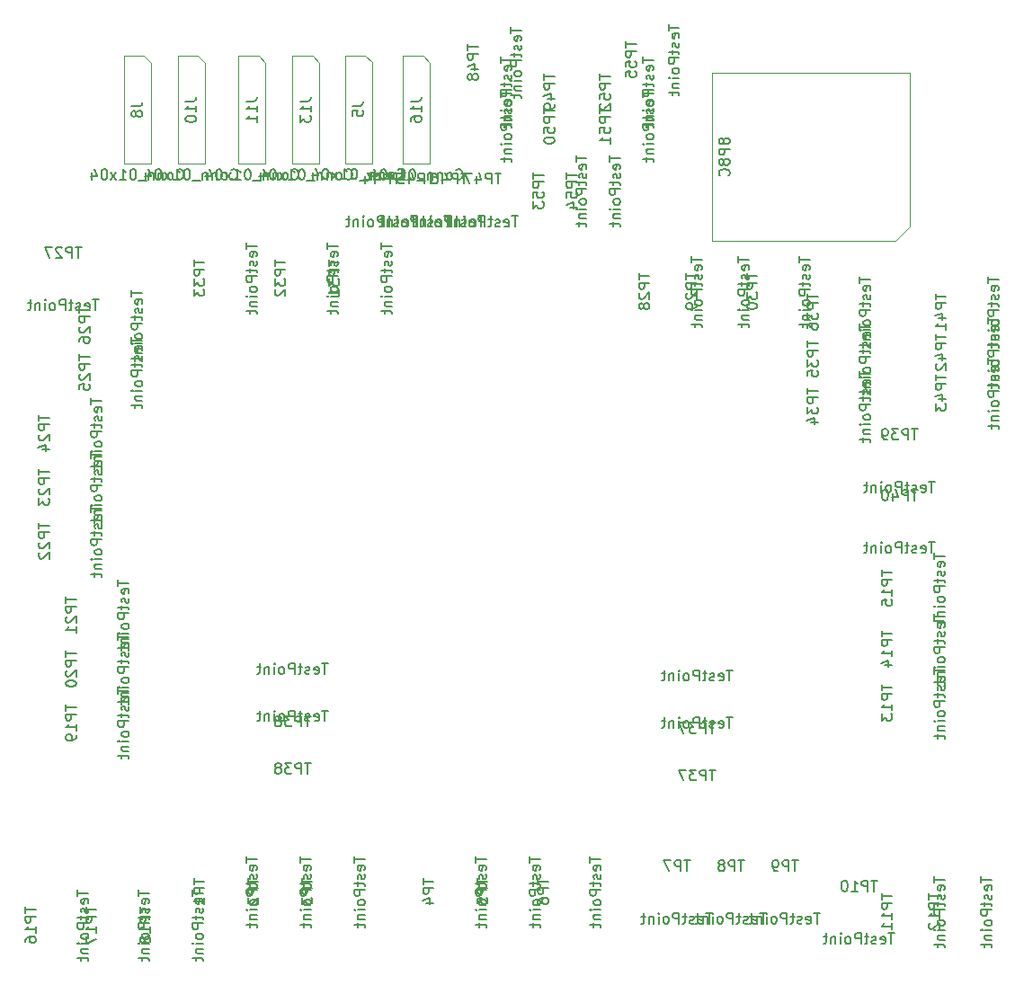
<source format=gbr>
%TF.GenerationSoftware,KiCad,Pcbnew,(5.1.9)-1*%
%TF.CreationDate,2021-04-12T23:14:19+02:00*%
%TF.ProjectId,Version1Male,56657273-696f-46e3-914d-616c652e6b69,rev?*%
%TF.SameCoordinates,Original*%
%TF.FileFunction,Other,Fab,Bot*%
%FSLAX46Y46*%
G04 Gerber Fmt 4.6, Leading zero omitted, Abs format (unit mm)*
G04 Created by KiCad (PCBNEW (5.1.9)-1) date 2021-04-12 23:14:19*
%MOMM*%
%LPD*%
G01*
G04 APERTURE LIST*
%ADD10C,0.100000*%
%ADD11C,0.150000*%
G04 APERTURE END LIST*
D10*
%TO.C,J8*%
X106680000Y-46990000D02*
X106045000Y-46355000D01*
X106680000Y-56515000D02*
X106680000Y-46990000D01*
X104140000Y-56515000D02*
X106680000Y-56515000D01*
X104140000Y-46355000D02*
X104140000Y-56515000D01*
X106045000Y-46355000D02*
X104140000Y-46355000D01*
%TO.C,J13*%
X122555000Y-46990000D02*
X121920000Y-46355000D01*
X122555000Y-56515000D02*
X122555000Y-46990000D01*
X120015000Y-56515000D02*
X122555000Y-56515000D01*
X120015000Y-46355000D02*
X120015000Y-56515000D01*
X121920000Y-46355000D02*
X120015000Y-46355000D01*
%TO.C,J11*%
X117475000Y-46990000D02*
X116840000Y-46355000D01*
X117475000Y-56515000D02*
X117475000Y-46990000D01*
X114935000Y-56515000D02*
X117475000Y-56515000D01*
X114935000Y-46355000D02*
X114935000Y-56515000D01*
X116840000Y-46355000D02*
X114935000Y-46355000D01*
%TO.C,J10*%
X111760000Y-46990000D02*
X111125000Y-46355000D01*
X111760000Y-56515000D02*
X111760000Y-46990000D01*
X109220000Y-56515000D02*
X111760000Y-56515000D01*
X109220000Y-46355000D02*
X109220000Y-56515000D01*
X111125000Y-46355000D02*
X109220000Y-46355000D01*
%TO.C,J49*%
X176830000Y-63780000D02*
X178160000Y-62450000D01*
X159510000Y-47980000D02*
X159510000Y-63780000D01*
X159510000Y-47980000D02*
X178160000Y-47980000D01*
X178160000Y-47980000D02*
X178160000Y-62450000D01*
X176830000Y-63780000D02*
X159510000Y-63780000D01*
%TO.C,J16*%
X132960000Y-46990000D02*
X132325000Y-46355000D01*
X132960000Y-56515000D02*
X132960000Y-46990000D01*
X130420000Y-56515000D02*
X132960000Y-56515000D01*
X130420000Y-46355000D02*
X130420000Y-56515000D01*
X132325000Y-46355000D02*
X130420000Y-46355000D01*
%TO.C,J5*%
X127495000Y-46940000D02*
X126860000Y-46305000D01*
X127495000Y-56465000D02*
X127495000Y-46940000D01*
X124955000Y-56465000D02*
X127495000Y-56465000D01*
X124955000Y-46305000D02*
X124955000Y-56465000D01*
X126860000Y-46305000D02*
X124955000Y-46305000D01*
%TD*%
%TO.C,TP43*%
D11*
X185517380Y-74771666D02*
X185517380Y-75343095D01*
X186517380Y-75057380D02*
X185517380Y-75057380D01*
X186469761Y-76057380D02*
X186517380Y-75962142D01*
X186517380Y-75771666D01*
X186469761Y-75676428D01*
X186374523Y-75628809D01*
X185993571Y-75628809D01*
X185898333Y-75676428D01*
X185850714Y-75771666D01*
X185850714Y-75962142D01*
X185898333Y-76057380D01*
X185993571Y-76105000D01*
X186088809Y-76105000D01*
X186184047Y-75628809D01*
X186469761Y-76485952D02*
X186517380Y-76581190D01*
X186517380Y-76771666D01*
X186469761Y-76866904D01*
X186374523Y-76914523D01*
X186326904Y-76914523D01*
X186231666Y-76866904D01*
X186184047Y-76771666D01*
X186184047Y-76628809D01*
X186136428Y-76533571D01*
X186041190Y-76485952D01*
X185993571Y-76485952D01*
X185898333Y-76533571D01*
X185850714Y-76628809D01*
X185850714Y-76771666D01*
X185898333Y-76866904D01*
X185850714Y-77200238D02*
X185850714Y-77581190D01*
X185517380Y-77343095D02*
X186374523Y-77343095D01*
X186469761Y-77390714D01*
X186517380Y-77485952D01*
X186517380Y-77581190D01*
X186517380Y-77914523D02*
X185517380Y-77914523D01*
X185517380Y-78295476D01*
X185565000Y-78390714D01*
X185612619Y-78438333D01*
X185707857Y-78485952D01*
X185850714Y-78485952D01*
X185945952Y-78438333D01*
X185993571Y-78390714D01*
X186041190Y-78295476D01*
X186041190Y-77914523D01*
X186517380Y-79057380D02*
X186469761Y-78962142D01*
X186422142Y-78914523D01*
X186326904Y-78866904D01*
X186041190Y-78866904D01*
X185945952Y-78914523D01*
X185898333Y-78962142D01*
X185850714Y-79057380D01*
X185850714Y-79200238D01*
X185898333Y-79295476D01*
X185945952Y-79343095D01*
X186041190Y-79390714D01*
X186326904Y-79390714D01*
X186422142Y-79343095D01*
X186469761Y-79295476D01*
X186517380Y-79200238D01*
X186517380Y-79057380D01*
X186517380Y-79819285D02*
X185850714Y-79819285D01*
X185517380Y-79819285D02*
X185565000Y-79771666D01*
X185612619Y-79819285D01*
X185565000Y-79866904D01*
X185517380Y-79819285D01*
X185612619Y-79819285D01*
X185850714Y-80295476D02*
X186517380Y-80295476D01*
X185945952Y-80295476D02*
X185898333Y-80343095D01*
X185850714Y-80438333D01*
X185850714Y-80581190D01*
X185898333Y-80676428D01*
X185993571Y-80724047D01*
X186517380Y-80724047D01*
X185850714Y-81057380D02*
X185850714Y-81438333D01*
X185517380Y-81200238D02*
X186374523Y-81200238D01*
X186469761Y-81247857D01*
X186517380Y-81343095D01*
X186517380Y-81438333D01*
X180567380Y-76366904D02*
X180567380Y-76938333D01*
X181567380Y-76652619D02*
X180567380Y-76652619D01*
X181567380Y-77271666D02*
X180567380Y-77271666D01*
X180567380Y-77652619D01*
X180615000Y-77747857D01*
X180662619Y-77795476D01*
X180757857Y-77843095D01*
X180900714Y-77843095D01*
X180995952Y-77795476D01*
X181043571Y-77747857D01*
X181091190Y-77652619D01*
X181091190Y-77271666D01*
X180900714Y-78700238D02*
X181567380Y-78700238D01*
X180519761Y-78462142D02*
X181234047Y-78224047D01*
X181234047Y-78843095D01*
X180567380Y-79128809D02*
X180567380Y-79747857D01*
X180948333Y-79414523D01*
X180948333Y-79557380D01*
X180995952Y-79652619D01*
X181043571Y-79700238D01*
X181138809Y-79747857D01*
X181376904Y-79747857D01*
X181472142Y-79700238D01*
X181519761Y-79652619D01*
X181567380Y-79557380D01*
X181567380Y-79271666D01*
X181519761Y-79176428D01*
X181472142Y-79128809D01*
%TO.C,TP42*%
X185517380Y-70961666D02*
X185517380Y-71533095D01*
X186517380Y-71247380D02*
X185517380Y-71247380D01*
X186469761Y-72247380D02*
X186517380Y-72152142D01*
X186517380Y-71961666D01*
X186469761Y-71866428D01*
X186374523Y-71818809D01*
X185993571Y-71818809D01*
X185898333Y-71866428D01*
X185850714Y-71961666D01*
X185850714Y-72152142D01*
X185898333Y-72247380D01*
X185993571Y-72295000D01*
X186088809Y-72295000D01*
X186184047Y-71818809D01*
X186469761Y-72675952D02*
X186517380Y-72771190D01*
X186517380Y-72961666D01*
X186469761Y-73056904D01*
X186374523Y-73104523D01*
X186326904Y-73104523D01*
X186231666Y-73056904D01*
X186184047Y-72961666D01*
X186184047Y-72818809D01*
X186136428Y-72723571D01*
X186041190Y-72675952D01*
X185993571Y-72675952D01*
X185898333Y-72723571D01*
X185850714Y-72818809D01*
X185850714Y-72961666D01*
X185898333Y-73056904D01*
X185850714Y-73390238D02*
X185850714Y-73771190D01*
X185517380Y-73533095D02*
X186374523Y-73533095D01*
X186469761Y-73580714D01*
X186517380Y-73675952D01*
X186517380Y-73771190D01*
X186517380Y-74104523D02*
X185517380Y-74104523D01*
X185517380Y-74485476D01*
X185565000Y-74580714D01*
X185612619Y-74628333D01*
X185707857Y-74675952D01*
X185850714Y-74675952D01*
X185945952Y-74628333D01*
X185993571Y-74580714D01*
X186041190Y-74485476D01*
X186041190Y-74104523D01*
X186517380Y-75247380D02*
X186469761Y-75152142D01*
X186422142Y-75104523D01*
X186326904Y-75056904D01*
X186041190Y-75056904D01*
X185945952Y-75104523D01*
X185898333Y-75152142D01*
X185850714Y-75247380D01*
X185850714Y-75390238D01*
X185898333Y-75485476D01*
X185945952Y-75533095D01*
X186041190Y-75580714D01*
X186326904Y-75580714D01*
X186422142Y-75533095D01*
X186469761Y-75485476D01*
X186517380Y-75390238D01*
X186517380Y-75247380D01*
X186517380Y-76009285D02*
X185850714Y-76009285D01*
X185517380Y-76009285D02*
X185565000Y-75961666D01*
X185612619Y-76009285D01*
X185565000Y-76056904D01*
X185517380Y-76009285D01*
X185612619Y-76009285D01*
X185850714Y-76485476D02*
X186517380Y-76485476D01*
X185945952Y-76485476D02*
X185898333Y-76533095D01*
X185850714Y-76628333D01*
X185850714Y-76771190D01*
X185898333Y-76866428D01*
X185993571Y-76914047D01*
X186517380Y-76914047D01*
X185850714Y-77247380D02*
X185850714Y-77628333D01*
X185517380Y-77390238D02*
X186374523Y-77390238D01*
X186469761Y-77437857D01*
X186517380Y-77533095D01*
X186517380Y-77628333D01*
X180567380Y-72556904D02*
X180567380Y-73128333D01*
X181567380Y-72842619D02*
X180567380Y-72842619D01*
X181567380Y-73461666D02*
X180567380Y-73461666D01*
X180567380Y-73842619D01*
X180615000Y-73937857D01*
X180662619Y-73985476D01*
X180757857Y-74033095D01*
X180900714Y-74033095D01*
X180995952Y-73985476D01*
X181043571Y-73937857D01*
X181091190Y-73842619D01*
X181091190Y-73461666D01*
X180900714Y-74890238D02*
X181567380Y-74890238D01*
X180519761Y-74652142D02*
X181234047Y-74414047D01*
X181234047Y-75033095D01*
X180662619Y-75366428D02*
X180615000Y-75414047D01*
X180567380Y-75509285D01*
X180567380Y-75747380D01*
X180615000Y-75842619D01*
X180662619Y-75890238D01*
X180757857Y-75937857D01*
X180853095Y-75937857D01*
X180995952Y-75890238D01*
X181567380Y-75318809D01*
X181567380Y-75937857D01*
%TO.C,TP41*%
X185517380Y-67151666D02*
X185517380Y-67723095D01*
X186517380Y-67437380D02*
X185517380Y-67437380D01*
X186469761Y-68437380D02*
X186517380Y-68342142D01*
X186517380Y-68151666D01*
X186469761Y-68056428D01*
X186374523Y-68008809D01*
X185993571Y-68008809D01*
X185898333Y-68056428D01*
X185850714Y-68151666D01*
X185850714Y-68342142D01*
X185898333Y-68437380D01*
X185993571Y-68485000D01*
X186088809Y-68485000D01*
X186184047Y-68008809D01*
X186469761Y-68865952D02*
X186517380Y-68961190D01*
X186517380Y-69151666D01*
X186469761Y-69246904D01*
X186374523Y-69294523D01*
X186326904Y-69294523D01*
X186231666Y-69246904D01*
X186184047Y-69151666D01*
X186184047Y-69008809D01*
X186136428Y-68913571D01*
X186041190Y-68865952D01*
X185993571Y-68865952D01*
X185898333Y-68913571D01*
X185850714Y-69008809D01*
X185850714Y-69151666D01*
X185898333Y-69246904D01*
X185850714Y-69580238D02*
X185850714Y-69961190D01*
X185517380Y-69723095D02*
X186374523Y-69723095D01*
X186469761Y-69770714D01*
X186517380Y-69865952D01*
X186517380Y-69961190D01*
X186517380Y-70294523D02*
X185517380Y-70294523D01*
X185517380Y-70675476D01*
X185565000Y-70770714D01*
X185612619Y-70818333D01*
X185707857Y-70865952D01*
X185850714Y-70865952D01*
X185945952Y-70818333D01*
X185993571Y-70770714D01*
X186041190Y-70675476D01*
X186041190Y-70294523D01*
X186517380Y-71437380D02*
X186469761Y-71342142D01*
X186422142Y-71294523D01*
X186326904Y-71246904D01*
X186041190Y-71246904D01*
X185945952Y-71294523D01*
X185898333Y-71342142D01*
X185850714Y-71437380D01*
X185850714Y-71580238D01*
X185898333Y-71675476D01*
X185945952Y-71723095D01*
X186041190Y-71770714D01*
X186326904Y-71770714D01*
X186422142Y-71723095D01*
X186469761Y-71675476D01*
X186517380Y-71580238D01*
X186517380Y-71437380D01*
X186517380Y-72199285D02*
X185850714Y-72199285D01*
X185517380Y-72199285D02*
X185565000Y-72151666D01*
X185612619Y-72199285D01*
X185565000Y-72246904D01*
X185517380Y-72199285D01*
X185612619Y-72199285D01*
X185850714Y-72675476D02*
X186517380Y-72675476D01*
X185945952Y-72675476D02*
X185898333Y-72723095D01*
X185850714Y-72818333D01*
X185850714Y-72961190D01*
X185898333Y-73056428D01*
X185993571Y-73104047D01*
X186517380Y-73104047D01*
X185850714Y-73437380D02*
X185850714Y-73818333D01*
X185517380Y-73580238D02*
X186374523Y-73580238D01*
X186469761Y-73627857D01*
X186517380Y-73723095D01*
X186517380Y-73818333D01*
X180567380Y-68746904D02*
X180567380Y-69318333D01*
X181567380Y-69032619D02*
X180567380Y-69032619D01*
X181567380Y-69651666D02*
X180567380Y-69651666D01*
X180567380Y-70032619D01*
X180615000Y-70127857D01*
X180662619Y-70175476D01*
X180757857Y-70223095D01*
X180900714Y-70223095D01*
X180995952Y-70175476D01*
X181043571Y-70127857D01*
X181091190Y-70032619D01*
X181091190Y-69651666D01*
X180900714Y-71080238D02*
X181567380Y-71080238D01*
X180519761Y-70842142D02*
X181234047Y-70604047D01*
X181234047Y-71223095D01*
X181567380Y-72127857D02*
X181567380Y-71556428D01*
X181567380Y-71842142D02*
X180567380Y-71842142D01*
X180710238Y-71746904D01*
X180805476Y-71651666D01*
X180853095Y-71556428D01*
%TO.C,TP40*%
X180498333Y-92172380D02*
X179926904Y-92172380D01*
X180212619Y-93172380D02*
X180212619Y-92172380D01*
X179212619Y-93124761D02*
X179307857Y-93172380D01*
X179498333Y-93172380D01*
X179593571Y-93124761D01*
X179641190Y-93029523D01*
X179641190Y-92648571D01*
X179593571Y-92553333D01*
X179498333Y-92505714D01*
X179307857Y-92505714D01*
X179212619Y-92553333D01*
X179165000Y-92648571D01*
X179165000Y-92743809D01*
X179641190Y-92839047D01*
X178784047Y-93124761D02*
X178688809Y-93172380D01*
X178498333Y-93172380D01*
X178403095Y-93124761D01*
X178355476Y-93029523D01*
X178355476Y-92981904D01*
X178403095Y-92886666D01*
X178498333Y-92839047D01*
X178641190Y-92839047D01*
X178736428Y-92791428D01*
X178784047Y-92696190D01*
X178784047Y-92648571D01*
X178736428Y-92553333D01*
X178641190Y-92505714D01*
X178498333Y-92505714D01*
X178403095Y-92553333D01*
X178069761Y-92505714D02*
X177688809Y-92505714D01*
X177926904Y-92172380D02*
X177926904Y-93029523D01*
X177879285Y-93124761D01*
X177784047Y-93172380D01*
X177688809Y-93172380D01*
X177355476Y-93172380D02*
X177355476Y-92172380D01*
X176974523Y-92172380D01*
X176879285Y-92220000D01*
X176831666Y-92267619D01*
X176784047Y-92362857D01*
X176784047Y-92505714D01*
X176831666Y-92600952D01*
X176879285Y-92648571D01*
X176974523Y-92696190D01*
X177355476Y-92696190D01*
X176212619Y-93172380D02*
X176307857Y-93124761D01*
X176355476Y-93077142D01*
X176403095Y-92981904D01*
X176403095Y-92696190D01*
X176355476Y-92600952D01*
X176307857Y-92553333D01*
X176212619Y-92505714D01*
X176069761Y-92505714D01*
X175974523Y-92553333D01*
X175926904Y-92600952D01*
X175879285Y-92696190D01*
X175879285Y-92981904D01*
X175926904Y-93077142D01*
X175974523Y-93124761D01*
X176069761Y-93172380D01*
X176212619Y-93172380D01*
X175450714Y-93172380D02*
X175450714Y-92505714D01*
X175450714Y-92172380D02*
X175498333Y-92220000D01*
X175450714Y-92267619D01*
X175403095Y-92220000D01*
X175450714Y-92172380D01*
X175450714Y-92267619D01*
X174974523Y-92505714D02*
X174974523Y-93172380D01*
X174974523Y-92600952D02*
X174926904Y-92553333D01*
X174831666Y-92505714D01*
X174688809Y-92505714D01*
X174593571Y-92553333D01*
X174545952Y-92648571D01*
X174545952Y-93172380D01*
X174212619Y-92505714D02*
X173831666Y-92505714D01*
X174069761Y-92172380D02*
X174069761Y-93029523D01*
X174022142Y-93124761D01*
X173926904Y-93172380D01*
X173831666Y-93172380D01*
X178903095Y-87222380D02*
X178331666Y-87222380D01*
X178617380Y-88222380D02*
X178617380Y-87222380D01*
X177998333Y-88222380D02*
X177998333Y-87222380D01*
X177617380Y-87222380D01*
X177522142Y-87270000D01*
X177474523Y-87317619D01*
X177426904Y-87412857D01*
X177426904Y-87555714D01*
X177474523Y-87650952D01*
X177522142Y-87698571D01*
X177617380Y-87746190D01*
X177998333Y-87746190D01*
X176569761Y-87555714D02*
X176569761Y-88222380D01*
X176807857Y-87174761D02*
X177045952Y-87889047D01*
X176426904Y-87889047D01*
X175855476Y-87222380D02*
X175760238Y-87222380D01*
X175665000Y-87270000D01*
X175617380Y-87317619D01*
X175569761Y-87412857D01*
X175522142Y-87603333D01*
X175522142Y-87841428D01*
X175569761Y-88031904D01*
X175617380Y-88127142D01*
X175665000Y-88174761D01*
X175760238Y-88222380D01*
X175855476Y-88222380D01*
X175950714Y-88174761D01*
X175998333Y-88127142D01*
X176045952Y-88031904D01*
X176093571Y-87841428D01*
X176093571Y-87603333D01*
X176045952Y-87412857D01*
X175998333Y-87317619D01*
X175950714Y-87270000D01*
X175855476Y-87222380D01*
%TO.C,TP39*%
X180498333Y-86457380D02*
X179926904Y-86457380D01*
X180212619Y-87457380D02*
X180212619Y-86457380D01*
X179212619Y-87409761D02*
X179307857Y-87457380D01*
X179498333Y-87457380D01*
X179593571Y-87409761D01*
X179641190Y-87314523D01*
X179641190Y-86933571D01*
X179593571Y-86838333D01*
X179498333Y-86790714D01*
X179307857Y-86790714D01*
X179212619Y-86838333D01*
X179165000Y-86933571D01*
X179165000Y-87028809D01*
X179641190Y-87124047D01*
X178784047Y-87409761D02*
X178688809Y-87457380D01*
X178498333Y-87457380D01*
X178403095Y-87409761D01*
X178355476Y-87314523D01*
X178355476Y-87266904D01*
X178403095Y-87171666D01*
X178498333Y-87124047D01*
X178641190Y-87124047D01*
X178736428Y-87076428D01*
X178784047Y-86981190D01*
X178784047Y-86933571D01*
X178736428Y-86838333D01*
X178641190Y-86790714D01*
X178498333Y-86790714D01*
X178403095Y-86838333D01*
X178069761Y-86790714D02*
X177688809Y-86790714D01*
X177926904Y-86457380D02*
X177926904Y-87314523D01*
X177879285Y-87409761D01*
X177784047Y-87457380D01*
X177688809Y-87457380D01*
X177355476Y-87457380D02*
X177355476Y-86457380D01*
X176974523Y-86457380D01*
X176879285Y-86505000D01*
X176831666Y-86552619D01*
X176784047Y-86647857D01*
X176784047Y-86790714D01*
X176831666Y-86885952D01*
X176879285Y-86933571D01*
X176974523Y-86981190D01*
X177355476Y-86981190D01*
X176212619Y-87457380D02*
X176307857Y-87409761D01*
X176355476Y-87362142D01*
X176403095Y-87266904D01*
X176403095Y-86981190D01*
X176355476Y-86885952D01*
X176307857Y-86838333D01*
X176212619Y-86790714D01*
X176069761Y-86790714D01*
X175974523Y-86838333D01*
X175926904Y-86885952D01*
X175879285Y-86981190D01*
X175879285Y-87266904D01*
X175926904Y-87362142D01*
X175974523Y-87409761D01*
X176069761Y-87457380D01*
X176212619Y-87457380D01*
X175450714Y-87457380D02*
X175450714Y-86790714D01*
X175450714Y-86457380D02*
X175498333Y-86505000D01*
X175450714Y-86552619D01*
X175403095Y-86505000D01*
X175450714Y-86457380D01*
X175450714Y-86552619D01*
X174974523Y-86790714D02*
X174974523Y-87457380D01*
X174974523Y-86885952D02*
X174926904Y-86838333D01*
X174831666Y-86790714D01*
X174688809Y-86790714D01*
X174593571Y-86838333D01*
X174545952Y-86933571D01*
X174545952Y-87457380D01*
X174212619Y-86790714D02*
X173831666Y-86790714D01*
X174069761Y-86457380D02*
X174069761Y-87314523D01*
X174022142Y-87409761D01*
X173926904Y-87457380D01*
X173831666Y-87457380D01*
X178903095Y-81507380D02*
X178331666Y-81507380D01*
X178617380Y-82507380D02*
X178617380Y-81507380D01*
X177998333Y-82507380D02*
X177998333Y-81507380D01*
X177617380Y-81507380D01*
X177522142Y-81555000D01*
X177474523Y-81602619D01*
X177426904Y-81697857D01*
X177426904Y-81840714D01*
X177474523Y-81935952D01*
X177522142Y-81983571D01*
X177617380Y-82031190D01*
X177998333Y-82031190D01*
X177093571Y-81507380D02*
X176474523Y-81507380D01*
X176807857Y-81888333D01*
X176665000Y-81888333D01*
X176569761Y-81935952D01*
X176522142Y-81983571D01*
X176474523Y-82078809D01*
X176474523Y-82316904D01*
X176522142Y-82412142D01*
X176569761Y-82459761D01*
X176665000Y-82507380D01*
X176950714Y-82507380D01*
X177045952Y-82459761D01*
X177093571Y-82412142D01*
X175998333Y-82507380D02*
X175807857Y-82507380D01*
X175712619Y-82459761D01*
X175665000Y-82412142D01*
X175569761Y-82269285D01*
X175522142Y-82078809D01*
X175522142Y-81697857D01*
X175569761Y-81602619D01*
X175617380Y-81555000D01*
X175712619Y-81507380D01*
X175903095Y-81507380D01*
X175998333Y-81555000D01*
X176045952Y-81602619D01*
X176093571Y-81697857D01*
X176093571Y-81935952D01*
X176045952Y-82031190D01*
X175998333Y-82078809D01*
X175903095Y-82126428D01*
X175712619Y-82126428D01*
X175617380Y-82078809D01*
X175569761Y-82031190D01*
X175522142Y-81935952D01*
%TO.C,TP38*%
X123348333Y-103582380D02*
X122776904Y-103582380D01*
X123062619Y-104582380D02*
X123062619Y-103582380D01*
X122062619Y-104534761D02*
X122157857Y-104582380D01*
X122348333Y-104582380D01*
X122443571Y-104534761D01*
X122491190Y-104439523D01*
X122491190Y-104058571D01*
X122443571Y-103963333D01*
X122348333Y-103915714D01*
X122157857Y-103915714D01*
X122062619Y-103963333D01*
X122015000Y-104058571D01*
X122015000Y-104153809D01*
X122491190Y-104249047D01*
X121634047Y-104534761D02*
X121538809Y-104582380D01*
X121348333Y-104582380D01*
X121253095Y-104534761D01*
X121205476Y-104439523D01*
X121205476Y-104391904D01*
X121253095Y-104296666D01*
X121348333Y-104249047D01*
X121491190Y-104249047D01*
X121586428Y-104201428D01*
X121634047Y-104106190D01*
X121634047Y-104058571D01*
X121586428Y-103963333D01*
X121491190Y-103915714D01*
X121348333Y-103915714D01*
X121253095Y-103963333D01*
X120919761Y-103915714D02*
X120538809Y-103915714D01*
X120776904Y-103582380D02*
X120776904Y-104439523D01*
X120729285Y-104534761D01*
X120634047Y-104582380D01*
X120538809Y-104582380D01*
X120205476Y-104582380D02*
X120205476Y-103582380D01*
X119824523Y-103582380D01*
X119729285Y-103630000D01*
X119681666Y-103677619D01*
X119634047Y-103772857D01*
X119634047Y-103915714D01*
X119681666Y-104010952D01*
X119729285Y-104058571D01*
X119824523Y-104106190D01*
X120205476Y-104106190D01*
X119062619Y-104582380D02*
X119157857Y-104534761D01*
X119205476Y-104487142D01*
X119253095Y-104391904D01*
X119253095Y-104106190D01*
X119205476Y-104010952D01*
X119157857Y-103963333D01*
X119062619Y-103915714D01*
X118919761Y-103915714D01*
X118824523Y-103963333D01*
X118776904Y-104010952D01*
X118729285Y-104106190D01*
X118729285Y-104391904D01*
X118776904Y-104487142D01*
X118824523Y-104534761D01*
X118919761Y-104582380D01*
X119062619Y-104582380D01*
X118300714Y-104582380D02*
X118300714Y-103915714D01*
X118300714Y-103582380D02*
X118348333Y-103630000D01*
X118300714Y-103677619D01*
X118253095Y-103630000D01*
X118300714Y-103582380D01*
X118300714Y-103677619D01*
X117824523Y-103915714D02*
X117824523Y-104582380D01*
X117824523Y-104010952D02*
X117776904Y-103963333D01*
X117681666Y-103915714D01*
X117538809Y-103915714D01*
X117443571Y-103963333D01*
X117395952Y-104058571D01*
X117395952Y-104582380D01*
X117062619Y-103915714D02*
X116681666Y-103915714D01*
X116919761Y-103582380D02*
X116919761Y-104439523D01*
X116872142Y-104534761D01*
X116776904Y-104582380D01*
X116681666Y-104582380D01*
X121753095Y-108532380D02*
X121181666Y-108532380D01*
X121467380Y-109532380D02*
X121467380Y-108532380D01*
X120848333Y-109532380D02*
X120848333Y-108532380D01*
X120467380Y-108532380D01*
X120372142Y-108580000D01*
X120324523Y-108627619D01*
X120276904Y-108722857D01*
X120276904Y-108865714D01*
X120324523Y-108960952D01*
X120372142Y-109008571D01*
X120467380Y-109056190D01*
X120848333Y-109056190D01*
X119943571Y-108532380D02*
X119324523Y-108532380D01*
X119657857Y-108913333D01*
X119515000Y-108913333D01*
X119419761Y-108960952D01*
X119372142Y-109008571D01*
X119324523Y-109103809D01*
X119324523Y-109341904D01*
X119372142Y-109437142D01*
X119419761Y-109484761D01*
X119515000Y-109532380D01*
X119800714Y-109532380D01*
X119895952Y-109484761D01*
X119943571Y-109437142D01*
X118753095Y-108960952D02*
X118848333Y-108913333D01*
X118895952Y-108865714D01*
X118943571Y-108770476D01*
X118943571Y-108722857D01*
X118895952Y-108627619D01*
X118848333Y-108580000D01*
X118753095Y-108532380D01*
X118562619Y-108532380D01*
X118467380Y-108580000D01*
X118419761Y-108627619D01*
X118372142Y-108722857D01*
X118372142Y-108770476D01*
X118419761Y-108865714D01*
X118467380Y-108913333D01*
X118562619Y-108960952D01*
X118753095Y-108960952D01*
X118848333Y-109008571D01*
X118895952Y-109056190D01*
X118943571Y-109151428D01*
X118943571Y-109341904D01*
X118895952Y-109437142D01*
X118848333Y-109484761D01*
X118753095Y-109532380D01*
X118562619Y-109532380D01*
X118467380Y-109484761D01*
X118419761Y-109437142D01*
X118372142Y-109341904D01*
X118372142Y-109151428D01*
X118419761Y-109056190D01*
X118467380Y-109008571D01*
X118562619Y-108960952D01*
X123348333Y-108027380D02*
X122776904Y-108027380D01*
X123062619Y-109027380D02*
X123062619Y-108027380D01*
X122062619Y-108979761D02*
X122157857Y-109027380D01*
X122348333Y-109027380D01*
X122443571Y-108979761D01*
X122491190Y-108884523D01*
X122491190Y-108503571D01*
X122443571Y-108408333D01*
X122348333Y-108360714D01*
X122157857Y-108360714D01*
X122062619Y-108408333D01*
X122015000Y-108503571D01*
X122015000Y-108598809D01*
X122491190Y-108694047D01*
X121634047Y-108979761D02*
X121538809Y-109027380D01*
X121348333Y-109027380D01*
X121253095Y-108979761D01*
X121205476Y-108884523D01*
X121205476Y-108836904D01*
X121253095Y-108741666D01*
X121348333Y-108694047D01*
X121491190Y-108694047D01*
X121586428Y-108646428D01*
X121634047Y-108551190D01*
X121634047Y-108503571D01*
X121586428Y-108408333D01*
X121491190Y-108360714D01*
X121348333Y-108360714D01*
X121253095Y-108408333D01*
X120919761Y-108360714D02*
X120538809Y-108360714D01*
X120776904Y-108027380D02*
X120776904Y-108884523D01*
X120729285Y-108979761D01*
X120634047Y-109027380D01*
X120538809Y-109027380D01*
X120205476Y-109027380D02*
X120205476Y-108027380D01*
X119824523Y-108027380D01*
X119729285Y-108075000D01*
X119681666Y-108122619D01*
X119634047Y-108217857D01*
X119634047Y-108360714D01*
X119681666Y-108455952D01*
X119729285Y-108503571D01*
X119824523Y-108551190D01*
X120205476Y-108551190D01*
X119062619Y-109027380D02*
X119157857Y-108979761D01*
X119205476Y-108932142D01*
X119253095Y-108836904D01*
X119253095Y-108551190D01*
X119205476Y-108455952D01*
X119157857Y-108408333D01*
X119062619Y-108360714D01*
X118919761Y-108360714D01*
X118824523Y-108408333D01*
X118776904Y-108455952D01*
X118729285Y-108551190D01*
X118729285Y-108836904D01*
X118776904Y-108932142D01*
X118824523Y-108979761D01*
X118919761Y-109027380D01*
X119062619Y-109027380D01*
X118300714Y-109027380D02*
X118300714Y-108360714D01*
X118300714Y-108027380D02*
X118348333Y-108075000D01*
X118300714Y-108122619D01*
X118253095Y-108075000D01*
X118300714Y-108027380D01*
X118300714Y-108122619D01*
X117824523Y-108360714D02*
X117824523Y-109027380D01*
X117824523Y-108455952D02*
X117776904Y-108408333D01*
X117681666Y-108360714D01*
X117538809Y-108360714D01*
X117443571Y-108408333D01*
X117395952Y-108503571D01*
X117395952Y-109027380D01*
X117062619Y-108360714D02*
X116681666Y-108360714D01*
X116919761Y-108027380D02*
X116919761Y-108884523D01*
X116872142Y-108979761D01*
X116776904Y-109027380D01*
X116681666Y-109027380D01*
X121753095Y-112977380D02*
X121181666Y-112977380D01*
X121467380Y-113977380D02*
X121467380Y-112977380D01*
X120848333Y-113977380D02*
X120848333Y-112977380D01*
X120467380Y-112977380D01*
X120372142Y-113025000D01*
X120324523Y-113072619D01*
X120276904Y-113167857D01*
X120276904Y-113310714D01*
X120324523Y-113405952D01*
X120372142Y-113453571D01*
X120467380Y-113501190D01*
X120848333Y-113501190D01*
X119943571Y-112977380D02*
X119324523Y-112977380D01*
X119657857Y-113358333D01*
X119515000Y-113358333D01*
X119419761Y-113405952D01*
X119372142Y-113453571D01*
X119324523Y-113548809D01*
X119324523Y-113786904D01*
X119372142Y-113882142D01*
X119419761Y-113929761D01*
X119515000Y-113977380D01*
X119800714Y-113977380D01*
X119895952Y-113929761D01*
X119943571Y-113882142D01*
X118753095Y-113405952D02*
X118848333Y-113358333D01*
X118895952Y-113310714D01*
X118943571Y-113215476D01*
X118943571Y-113167857D01*
X118895952Y-113072619D01*
X118848333Y-113025000D01*
X118753095Y-112977380D01*
X118562619Y-112977380D01*
X118467380Y-113025000D01*
X118419761Y-113072619D01*
X118372142Y-113167857D01*
X118372142Y-113215476D01*
X118419761Y-113310714D01*
X118467380Y-113358333D01*
X118562619Y-113405952D01*
X118753095Y-113405952D01*
X118848333Y-113453571D01*
X118895952Y-113501190D01*
X118943571Y-113596428D01*
X118943571Y-113786904D01*
X118895952Y-113882142D01*
X118848333Y-113929761D01*
X118753095Y-113977380D01*
X118562619Y-113977380D01*
X118467380Y-113929761D01*
X118419761Y-113882142D01*
X118372142Y-113786904D01*
X118372142Y-113596428D01*
X118419761Y-113501190D01*
X118467380Y-113453571D01*
X118562619Y-113405952D01*
%TO.C,TP37*%
X161448333Y-104217380D02*
X160876904Y-104217380D01*
X161162619Y-105217380D02*
X161162619Y-104217380D01*
X160162619Y-105169761D02*
X160257857Y-105217380D01*
X160448333Y-105217380D01*
X160543571Y-105169761D01*
X160591190Y-105074523D01*
X160591190Y-104693571D01*
X160543571Y-104598333D01*
X160448333Y-104550714D01*
X160257857Y-104550714D01*
X160162619Y-104598333D01*
X160115000Y-104693571D01*
X160115000Y-104788809D01*
X160591190Y-104884047D01*
X159734047Y-105169761D02*
X159638809Y-105217380D01*
X159448333Y-105217380D01*
X159353095Y-105169761D01*
X159305476Y-105074523D01*
X159305476Y-105026904D01*
X159353095Y-104931666D01*
X159448333Y-104884047D01*
X159591190Y-104884047D01*
X159686428Y-104836428D01*
X159734047Y-104741190D01*
X159734047Y-104693571D01*
X159686428Y-104598333D01*
X159591190Y-104550714D01*
X159448333Y-104550714D01*
X159353095Y-104598333D01*
X159019761Y-104550714D02*
X158638809Y-104550714D01*
X158876904Y-104217380D02*
X158876904Y-105074523D01*
X158829285Y-105169761D01*
X158734047Y-105217380D01*
X158638809Y-105217380D01*
X158305476Y-105217380D02*
X158305476Y-104217380D01*
X157924523Y-104217380D01*
X157829285Y-104265000D01*
X157781666Y-104312619D01*
X157734047Y-104407857D01*
X157734047Y-104550714D01*
X157781666Y-104645952D01*
X157829285Y-104693571D01*
X157924523Y-104741190D01*
X158305476Y-104741190D01*
X157162619Y-105217380D02*
X157257857Y-105169761D01*
X157305476Y-105122142D01*
X157353095Y-105026904D01*
X157353095Y-104741190D01*
X157305476Y-104645952D01*
X157257857Y-104598333D01*
X157162619Y-104550714D01*
X157019761Y-104550714D01*
X156924523Y-104598333D01*
X156876904Y-104645952D01*
X156829285Y-104741190D01*
X156829285Y-105026904D01*
X156876904Y-105122142D01*
X156924523Y-105169761D01*
X157019761Y-105217380D01*
X157162619Y-105217380D01*
X156400714Y-105217380D02*
X156400714Y-104550714D01*
X156400714Y-104217380D02*
X156448333Y-104265000D01*
X156400714Y-104312619D01*
X156353095Y-104265000D01*
X156400714Y-104217380D01*
X156400714Y-104312619D01*
X155924523Y-104550714D02*
X155924523Y-105217380D01*
X155924523Y-104645952D02*
X155876904Y-104598333D01*
X155781666Y-104550714D01*
X155638809Y-104550714D01*
X155543571Y-104598333D01*
X155495952Y-104693571D01*
X155495952Y-105217380D01*
X155162619Y-104550714D02*
X154781666Y-104550714D01*
X155019761Y-104217380D02*
X155019761Y-105074523D01*
X154972142Y-105169761D01*
X154876904Y-105217380D01*
X154781666Y-105217380D01*
X159853095Y-109167380D02*
X159281666Y-109167380D01*
X159567380Y-110167380D02*
X159567380Y-109167380D01*
X158948333Y-110167380D02*
X158948333Y-109167380D01*
X158567380Y-109167380D01*
X158472142Y-109215000D01*
X158424523Y-109262619D01*
X158376904Y-109357857D01*
X158376904Y-109500714D01*
X158424523Y-109595952D01*
X158472142Y-109643571D01*
X158567380Y-109691190D01*
X158948333Y-109691190D01*
X158043571Y-109167380D02*
X157424523Y-109167380D01*
X157757857Y-109548333D01*
X157615000Y-109548333D01*
X157519761Y-109595952D01*
X157472142Y-109643571D01*
X157424523Y-109738809D01*
X157424523Y-109976904D01*
X157472142Y-110072142D01*
X157519761Y-110119761D01*
X157615000Y-110167380D01*
X157900714Y-110167380D01*
X157995952Y-110119761D01*
X158043571Y-110072142D01*
X157091190Y-109167380D02*
X156424523Y-109167380D01*
X156853095Y-110167380D01*
X161448333Y-108662380D02*
X160876904Y-108662380D01*
X161162619Y-109662380D02*
X161162619Y-108662380D01*
X160162619Y-109614761D02*
X160257857Y-109662380D01*
X160448333Y-109662380D01*
X160543571Y-109614761D01*
X160591190Y-109519523D01*
X160591190Y-109138571D01*
X160543571Y-109043333D01*
X160448333Y-108995714D01*
X160257857Y-108995714D01*
X160162619Y-109043333D01*
X160115000Y-109138571D01*
X160115000Y-109233809D01*
X160591190Y-109329047D01*
X159734047Y-109614761D02*
X159638809Y-109662380D01*
X159448333Y-109662380D01*
X159353095Y-109614761D01*
X159305476Y-109519523D01*
X159305476Y-109471904D01*
X159353095Y-109376666D01*
X159448333Y-109329047D01*
X159591190Y-109329047D01*
X159686428Y-109281428D01*
X159734047Y-109186190D01*
X159734047Y-109138571D01*
X159686428Y-109043333D01*
X159591190Y-108995714D01*
X159448333Y-108995714D01*
X159353095Y-109043333D01*
X159019761Y-108995714D02*
X158638809Y-108995714D01*
X158876904Y-108662380D02*
X158876904Y-109519523D01*
X158829285Y-109614761D01*
X158734047Y-109662380D01*
X158638809Y-109662380D01*
X158305476Y-109662380D02*
X158305476Y-108662380D01*
X157924523Y-108662380D01*
X157829285Y-108710000D01*
X157781666Y-108757619D01*
X157734047Y-108852857D01*
X157734047Y-108995714D01*
X157781666Y-109090952D01*
X157829285Y-109138571D01*
X157924523Y-109186190D01*
X158305476Y-109186190D01*
X157162619Y-109662380D02*
X157257857Y-109614761D01*
X157305476Y-109567142D01*
X157353095Y-109471904D01*
X157353095Y-109186190D01*
X157305476Y-109090952D01*
X157257857Y-109043333D01*
X157162619Y-108995714D01*
X157019761Y-108995714D01*
X156924523Y-109043333D01*
X156876904Y-109090952D01*
X156829285Y-109186190D01*
X156829285Y-109471904D01*
X156876904Y-109567142D01*
X156924523Y-109614761D01*
X157019761Y-109662380D01*
X157162619Y-109662380D01*
X156400714Y-109662380D02*
X156400714Y-108995714D01*
X156400714Y-108662380D02*
X156448333Y-108710000D01*
X156400714Y-108757619D01*
X156353095Y-108710000D01*
X156400714Y-108662380D01*
X156400714Y-108757619D01*
X155924523Y-108995714D02*
X155924523Y-109662380D01*
X155924523Y-109090952D02*
X155876904Y-109043333D01*
X155781666Y-108995714D01*
X155638809Y-108995714D01*
X155543571Y-109043333D01*
X155495952Y-109138571D01*
X155495952Y-109662380D01*
X155162619Y-108995714D02*
X154781666Y-108995714D01*
X155019761Y-108662380D02*
X155019761Y-109519523D01*
X154972142Y-109614761D01*
X154876904Y-109662380D01*
X154781666Y-109662380D01*
X159853095Y-113612380D02*
X159281666Y-113612380D01*
X159567380Y-114612380D02*
X159567380Y-113612380D01*
X158948333Y-114612380D02*
X158948333Y-113612380D01*
X158567380Y-113612380D01*
X158472142Y-113660000D01*
X158424523Y-113707619D01*
X158376904Y-113802857D01*
X158376904Y-113945714D01*
X158424523Y-114040952D01*
X158472142Y-114088571D01*
X158567380Y-114136190D01*
X158948333Y-114136190D01*
X158043571Y-113612380D02*
X157424523Y-113612380D01*
X157757857Y-113993333D01*
X157615000Y-113993333D01*
X157519761Y-114040952D01*
X157472142Y-114088571D01*
X157424523Y-114183809D01*
X157424523Y-114421904D01*
X157472142Y-114517142D01*
X157519761Y-114564761D01*
X157615000Y-114612380D01*
X157900714Y-114612380D01*
X157995952Y-114564761D01*
X158043571Y-114517142D01*
X157091190Y-113612380D02*
X156424523Y-113612380D01*
X156853095Y-114612380D01*
%TO.C,TP36*%
X173452380Y-67151666D02*
X173452380Y-67723095D01*
X174452380Y-67437380D02*
X173452380Y-67437380D01*
X174404761Y-68437380D02*
X174452380Y-68342142D01*
X174452380Y-68151666D01*
X174404761Y-68056428D01*
X174309523Y-68008809D01*
X173928571Y-68008809D01*
X173833333Y-68056428D01*
X173785714Y-68151666D01*
X173785714Y-68342142D01*
X173833333Y-68437380D01*
X173928571Y-68485000D01*
X174023809Y-68485000D01*
X174119047Y-68008809D01*
X174404761Y-68865952D02*
X174452380Y-68961190D01*
X174452380Y-69151666D01*
X174404761Y-69246904D01*
X174309523Y-69294523D01*
X174261904Y-69294523D01*
X174166666Y-69246904D01*
X174119047Y-69151666D01*
X174119047Y-69008809D01*
X174071428Y-68913571D01*
X173976190Y-68865952D01*
X173928571Y-68865952D01*
X173833333Y-68913571D01*
X173785714Y-69008809D01*
X173785714Y-69151666D01*
X173833333Y-69246904D01*
X173785714Y-69580238D02*
X173785714Y-69961190D01*
X173452380Y-69723095D02*
X174309523Y-69723095D01*
X174404761Y-69770714D01*
X174452380Y-69865952D01*
X174452380Y-69961190D01*
X174452380Y-70294523D02*
X173452380Y-70294523D01*
X173452380Y-70675476D01*
X173500000Y-70770714D01*
X173547619Y-70818333D01*
X173642857Y-70865952D01*
X173785714Y-70865952D01*
X173880952Y-70818333D01*
X173928571Y-70770714D01*
X173976190Y-70675476D01*
X173976190Y-70294523D01*
X174452380Y-71437380D02*
X174404761Y-71342142D01*
X174357142Y-71294523D01*
X174261904Y-71246904D01*
X173976190Y-71246904D01*
X173880952Y-71294523D01*
X173833333Y-71342142D01*
X173785714Y-71437380D01*
X173785714Y-71580238D01*
X173833333Y-71675476D01*
X173880952Y-71723095D01*
X173976190Y-71770714D01*
X174261904Y-71770714D01*
X174357142Y-71723095D01*
X174404761Y-71675476D01*
X174452380Y-71580238D01*
X174452380Y-71437380D01*
X174452380Y-72199285D02*
X173785714Y-72199285D01*
X173452380Y-72199285D02*
X173500000Y-72151666D01*
X173547619Y-72199285D01*
X173500000Y-72246904D01*
X173452380Y-72199285D01*
X173547619Y-72199285D01*
X173785714Y-72675476D02*
X174452380Y-72675476D01*
X173880952Y-72675476D02*
X173833333Y-72723095D01*
X173785714Y-72818333D01*
X173785714Y-72961190D01*
X173833333Y-73056428D01*
X173928571Y-73104047D01*
X174452380Y-73104047D01*
X173785714Y-73437380D02*
X173785714Y-73818333D01*
X173452380Y-73580238D02*
X174309523Y-73580238D01*
X174404761Y-73627857D01*
X174452380Y-73723095D01*
X174452380Y-73818333D01*
X168502380Y-68746904D02*
X168502380Y-69318333D01*
X169502380Y-69032619D02*
X168502380Y-69032619D01*
X169502380Y-69651666D02*
X168502380Y-69651666D01*
X168502380Y-70032619D01*
X168550000Y-70127857D01*
X168597619Y-70175476D01*
X168692857Y-70223095D01*
X168835714Y-70223095D01*
X168930952Y-70175476D01*
X168978571Y-70127857D01*
X169026190Y-70032619D01*
X169026190Y-69651666D01*
X168502380Y-70556428D02*
X168502380Y-71175476D01*
X168883333Y-70842142D01*
X168883333Y-70985000D01*
X168930952Y-71080238D01*
X168978571Y-71127857D01*
X169073809Y-71175476D01*
X169311904Y-71175476D01*
X169407142Y-71127857D01*
X169454761Y-71080238D01*
X169502380Y-70985000D01*
X169502380Y-70699285D01*
X169454761Y-70604047D01*
X169407142Y-70556428D01*
X168502380Y-72032619D02*
X168502380Y-71842142D01*
X168550000Y-71746904D01*
X168597619Y-71699285D01*
X168740476Y-71604047D01*
X168930952Y-71556428D01*
X169311904Y-71556428D01*
X169407142Y-71604047D01*
X169454761Y-71651666D01*
X169502380Y-71746904D01*
X169502380Y-71937380D01*
X169454761Y-72032619D01*
X169407142Y-72080238D01*
X169311904Y-72127857D01*
X169073809Y-72127857D01*
X168978571Y-72080238D01*
X168930952Y-72032619D01*
X168883333Y-71937380D01*
X168883333Y-71746904D01*
X168930952Y-71651666D01*
X168978571Y-71604047D01*
X169073809Y-71556428D01*
%TO.C,TP35*%
X173452380Y-71596666D02*
X173452380Y-72168095D01*
X174452380Y-71882380D02*
X173452380Y-71882380D01*
X174404761Y-72882380D02*
X174452380Y-72787142D01*
X174452380Y-72596666D01*
X174404761Y-72501428D01*
X174309523Y-72453809D01*
X173928571Y-72453809D01*
X173833333Y-72501428D01*
X173785714Y-72596666D01*
X173785714Y-72787142D01*
X173833333Y-72882380D01*
X173928571Y-72930000D01*
X174023809Y-72930000D01*
X174119047Y-72453809D01*
X174404761Y-73310952D02*
X174452380Y-73406190D01*
X174452380Y-73596666D01*
X174404761Y-73691904D01*
X174309523Y-73739523D01*
X174261904Y-73739523D01*
X174166666Y-73691904D01*
X174119047Y-73596666D01*
X174119047Y-73453809D01*
X174071428Y-73358571D01*
X173976190Y-73310952D01*
X173928571Y-73310952D01*
X173833333Y-73358571D01*
X173785714Y-73453809D01*
X173785714Y-73596666D01*
X173833333Y-73691904D01*
X173785714Y-74025238D02*
X173785714Y-74406190D01*
X173452380Y-74168095D02*
X174309523Y-74168095D01*
X174404761Y-74215714D01*
X174452380Y-74310952D01*
X174452380Y-74406190D01*
X174452380Y-74739523D02*
X173452380Y-74739523D01*
X173452380Y-75120476D01*
X173500000Y-75215714D01*
X173547619Y-75263333D01*
X173642857Y-75310952D01*
X173785714Y-75310952D01*
X173880952Y-75263333D01*
X173928571Y-75215714D01*
X173976190Y-75120476D01*
X173976190Y-74739523D01*
X174452380Y-75882380D02*
X174404761Y-75787142D01*
X174357142Y-75739523D01*
X174261904Y-75691904D01*
X173976190Y-75691904D01*
X173880952Y-75739523D01*
X173833333Y-75787142D01*
X173785714Y-75882380D01*
X173785714Y-76025238D01*
X173833333Y-76120476D01*
X173880952Y-76168095D01*
X173976190Y-76215714D01*
X174261904Y-76215714D01*
X174357142Y-76168095D01*
X174404761Y-76120476D01*
X174452380Y-76025238D01*
X174452380Y-75882380D01*
X174452380Y-76644285D02*
X173785714Y-76644285D01*
X173452380Y-76644285D02*
X173500000Y-76596666D01*
X173547619Y-76644285D01*
X173500000Y-76691904D01*
X173452380Y-76644285D01*
X173547619Y-76644285D01*
X173785714Y-77120476D02*
X174452380Y-77120476D01*
X173880952Y-77120476D02*
X173833333Y-77168095D01*
X173785714Y-77263333D01*
X173785714Y-77406190D01*
X173833333Y-77501428D01*
X173928571Y-77549047D01*
X174452380Y-77549047D01*
X173785714Y-77882380D02*
X173785714Y-78263333D01*
X173452380Y-78025238D02*
X174309523Y-78025238D01*
X174404761Y-78072857D01*
X174452380Y-78168095D01*
X174452380Y-78263333D01*
X168502380Y-73191904D02*
X168502380Y-73763333D01*
X169502380Y-73477619D02*
X168502380Y-73477619D01*
X169502380Y-74096666D02*
X168502380Y-74096666D01*
X168502380Y-74477619D01*
X168550000Y-74572857D01*
X168597619Y-74620476D01*
X168692857Y-74668095D01*
X168835714Y-74668095D01*
X168930952Y-74620476D01*
X168978571Y-74572857D01*
X169026190Y-74477619D01*
X169026190Y-74096666D01*
X168502380Y-75001428D02*
X168502380Y-75620476D01*
X168883333Y-75287142D01*
X168883333Y-75430000D01*
X168930952Y-75525238D01*
X168978571Y-75572857D01*
X169073809Y-75620476D01*
X169311904Y-75620476D01*
X169407142Y-75572857D01*
X169454761Y-75525238D01*
X169502380Y-75430000D01*
X169502380Y-75144285D01*
X169454761Y-75049047D01*
X169407142Y-75001428D01*
X168502380Y-76525238D02*
X168502380Y-76049047D01*
X168978571Y-76001428D01*
X168930952Y-76049047D01*
X168883333Y-76144285D01*
X168883333Y-76382380D01*
X168930952Y-76477619D01*
X168978571Y-76525238D01*
X169073809Y-76572857D01*
X169311904Y-76572857D01*
X169407142Y-76525238D01*
X169454761Y-76477619D01*
X169502380Y-76382380D01*
X169502380Y-76144285D01*
X169454761Y-76049047D01*
X169407142Y-76001428D01*
%TO.C,TP34*%
X173452380Y-76041666D02*
X173452380Y-76613095D01*
X174452380Y-76327380D02*
X173452380Y-76327380D01*
X174404761Y-77327380D02*
X174452380Y-77232142D01*
X174452380Y-77041666D01*
X174404761Y-76946428D01*
X174309523Y-76898809D01*
X173928571Y-76898809D01*
X173833333Y-76946428D01*
X173785714Y-77041666D01*
X173785714Y-77232142D01*
X173833333Y-77327380D01*
X173928571Y-77375000D01*
X174023809Y-77375000D01*
X174119047Y-76898809D01*
X174404761Y-77755952D02*
X174452380Y-77851190D01*
X174452380Y-78041666D01*
X174404761Y-78136904D01*
X174309523Y-78184523D01*
X174261904Y-78184523D01*
X174166666Y-78136904D01*
X174119047Y-78041666D01*
X174119047Y-77898809D01*
X174071428Y-77803571D01*
X173976190Y-77755952D01*
X173928571Y-77755952D01*
X173833333Y-77803571D01*
X173785714Y-77898809D01*
X173785714Y-78041666D01*
X173833333Y-78136904D01*
X173785714Y-78470238D02*
X173785714Y-78851190D01*
X173452380Y-78613095D02*
X174309523Y-78613095D01*
X174404761Y-78660714D01*
X174452380Y-78755952D01*
X174452380Y-78851190D01*
X174452380Y-79184523D02*
X173452380Y-79184523D01*
X173452380Y-79565476D01*
X173500000Y-79660714D01*
X173547619Y-79708333D01*
X173642857Y-79755952D01*
X173785714Y-79755952D01*
X173880952Y-79708333D01*
X173928571Y-79660714D01*
X173976190Y-79565476D01*
X173976190Y-79184523D01*
X174452380Y-80327380D02*
X174404761Y-80232142D01*
X174357142Y-80184523D01*
X174261904Y-80136904D01*
X173976190Y-80136904D01*
X173880952Y-80184523D01*
X173833333Y-80232142D01*
X173785714Y-80327380D01*
X173785714Y-80470238D01*
X173833333Y-80565476D01*
X173880952Y-80613095D01*
X173976190Y-80660714D01*
X174261904Y-80660714D01*
X174357142Y-80613095D01*
X174404761Y-80565476D01*
X174452380Y-80470238D01*
X174452380Y-80327380D01*
X174452380Y-81089285D02*
X173785714Y-81089285D01*
X173452380Y-81089285D02*
X173500000Y-81041666D01*
X173547619Y-81089285D01*
X173500000Y-81136904D01*
X173452380Y-81089285D01*
X173547619Y-81089285D01*
X173785714Y-81565476D02*
X174452380Y-81565476D01*
X173880952Y-81565476D02*
X173833333Y-81613095D01*
X173785714Y-81708333D01*
X173785714Y-81851190D01*
X173833333Y-81946428D01*
X173928571Y-81994047D01*
X174452380Y-81994047D01*
X173785714Y-82327380D02*
X173785714Y-82708333D01*
X173452380Y-82470238D02*
X174309523Y-82470238D01*
X174404761Y-82517857D01*
X174452380Y-82613095D01*
X174452380Y-82708333D01*
X168502380Y-77636904D02*
X168502380Y-78208333D01*
X169502380Y-77922619D02*
X168502380Y-77922619D01*
X169502380Y-78541666D02*
X168502380Y-78541666D01*
X168502380Y-78922619D01*
X168550000Y-79017857D01*
X168597619Y-79065476D01*
X168692857Y-79113095D01*
X168835714Y-79113095D01*
X168930952Y-79065476D01*
X168978571Y-79017857D01*
X169026190Y-78922619D01*
X169026190Y-78541666D01*
X168502380Y-79446428D02*
X168502380Y-80065476D01*
X168883333Y-79732142D01*
X168883333Y-79875000D01*
X168930952Y-79970238D01*
X168978571Y-80017857D01*
X169073809Y-80065476D01*
X169311904Y-80065476D01*
X169407142Y-80017857D01*
X169454761Y-79970238D01*
X169502380Y-79875000D01*
X169502380Y-79589285D01*
X169454761Y-79494047D01*
X169407142Y-79446428D01*
X168835714Y-80922619D02*
X169502380Y-80922619D01*
X168454761Y-80684523D02*
X169169047Y-80446428D01*
X169169047Y-81065476D01*
%TO.C,TP33*%
X115667380Y-63976666D02*
X115667380Y-64548095D01*
X116667380Y-64262380D02*
X115667380Y-64262380D01*
X116619761Y-65262380D02*
X116667380Y-65167142D01*
X116667380Y-64976666D01*
X116619761Y-64881428D01*
X116524523Y-64833809D01*
X116143571Y-64833809D01*
X116048333Y-64881428D01*
X116000714Y-64976666D01*
X116000714Y-65167142D01*
X116048333Y-65262380D01*
X116143571Y-65310000D01*
X116238809Y-65310000D01*
X116334047Y-64833809D01*
X116619761Y-65690952D02*
X116667380Y-65786190D01*
X116667380Y-65976666D01*
X116619761Y-66071904D01*
X116524523Y-66119523D01*
X116476904Y-66119523D01*
X116381666Y-66071904D01*
X116334047Y-65976666D01*
X116334047Y-65833809D01*
X116286428Y-65738571D01*
X116191190Y-65690952D01*
X116143571Y-65690952D01*
X116048333Y-65738571D01*
X116000714Y-65833809D01*
X116000714Y-65976666D01*
X116048333Y-66071904D01*
X116000714Y-66405238D02*
X116000714Y-66786190D01*
X115667380Y-66548095D02*
X116524523Y-66548095D01*
X116619761Y-66595714D01*
X116667380Y-66690952D01*
X116667380Y-66786190D01*
X116667380Y-67119523D02*
X115667380Y-67119523D01*
X115667380Y-67500476D01*
X115715000Y-67595714D01*
X115762619Y-67643333D01*
X115857857Y-67690952D01*
X116000714Y-67690952D01*
X116095952Y-67643333D01*
X116143571Y-67595714D01*
X116191190Y-67500476D01*
X116191190Y-67119523D01*
X116667380Y-68262380D02*
X116619761Y-68167142D01*
X116572142Y-68119523D01*
X116476904Y-68071904D01*
X116191190Y-68071904D01*
X116095952Y-68119523D01*
X116048333Y-68167142D01*
X116000714Y-68262380D01*
X116000714Y-68405238D01*
X116048333Y-68500476D01*
X116095952Y-68548095D01*
X116191190Y-68595714D01*
X116476904Y-68595714D01*
X116572142Y-68548095D01*
X116619761Y-68500476D01*
X116667380Y-68405238D01*
X116667380Y-68262380D01*
X116667380Y-69024285D02*
X116000714Y-69024285D01*
X115667380Y-69024285D02*
X115715000Y-68976666D01*
X115762619Y-69024285D01*
X115715000Y-69071904D01*
X115667380Y-69024285D01*
X115762619Y-69024285D01*
X116000714Y-69500476D02*
X116667380Y-69500476D01*
X116095952Y-69500476D02*
X116048333Y-69548095D01*
X116000714Y-69643333D01*
X116000714Y-69786190D01*
X116048333Y-69881428D01*
X116143571Y-69929047D01*
X116667380Y-69929047D01*
X116000714Y-70262380D02*
X116000714Y-70643333D01*
X115667380Y-70405238D02*
X116524523Y-70405238D01*
X116619761Y-70452857D01*
X116667380Y-70548095D01*
X116667380Y-70643333D01*
X110717380Y-65571904D02*
X110717380Y-66143333D01*
X111717380Y-65857619D02*
X110717380Y-65857619D01*
X111717380Y-66476666D02*
X110717380Y-66476666D01*
X110717380Y-66857619D01*
X110765000Y-66952857D01*
X110812619Y-67000476D01*
X110907857Y-67048095D01*
X111050714Y-67048095D01*
X111145952Y-67000476D01*
X111193571Y-66952857D01*
X111241190Y-66857619D01*
X111241190Y-66476666D01*
X110717380Y-67381428D02*
X110717380Y-68000476D01*
X111098333Y-67667142D01*
X111098333Y-67810000D01*
X111145952Y-67905238D01*
X111193571Y-67952857D01*
X111288809Y-68000476D01*
X111526904Y-68000476D01*
X111622142Y-67952857D01*
X111669761Y-67905238D01*
X111717380Y-67810000D01*
X111717380Y-67524285D01*
X111669761Y-67429047D01*
X111622142Y-67381428D01*
X110717380Y-68333809D02*
X110717380Y-68952857D01*
X111098333Y-68619523D01*
X111098333Y-68762380D01*
X111145952Y-68857619D01*
X111193571Y-68905238D01*
X111288809Y-68952857D01*
X111526904Y-68952857D01*
X111622142Y-68905238D01*
X111669761Y-68857619D01*
X111717380Y-68762380D01*
X111717380Y-68476666D01*
X111669761Y-68381428D01*
X111622142Y-68333809D01*
%TO.C,TP32*%
X123287380Y-63976666D02*
X123287380Y-64548095D01*
X124287380Y-64262380D02*
X123287380Y-64262380D01*
X124239761Y-65262380D02*
X124287380Y-65167142D01*
X124287380Y-64976666D01*
X124239761Y-64881428D01*
X124144523Y-64833809D01*
X123763571Y-64833809D01*
X123668333Y-64881428D01*
X123620714Y-64976666D01*
X123620714Y-65167142D01*
X123668333Y-65262380D01*
X123763571Y-65310000D01*
X123858809Y-65310000D01*
X123954047Y-64833809D01*
X124239761Y-65690952D02*
X124287380Y-65786190D01*
X124287380Y-65976666D01*
X124239761Y-66071904D01*
X124144523Y-66119523D01*
X124096904Y-66119523D01*
X124001666Y-66071904D01*
X123954047Y-65976666D01*
X123954047Y-65833809D01*
X123906428Y-65738571D01*
X123811190Y-65690952D01*
X123763571Y-65690952D01*
X123668333Y-65738571D01*
X123620714Y-65833809D01*
X123620714Y-65976666D01*
X123668333Y-66071904D01*
X123620714Y-66405238D02*
X123620714Y-66786190D01*
X123287380Y-66548095D02*
X124144523Y-66548095D01*
X124239761Y-66595714D01*
X124287380Y-66690952D01*
X124287380Y-66786190D01*
X124287380Y-67119523D02*
X123287380Y-67119523D01*
X123287380Y-67500476D01*
X123335000Y-67595714D01*
X123382619Y-67643333D01*
X123477857Y-67690952D01*
X123620714Y-67690952D01*
X123715952Y-67643333D01*
X123763571Y-67595714D01*
X123811190Y-67500476D01*
X123811190Y-67119523D01*
X124287380Y-68262380D02*
X124239761Y-68167142D01*
X124192142Y-68119523D01*
X124096904Y-68071904D01*
X123811190Y-68071904D01*
X123715952Y-68119523D01*
X123668333Y-68167142D01*
X123620714Y-68262380D01*
X123620714Y-68405238D01*
X123668333Y-68500476D01*
X123715952Y-68548095D01*
X123811190Y-68595714D01*
X124096904Y-68595714D01*
X124192142Y-68548095D01*
X124239761Y-68500476D01*
X124287380Y-68405238D01*
X124287380Y-68262380D01*
X124287380Y-69024285D02*
X123620714Y-69024285D01*
X123287380Y-69024285D02*
X123335000Y-68976666D01*
X123382619Y-69024285D01*
X123335000Y-69071904D01*
X123287380Y-69024285D01*
X123382619Y-69024285D01*
X123620714Y-69500476D02*
X124287380Y-69500476D01*
X123715952Y-69500476D02*
X123668333Y-69548095D01*
X123620714Y-69643333D01*
X123620714Y-69786190D01*
X123668333Y-69881428D01*
X123763571Y-69929047D01*
X124287380Y-69929047D01*
X123620714Y-70262380D02*
X123620714Y-70643333D01*
X123287380Y-70405238D02*
X124144523Y-70405238D01*
X124239761Y-70452857D01*
X124287380Y-70548095D01*
X124287380Y-70643333D01*
X118337380Y-65571904D02*
X118337380Y-66143333D01*
X119337380Y-65857619D02*
X118337380Y-65857619D01*
X119337380Y-66476666D02*
X118337380Y-66476666D01*
X118337380Y-66857619D01*
X118385000Y-66952857D01*
X118432619Y-67000476D01*
X118527857Y-67048095D01*
X118670714Y-67048095D01*
X118765952Y-67000476D01*
X118813571Y-66952857D01*
X118861190Y-66857619D01*
X118861190Y-66476666D01*
X118337380Y-67381428D02*
X118337380Y-68000476D01*
X118718333Y-67667142D01*
X118718333Y-67810000D01*
X118765952Y-67905238D01*
X118813571Y-67952857D01*
X118908809Y-68000476D01*
X119146904Y-68000476D01*
X119242142Y-67952857D01*
X119289761Y-67905238D01*
X119337380Y-67810000D01*
X119337380Y-67524285D01*
X119289761Y-67429047D01*
X119242142Y-67381428D01*
X118432619Y-68381428D02*
X118385000Y-68429047D01*
X118337380Y-68524285D01*
X118337380Y-68762380D01*
X118385000Y-68857619D01*
X118432619Y-68905238D01*
X118527857Y-68952857D01*
X118623095Y-68952857D01*
X118765952Y-68905238D01*
X119337380Y-68333809D01*
X119337380Y-68952857D01*
%TO.C,TP31*%
X128367380Y-63976666D02*
X128367380Y-64548095D01*
X129367380Y-64262380D02*
X128367380Y-64262380D01*
X129319761Y-65262380D02*
X129367380Y-65167142D01*
X129367380Y-64976666D01*
X129319761Y-64881428D01*
X129224523Y-64833809D01*
X128843571Y-64833809D01*
X128748333Y-64881428D01*
X128700714Y-64976666D01*
X128700714Y-65167142D01*
X128748333Y-65262380D01*
X128843571Y-65310000D01*
X128938809Y-65310000D01*
X129034047Y-64833809D01*
X129319761Y-65690952D02*
X129367380Y-65786190D01*
X129367380Y-65976666D01*
X129319761Y-66071904D01*
X129224523Y-66119523D01*
X129176904Y-66119523D01*
X129081666Y-66071904D01*
X129034047Y-65976666D01*
X129034047Y-65833809D01*
X128986428Y-65738571D01*
X128891190Y-65690952D01*
X128843571Y-65690952D01*
X128748333Y-65738571D01*
X128700714Y-65833809D01*
X128700714Y-65976666D01*
X128748333Y-66071904D01*
X128700714Y-66405238D02*
X128700714Y-66786190D01*
X128367380Y-66548095D02*
X129224523Y-66548095D01*
X129319761Y-66595714D01*
X129367380Y-66690952D01*
X129367380Y-66786190D01*
X129367380Y-67119523D02*
X128367380Y-67119523D01*
X128367380Y-67500476D01*
X128415000Y-67595714D01*
X128462619Y-67643333D01*
X128557857Y-67690952D01*
X128700714Y-67690952D01*
X128795952Y-67643333D01*
X128843571Y-67595714D01*
X128891190Y-67500476D01*
X128891190Y-67119523D01*
X129367380Y-68262380D02*
X129319761Y-68167142D01*
X129272142Y-68119523D01*
X129176904Y-68071904D01*
X128891190Y-68071904D01*
X128795952Y-68119523D01*
X128748333Y-68167142D01*
X128700714Y-68262380D01*
X128700714Y-68405238D01*
X128748333Y-68500476D01*
X128795952Y-68548095D01*
X128891190Y-68595714D01*
X129176904Y-68595714D01*
X129272142Y-68548095D01*
X129319761Y-68500476D01*
X129367380Y-68405238D01*
X129367380Y-68262380D01*
X129367380Y-69024285D02*
X128700714Y-69024285D01*
X128367380Y-69024285D02*
X128415000Y-68976666D01*
X128462619Y-69024285D01*
X128415000Y-69071904D01*
X128367380Y-69024285D01*
X128462619Y-69024285D01*
X128700714Y-69500476D02*
X129367380Y-69500476D01*
X128795952Y-69500476D02*
X128748333Y-69548095D01*
X128700714Y-69643333D01*
X128700714Y-69786190D01*
X128748333Y-69881428D01*
X128843571Y-69929047D01*
X129367380Y-69929047D01*
X128700714Y-70262380D02*
X128700714Y-70643333D01*
X128367380Y-70405238D02*
X129224523Y-70405238D01*
X129319761Y-70452857D01*
X129367380Y-70548095D01*
X129367380Y-70643333D01*
X123417380Y-65571904D02*
X123417380Y-66143333D01*
X124417380Y-65857619D02*
X123417380Y-65857619D01*
X124417380Y-66476666D02*
X123417380Y-66476666D01*
X123417380Y-66857619D01*
X123465000Y-66952857D01*
X123512619Y-67000476D01*
X123607857Y-67048095D01*
X123750714Y-67048095D01*
X123845952Y-67000476D01*
X123893571Y-66952857D01*
X123941190Y-66857619D01*
X123941190Y-66476666D01*
X123417380Y-67381428D02*
X123417380Y-68000476D01*
X123798333Y-67667142D01*
X123798333Y-67810000D01*
X123845952Y-67905238D01*
X123893571Y-67952857D01*
X123988809Y-68000476D01*
X124226904Y-68000476D01*
X124322142Y-67952857D01*
X124369761Y-67905238D01*
X124417380Y-67810000D01*
X124417380Y-67524285D01*
X124369761Y-67429047D01*
X124322142Y-67381428D01*
X124417380Y-68952857D02*
X124417380Y-68381428D01*
X124417380Y-68667142D02*
X123417380Y-68667142D01*
X123560238Y-68571904D01*
X123655476Y-68476666D01*
X123703095Y-68381428D01*
%TO.C,TP30*%
X167737380Y-65246666D02*
X167737380Y-65818095D01*
X168737380Y-65532380D02*
X167737380Y-65532380D01*
X168689761Y-66532380D02*
X168737380Y-66437142D01*
X168737380Y-66246666D01*
X168689761Y-66151428D01*
X168594523Y-66103809D01*
X168213571Y-66103809D01*
X168118333Y-66151428D01*
X168070714Y-66246666D01*
X168070714Y-66437142D01*
X168118333Y-66532380D01*
X168213571Y-66580000D01*
X168308809Y-66580000D01*
X168404047Y-66103809D01*
X168689761Y-66960952D02*
X168737380Y-67056190D01*
X168737380Y-67246666D01*
X168689761Y-67341904D01*
X168594523Y-67389523D01*
X168546904Y-67389523D01*
X168451666Y-67341904D01*
X168404047Y-67246666D01*
X168404047Y-67103809D01*
X168356428Y-67008571D01*
X168261190Y-66960952D01*
X168213571Y-66960952D01*
X168118333Y-67008571D01*
X168070714Y-67103809D01*
X168070714Y-67246666D01*
X168118333Y-67341904D01*
X168070714Y-67675238D02*
X168070714Y-68056190D01*
X167737380Y-67818095D02*
X168594523Y-67818095D01*
X168689761Y-67865714D01*
X168737380Y-67960952D01*
X168737380Y-68056190D01*
X168737380Y-68389523D02*
X167737380Y-68389523D01*
X167737380Y-68770476D01*
X167785000Y-68865714D01*
X167832619Y-68913333D01*
X167927857Y-68960952D01*
X168070714Y-68960952D01*
X168165952Y-68913333D01*
X168213571Y-68865714D01*
X168261190Y-68770476D01*
X168261190Y-68389523D01*
X168737380Y-69532380D02*
X168689761Y-69437142D01*
X168642142Y-69389523D01*
X168546904Y-69341904D01*
X168261190Y-69341904D01*
X168165952Y-69389523D01*
X168118333Y-69437142D01*
X168070714Y-69532380D01*
X168070714Y-69675238D01*
X168118333Y-69770476D01*
X168165952Y-69818095D01*
X168261190Y-69865714D01*
X168546904Y-69865714D01*
X168642142Y-69818095D01*
X168689761Y-69770476D01*
X168737380Y-69675238D01*
X168737380Y-69532380D01*
X168737380Y-70294285D02*
X168070714Y-70294285D01*
X167737380Y-70294285D02*
X167785000Y-70246666D01*
X167832619Y-70294285D01*
X167785000Y-70341904D01*
X167737380Y-70294285D01*
X167832619Y-70294285D01*
X168070714Y-70770476D02*
X168737380Y-70770476D01*
X168165952Y-70770476D02*
X168118333Y-70818095D01*
X168070714Y-70913333D01*
X168070714Y-71056190D01*
X168118333Y-71151428D01*
X168213571Y-71199047D01*
X168737380Y-71199047D01*
X168070714Y-71532380D02*
X168070714Y-71913333D01*
X167737380Y-71675238D02*
X168594523Y-71675238D01*
X168689761Y-71722857D01*
X168737380Y-71818095D01*
X168737380Y-71913333D01*
X162787380Y-66841904D02*
X162787380Y-67413333D01*
X163787380Y-67127619D02*
X162787380Y-67127619D01*
X163787380Y-67746666D02*
X162787380Y-67746666D01*
X162787380Y-68127619D01*
X162835000Y-68222857D01*
X162882619Y-68270476D01*
X162977857Y-68318095D01*
X163120714Y-68318095D01*
X163215952Y-68270476D01*
X163263571Y-68222857D01*
X163311190Y-68127619D01*
X163311190Y-67746666D01*
X162787380Y-68651428D02*
X162787380Y-69270476D01*
X163168333Y-68937142D01*
X163168333Y-69080000D01*
X163215952Y-69175238D01*
X163263571Y-69222857D01*
X163358809Y-69270476D01*
X163596904Y-69270476D01*
X163692142Y-69222857D01*
X163739761Y-69175238D01*
X163787380Y-69080000D01*
X163787380Y-68794285D01*
X163739761Y-68699047D01*
X163692142Y-68651428D01*
X162787380Y-69889523D02*
X162787380Y-69984761D01*
X162835000Y-70080000D01*
X162882619Y-70127619D01*
X162977857Y-70175238D01*
X163168333Y-70222857D01*
X163406428Y-70222857D01*
X163596904Y-70175238D01*
X163692142Y-70127619D01*
X163739761Y-70080000D01*
X163787380Y-69984761D01*
X163787380Y-69889523D01*
X163739761Y-69794285D01*
X163692142Y-69746666D01*
X163596904Y-69699047D01*
X163406428Y-69651428D01*
X163168333Y-69651428D01*
X162977857Y-69699047D01*
X162882619Y-69746666D01*
X162835000Y-69794285D01*
X162787380Y-69889523D01*
%TO.C,TP29*%
X162022380Y-65246666D02*
X162022380Y-65818095D01*
X163022380Y-65532380D02*
X162022380Y-65532380D01*
X162974761Y-66532380D02*
X163022380Y-66437142D01*
X163022380Y-66246666D01*
X162974761Y-66151428D01*
X162879523Y-66103809D01*
X162498571Y-66103809D01*
X162403333Y-66151428D01*
X162355714Y-66246666D01*
X162355714Y-66437142D01*
X162403333Y-66532380D01*
X162498571Y-66580000D01*
X162593809Y-66580000D01*
X162689047Y-66103809D01*
X162974761Y-66960952D02*
X163022380Y-67056190D01*
X163022380Y-67246666D01*
X162974761Y-67341904D01*
X162879523Y-67389523D01*
X162831904Y-67389523D01*
X162736666Y-67341904D01*
X162689047Y-67246666D01*
X162689047Y-67103809D01*
X162641428Y-67008571D01*
X162546190Y-66960952D01*
X162498571Y-66960952D01*
X162403333Y-67008571D01*
X162355714Y-67103809D01*
X162355714Y-67246666D01*
X162403333Y-67341904D01*
X162355714Y-67675238D02*
X162355714Y-68056190D01*
X162022380Y-67818095D02*
X162879523Y-67818095D01*
X162974761Y-67865714D01*
X163022380Y-67960952D01*
X163022380Y-68056190D01*
X163022380Y-68389523D02*
X162022380Y-68389523D01*
X162022380Y-68770476D01*
X162070000Y-68865714D01*
X162117619Y-68913333D01*
X162212857Y-68960952D01*
X162355714Y-68960952D01*
X162450952Y-68913333D01*
X162498571Y-68865714D01*
X162546190Y-68770476D01*
X162546190Y-68389523D01*
X163022380Y-69532380D02*
X162974761Y-69437142D01*
X162927142Y-69389523D01*
X162831904Y-69341904D01*
X162546190Y-69341904D01*
X162450952Y-69389523D01*
X162403333Y-69437142D01*
X162355714Y-69532380D01*
X162355714Y-69675238D01*
X162403333Y-69770476D01*
X162450952Y-69818095D01*
X162546190Y-69865714D01*
X162831904Y-69865714D01*
X162927142Y-69818095D01*
X162974761Y-69770476D01*
X163022380Y-69675238D01*
X163022380Y-69532380D01*
X163022380Y-70294285D02*
X162355714Y-70294285D01*
X162022380Y-70294285D02*
X162070000Y-70246666D01*
X162117619Y-70294285D01*
X162070000Y-70341904D01*
X162022380Y-70294285D01*
X162117619Y-70294285D01*
X162355714Y-70770476D02*
X163022380Y-70770476D01*
X162450952Y-70770476D02*
X162403333Y-70818095D01*
X162355714Y-70913333D01*
X162355714Y-71056190D01*
X162403333Y-71151428D01*
X162498571Y-71199047D01*
X163022380Y-71199047D01*
X162355714Y-71532380D02*
X162355714Y-71913333D01*
X162022380Y-71675238D02*
X162879523Y-71675238D01*
X162974761Y-71722857D01*
X163022380Y-71818095D01*
X163022380Y-71913333D01*
X157072380Y-66841904D02*
X157072380Y-67413333D01*
X158072380Y-67127619D02*
X157072380Y-67127619D01*
X158072380Y-67746666D02*
X157072380Y-67746666D01*
X157072380Y-68127619D01*
X157120000Y-68222857D01*
X157167619Y-68270476D01*
X157262857Y-68318095D01*
X157405714Y-68318095D01*
X157500952Y-68270476D01*
X157548571Y-68222857D01*
X157596190Y-68127619D01*
X157596190Y-67746666D01*
X157167619Y-68699047D02*
X157120000Y-68746666D01*
X157072380Y-68841904D01*
X157072380Y-69080000D01*
X157120000Y-69175238D01*
X157167619Y-69222857D01*
X157262857Y-69270476D01*
X157358095Y-69270476D01*
X157500952Y-69222857D01*
X158072380Y-68651428D01*
X158072380Y-69270476D01*
X158072380Y-69746666D02*
X158072380Y-69937142D01*
X158024761Y-70032380D01*
X157977142Y-70080000D01*
X157834285Y-70175238D01*
X157643809Y-70222857D01*
X157262857Y-70222857D01*
X157167619Y-70175238D01*
X157120000Y-70127619D01*
X157072380Y-70032380D01*
X157072380Y-69841904D01*
X157120000Y-69746666D01*
X157167619Y-69699047D01*
X157262857Y-69651428D01*
X157500952Y-69651428D01*
X157596190Y-69699047D01*
X157643809Y-69746666D01*
X157691428Y-69841904D01*
X157691428Y-70032380D01*
X157643809Y-70127619D01*
X157596190Y-70175238D01*
X157500952Y-70222857D01*
%TO.C,TP28*%
X157577380Y-65246666D02*
X157577380Y-65818095D01*
X158577380Y-65532380D02*
X157577380Y-65532380D01*
X158529761Y-66532380D02*
X158577380Y-66437142D01*
X158577380Y-66246666D01*
X158529761Y-66151428D01*
X158434523Y-66103809D01*
X158053571Y-66103809D01*
X157958333Y-66151428D01*
X157910714Y-66246666D01*
X157910714Y-66437142D01*
X157958333Y-66532380D01*
X158053571Y-66580000D01*
X158148809Y-66580000D01*
X158244047Y-66103809D01*
X158529761Y-66960952D02*
X158577380Y-67056190D01*
X158577380Y-67246666D01*
X158529761Y-67341904D01*
X158434523Y-67389523D01*
X158386904Y-67389523D01*
X158291666Y-67341904D01*
X158244047Y-67246666D01*
X158244047Y-67103809D01*
X158196428Y-67008571D01*
X158101190Y-66960952D01*
X158053571Y-66960952D01*
X157958333Y-67008571D01*
X157910714Y-67103809D01*
X157910714Y-67246666D01*
X157958333Y-67341904D01*
X157910714Y-67675238D02*
X157910714Y-68056190D01*
X157577380Y-67818095D02*
X158434523Y-67818095D01*
X158529761Y-67865714D01*
X158577380Y-67960952D01*
X158577380Y-68056190D01*
X158577380Y-68389523D02*
X157577380Y-68389523D01*
X157577380Y-68770476D01*
X157625000Y-68865714D01*
X157672619Y-68913333D01*
X157767857Y-68960952D01*
X157910714Y-68960952D01*
X158005952Y-68913333D01*
X158053571Y-68865714D01*
X158101190Y-68770476D01*
X158101190Y-68389523D01*
X158577380Y-69532380D02*
X158529761Y-69437142D01*
X158482142Y-69389523D01*
X158386904Y-69341904D01*
X158101190Y-69341904D01*
X158005952Y-69389523D01*
X157958333Y-69437142D01*
X157910714Y-69532380D01*
X157910714Y-69675238D01*
X157958333Y-69770476D01*
X158005952Y-69818095D01*
X158101190Y-69865714D01*
X158386904Y-69865714D01*
X158482142Y-69818095D01*
X158529761Y-69770476D01*
X158577380Y-69675238D01*
X158577380Y-69532380D01*
X158577380Y-70294285D02*
X157910714Y-70294285D01*
X157577380Y-70294285D02*
X157625000Y-70246666D01*
X157672619Y-70294285D01*
X157625000Y-70341904D01*
X157577380Y-70294285D01*
X157672619Y-70294285D01*
X157910714Y-70770476D02*
X158577380Y-70770476D01*
X158005952Y-70770476D02*
X157958333Y-70818095D01*
X157910714Y-70913333D01*
X157910714Y-71056190D01*
X157958333Y-71151428D01*
X158053571Y-71199047D01*
X158577380Y-71199047D01*
X157910714Y-71532380D02*
X157910714Y-71913333D01*
X157577380Y-71675238D02*
X158434523Y-71675238D01*
X158529761Y-71722857D01*
X158577380Y-71818095D01*
X158577380Y-71913333D01*
X152627380Y-66841904D02*
X152627380Y-67413333D01*
X153627380Y-67127619D02*
X152627380Y-67127619D01*
X153627380Y-67746666D02*
X152627380Y-67746666D01*
X152627380Y-68127619D01*
X152675000Y-68222857D01*
X152722619Y-68270476D01*
X152817857Y-68318095D01*
X152960714Y-68318095D01*
X153055952Y-68270476D01*
X153103571Y-68222857D01*
X153151190Y-68127619D01*
X153151190Y-67746666D01*
X152722619Y-68699047D02*
X152675000Y-68746666D01*
X152627380Y-68841904D01*
X152627380Y-69080000D01*
X152675000Y-69175238D01*
X152722619Y-69222857D01*
X152817857Y-69270476D01*
X152913095Y-69270476D01*
X153055952Y-69222857D01*
X153627380Y-68651428D01*
X153627380Y-69270476D01*
X153055952Y-69841904D02*
X153008333Y-69746666D01*
X152960714Y-69699047D01*
X152865476Y-69651428D01*
X152817857Y-69651428D01*
X152722619Y-69699047D01*
X152675000Y-69746666D01*
X152627380Y-69841904D01*
X152627380Y-70032380D01*
X152675000Y-70127619D01*
X152722619Y-70175238D01*
X152817857Y-70222857D01*
X152865476Y-70222857D01*
X152960714Y-70175238D01*
X153008333Y-70127619D01*
X153055952Y-70032380D01*
X153055952Y-69841904D01*
X153103571Y-69746666D01*
X153151190Y-69699047D01*
X153246428Y-69651428D01*
X153436904Y-69651428D01*
X153532142Y-69699047D01*
X153579761Y-69746666D01*
X153627380Y-69841904D01*
X153627380Y-70032380D01*
X153579761Y-70127619D01*
X153532142Y-70175238D01*
X153436904Y-70222857D01*
X153246428Y-70222857D01*
X153151190Y-70175238D01*
X153103571Y-70127619D01*
X153055952Y-70032380D01*
%TO.C,TP27*%
X101758333Y-69312380D02*
X101186904Y-69312380D01*
X101472619Y-70312380D02*
X101472619Y-69312380D01*
X100472619Y-70264761D02*
X100567857Y-70312380D01*
X100758333Y-70312380D01*
X100853571Y-70264761D01*
X100901190Y-70169523D01*
X100901190Y-69788571D01*
X100853571Y-69693333D01*
X100758333Y-69645714D01*
X100567857Y-69645714D01*
X100472619Y-69693333D01*
X100425000Y-69788571D01*
X100425000Y-69883809D01*
X100901190Y-69979047D01*
X100044047Y-70264761D02*
X99948809Y-70312380D01*
X99758333Y-70312380D01*
X99663095Y-70264761D01*
X99615476Y-70169523D01*
X99615476Y-70121904D01*
X99663095Y-70026666D01*
X99758333Y-69979047D01*
X99901190Y-69979047D01*
X99996428Y-69931428D01*
X100044047Y-69836190D01*
X100044047Y-69788571D01*
X99996428Y-69693333D01*
X99901190Y-69645714D01*
X99758333Y-69645714D01*
X99663095Y-69693333D01*
X99329761Y-69645714D02*
X98948809Y-69645714D01*
X99186904Y-69312380D02*
X99186904Y-70169523D01*
X99139285Y-70264761D01*
X99044047Y-70312380D01*
X98948809Y-70312380D01*
X98615476Y-70312380D02*
X98615476Y-69312380D01*
X98234523Y-69312380D01*
X98139285Y-69360000D01*
X98091666Y-69407619D01*
X98044047Y-69502857D01*
X98044047Y-69645714D01*
X98091666Y-69740952D01*
X98139285Y-69788571D01*
X98234523Y-69836190D01*
X98615476Y-69836190D01*
X97472619Y-70312380D02*
X97567857Y-70264761D01*
X97615476Y-70217142D01*
X97663095Y-70121904D01*
X97663095Y-69836190D01*
X97615476Y-69740952D01*
X97567857Y-69693333D01*
X97472619Y-69645714D01*
X97329761Y-69645714D01*
X97234523Y-69693333D01*
X97186904Y-69740952D01*
X97139285Y-69836190D01*
X97139285Y-70121904D01*
X97186904Y-70217142D01*
X97234523Y-70264761D01*
X97329761Y-70312380D01*
X97472619Y-70312380D01*
X96710714Y-70312380D02*
X96710714Y-69645714D01*
X96710714Y-69312380D02*
X96758333Y-69360000D01*
X96710714Y-69407619D01*
X96663095Y-69360000D01*
X96710714Y-69312380D01*
X96710714Y-69407619D01*
X96234523Y-69645714D02*
X96234523Y-70312380D01*
X96234523Y-69740952D02*
X96186904Y-69693333D01*
X96091666Y-69645714D01*
X95948809Y-69645714D01*
X95853571Y-69693333D01*
X95805952Y-69788571D01*
X95805952Y-70312380D01*
X95472619Y-69645714D02*
X95091666Y-69645714D01*
X95329761Y-69312380D02*
X95329761Y-70169523D01*
X95282142Y-70264761D01*
X95186904Y-70312380D01*
X95091666Y-70312380D01*
X100163095Y-64362380D02*
X99591666Y-64362380D01*
X99877380Y-65362380D02*
X99877380Y-64362380D01*
X99258333Y-65362380D02*
X99258333Y-64362380D01*
X98877380Y-64362380D01*
X98782142Y-64410000D01*
X98734523Y-64457619D01*
X98686904Y-64552857D01*
X98686904Y-64695714D01*
X98734523Y-64790952D01*
X98782142Y-64838571D01*
X98877380Y-64886190D01*
X99258333Y-64886190D01*
X98305952Y-64457619D02*
X98258333Y-64410000D01*
X98163095Y-64362380D01*
X97925000Y-64362380D01*
X97829761Y-64410000D01*
X97782142Y-64457619D01*
X97734523Y-64552857D01*
X97734523Y-64648095D01*
X97782142Y-64790952D01*
X98353571Y-65362380D01*
X97734523Y-65362380D01*
X97401190Y-64362380D02*
X96734523Y-64362380D01*
X97163095Y-65362380D01*
%TO.C,TP26*%
X104872380Y-68421666D02*
X104872380Y-68993095D01*
X105872380Y-68707380D02*
X104872380Y-68707380D01*
X105824761Y-69707380D02*
X105872380Y-69612142D01*
X105872380Y-69421666D01*
X105824761Y-69326428D01*
X105729523Y-69278809D01*
X105348571Y-69278809D01*
X105253333Y-69326428D01*
X105205714Y-69421666D01*
X105205714Y-69612142D01*
X105253333Y-69707380D01*
X105348571Y-69755000D01*
X105443809Y-69755000D01*
X105539047Y-69278809D01*
X105824761Y-70135952D02*
X105872380Y-70231190D01*
X105872380Y-70421666D01*
X105824761Y-70516904D01*
X105729523Y-70564523D01*
X105681904Y-70564523D01*
X105586666Y-70516904D01*
X105539047Y-70421666D01*
X105539047Y-70278809D01*
X105491428Y-70183571D01*
X105396190Y-70135952D01*
X105348571Y-70135952D01*
X105253333Y-70183571D01*
X105205714Y-70278809D01*
X105205714Y-70421666D01*
X105253333Y-70516904D01*
X105205714Y-70850238D02*
X105205714Y-71231190D01*
X104872380Y-70993095D02*
X105729523Y-70993095D01*
X105824761Y-71040714D01*
X105872380Y-71135952D01*
X105872380Y-71231190D01*
X105872380Y-71564523D02*
X104872380Y-71564523D01*
X104872380Y-71945476D01*
X104920000Y-72040714D01*
X104967619Y-72088333D01*
X105062857Y-72135952D01*
X105205714Y-72135952D01*
X105300952Y-72088333D01*
X105348571Y-72040714D01*
X105396190Y-71945476D01*
X105396190Y-71564523D01*
X105872380Y-72707380D02*
X105824761Y-72612142D01*
X105777142Y-72564523D01*
X105681904Y-72516904D01*
X105396190Y-72516904D01*
X105300952Y-72564523D01*
X105253333Y-72612142D01*
X105205714Y-72707380D01*
X105205714Y-72850238D01*
X105253333Y-72945476D01*
X105300952Y-72993095D01*
X105396190Y-73040714D01*
X105681904Y-73040714D01*
X105777142Y-72993095D01*
X105824761Y-72945476D01*
X105872380Y-72850238D01*
X105872380Y-72707380D01*
X105872380Y-73469285D02*
X105205714Y-73469285D01*
X104872380Y-73469285D02*
X104920000Y-73421666D01*
X104967619Y-73469285D01*
X104920000Y-73516904D01*
X104872380Y-73469285D01*
X104967619Y-73469285D01*
X105205714Y-73945476D02*
X105872380Y-73945476D01*
X105300952Y-73945476D02*
X105253333Y-73993095D01*
X105205714Y-74088333D01*
X105205714Y-74231190D01*
X105253333Y-74326428D01*
X105348571Y-74374047D01*
X105872380Y-74374047D01*
X105205714Y-74707380D02*
X105205714Y-75088333D01*
X104872380Y-74850238D02*
X105729523Y-74850238D01*
X105824761Y-74897857D01*
X105872380Y-74993095D01*
X105872380Y-75088333D01*
X99922380Y-70016904D02*
X99922380Y-70588333D01*
X100922380Y-70302619D02*
X99922380Y-70302619D01*
X100922380Y-70921666D02*
X99922380Y-70921666D01*
X99922380Y-71302619D01*
X99970000Y-71397857D01*
X100017619Y-71445476D01*
X100112857Y-71493095D01*
X100255714Y-71493095D01*
X100350952Y-71445476D01*
X100398571Y-71397857D01*
X100446190Y-71302619D01*
X100446190Y-70921666D01*
X100017619Y-71874047D02*
X99970000Y-71921666D01*
X99922380Y-72016904D01*
X99922380Y-72255000D01*
X99970000Y-72350238D01*
X100017619Y-72397857D01*
X100112857Y-72445476D01*
X100208095Y-72445476D01*
X100350952Y-72397857D01*
X100922380Y-71826428D01*
X100922380Y-72445476D01*
X99922380Y-73302619D02*
X99922380Y-73112142D01*
X99970000Y-73016904D01*
X100017619Y-72969285D01*
X100160476Y-72874047D01*
X100350952Y-72826428D01*
X100731904Y-72826428D01*
X100827142Y-72874047D01*
X100874761Y-72921666D01*
X100922380Y-73016904D01*
X100922380Y-73207380D01*
X100874761Y-73302619D01*
X100827142Y-73350238D01*
X100731904Y-73397857D01*
X100493809Y-73397857D01*
X100398571Y-73350238D01*
X100350952Y-73302619D01*
X100303333Y-73207380D01*
X100303333Y-73016904D01*
X100350952Y-72921666D01*
X100398571Y-72874047D01*
X100493809Y-72826428D01*
%TO.C,TP25*%
X104872380Y-72866666D02*
X104872380Y-73438095D01*
X105872380Y-73152380D02*
X104872380Y-73152380D01*
X105824761Y-74152380D02*
X105872380Y-74057142D01*
X105872380Y-73866666D01*
X105824761Y-73771428D01*
X105729523Y-73723809D01*
X105348571Y-73723809D01*
X105253333Y-73771428D01*
X105205714Y-73866666D01*
X105205714Y-74057142D01*
X105253333Y-74152380D01*
X105348571Y-74200000D01*
X105443809Y-74200000D01*
X105539047Y-73723809D01*
X105824761Y-74580952D02*
X105872380Y-74676190D01*
X105872380Y-74866666D01*
X105824761Y-74961904D01*
X105729523Y-75009523D01*
X105681904Y-75009523D01*
X105586666Y-74961904D01*
X105539047Y-74866666D01*
X105539047Y-74723809D01*
X105491428Y-74628571D01*
X105396190Y-74580952D01*
X105348571Y-74580952D01*
X105253333Y-74628571D01*
X105205714Y-74723809D01*
X105205714Y-74866666D01*
X105253333Y-74961904D01*
X105205714Y-75295238D02*
X105205714Y-75676190D01*
X104872380Y-75438095D02*
X105729523Y-75438095D01*
X105824761Y-75485714D01*
X105872380Y-75580952D01*
X105872380Y-75676190D01*
X105872380Y-76009523D02*
X104872380Y-76009523D01*
X104872380Y-76390476D01*
X104920000Y-76485714D01*
X104967619Y-76533333D01*
X105062857Y-76580952D01*
X105205714Y-76580952D01*
X105300952Y-76533333D01*
X105348571Y-76485714D01*
X105396190Y-76390476D01*
X105396190Y-76009523D01*
X105872380Y-77152380D02*
X105824761Y-77057142D01*
X105777142Y-77009523D01*
X105681904Y-76961904D01*
X105396190Y-76961904D01*
X105300952Y-77009523D01*
X105253333Y-77057142D01*
X105205714Y-77152380D01*
X105205714Y-77295238D01*
X105253333Y-77390476D01*
X105300952Y-77438095D01*
X105396190Y-77485714D01*
X105681904Y-77485714D01*
X105777142Y-77438095D01*
X105824761Y-77390476D01*
X105872380Y-77295238D01*
X105872380Y-77152380D01*
X105872380Y-77914285D02*
X105205714Y-77914285D01*
X104872380Y-77914285D02*
X104920000Y-77866666D01*
X104967619Y-77914285D01*
X104920000Y-77961904D01*
X104872380Y-77914285D01*
X104967619Y-77914285D01*
X105205714Y-78390476D02*
X105872380Y-78390476D01*
X105300952Y-78390476D02*
X105253333Y-78438095D01*
X105205714Y-78533333D01*
X105205714Y-78676190D01*
X105253333Y-78771428D01*
X105348571Y-78819047D01*
X105872380Y-78819047D01*
X105205714Y-79152380D02*
X105205714Y-79533333D01*
X104872380Y-79295238D02*
X105729523Y-79295238D01*
X105824761Y-79342857D01*
X105872380Y-79438095D01*
X105872380Y-79533333D01*
X99922380Y-74461904D02*
X99922380Y-75033333D01*
X100922380Y-74747619D02*
X99922380Y-74747619D01*
X100922380Y-75366666D02*
X99922380Y-75366666D01*
X99922380Y-75747619D01*
X99970000Y-75842857D01*
X100017619Y-75890476D01*
X100112857Y-75938095D01*
X100255714Y-75938095D01*
X100350952Y-75890476D01*
X100398571Y-75842857D01*
X100446190Y-75747619D01*
X100446190Y-75366666D01*
X100017619Y-76319047D02*
X99970000Y-76366666D01*
X99922380Y-76461904D01*
X99922380Y-76700000D01*
X99970000Y-76795238D01*
X100017619Y-76842857D01*
X100112857Y-76890476D01*
X100208095Y-76890476D01*
X100350952Y-76842857D01*
X100922380Y-76271428D01*
X100922380Y-76890476D01*
X99922380Y-77795238D02*
X99922380Y-77319047D01*
X100398571Y-77271428D01*
X100350952Y-77319047D01*
X100303333Y-77414285D01*
X100303333Y-77652380D01*
X100350952Y-77747619D01*
X100398571Y-77795238D01*
X100493809Y-77842857D01*
X100731904Y-77842857D01*
X100827142Y-77795238D01*
X100874761Y-77747619D01*
X100922380Y-77652380D01*
X100922380Y-77414285D01*
X100874761Y-77319047D01*
X100827142Y-77271428D01*
%TO.C,TP24*%
X101062380Y-78581666D02*
X101062380Y-79153095D01*
X102062380Y-78867380D02*
X101062380Y-78867380D01*
X102014761Y-79867380D02*
X102062380Y-79772142D01*
X102062380Y-79581666D01*
X102014761Y-79486428D01*
X101919523Y-79438809D01*
X101538571Y-79438809D01*
X101443333Y-79486428D01*
X101395714Y-79581666D01*
X101395714Y-79772142D01*
X101443333Y-79867380D01*
X101538571Y-79915000D01*
X101633809Y-79915000D01*
X101729047Y-79438809D01*
X102014761Y-80295952D02*
X102062380Y-80391190D01*
X102062380Y-80581666D01*
X102014761Y-80676904D01*
X101919523Y-80724523D01*
X101871904Y-80724523D01*
X101776666Y-80676904D01*
X101729047Y-80581666D01*
X101729047Y-80438809D01*
X101681428Y-80343571D01*
X101586190Y-80295952D01*
X101538571Y-80295952D01*
X101443333Y-80343571D01*
X101395714Y-80438809D01*
X101395714Y-80581666D01*
X101443333Y-80676904D01*
X101395714Y-81010238D02*
X101395714Y-81391190D01*
X101062380Y-81153095D02*
X101919523Y-81153095D01*
X102014761Y-81200714D01*
X102062380Y-81295952D01*
X102062380Y-81391190D01*
X102062380Y-81724523D02*
X101062380Y-81724523D01*
X101062380Y-82105476D01*
X101110000Y-82200714D01*
X101157619Y-82248333D01*
X101252857Y-82295952D01*
X101395714Y-82295952D01*
X101490952Y-82248333D01*
X101538571Y-82200714D01*
X101586190Y-82105476D01*
X101586190Y-81724523D01*
X102062380Y-82867380D02*
X102014761Y-82772142D01*
X101967142Y-82724523D01*
X101871904Y-82676904D01*
X101586190Y-82676904D01*
X101490952Y-82724523D01*
X101443333Y-82772142D01*
X101395714Y-82867380D01*
X101395714Y-83010238D01*
X101443333Y-83105476D01*
X101490952Y-83153095D01*
X101586190Y-83200714D01*
X101871904Y-83200714D01*
X101967142Y-83153095D01*
X102014761Y-83105476D01*
X102062380Y-83010238D01*
X102062380Y-82867380D01*
X102062380Y-83629285D02*
X101395714Y-83629285D01*
X101062380Y-83629285D02*
X101110000Y-83581666D01*
X101157619Y-83629285D01*
X101110000Y-83676904D01*
X101062380Y-83629285D01*
X101157619Y-83629285D01*
X101395714Y-84105476D02*
X102062380Y-84105476D01*
X101490952Y-84105476D02*
X101443333Y-84153095D01*
X101395714Y-84248333D01*
X101395714Y-84391190D01*
X101443333Y-84486428D01*
X101538571Y-84534047D01*
X102062380Y-84534047D01*
X101395714Y-84867380D02*
X101395714Y-85248333D01*
X101062380Y-85010238D02*
X101919523Y-85010238D01*
X102014761Y-85057857D01*
X102062380Y-85153095D01*
X102062380Y-85248333D01*
X96112380Y-80176904D02*
X96112380Y-80748333D01*
X97112380Y-80462619D02*
X96112380Y-80462619D01*
X97112380Y-81081666D02*
X96112380Y-81081666D01*
X96112380Y-81462619D01*
X96160000Y-81557857D01*
X96207619Y-81605476D01*
X96302857Y-81653095D01*
X96445714Y-81653095D01*
X96540952Y-81605476D01*
X96588571Y-81557857D01*
X96636190Y-81462619D01*
X96636190Y-81081666D01*
X96207619Y-82034047D02*
X96160000Y-82081666D01*
X96112380Y-82176904D01*
X96112380Y-82415000D01*
X96160000Y-82510238D01*
X96207619Y-82557857D01*
X96302857Y-82605476D01*
X96398095Y-82605476D01*
X96540952Y-82557857D01*
X97112380Y-81986428D01*
X97112380Y-82605476D01*
X96445714Y-83462619D02*
X97112380Y-83462619D01*
X96064761Y-83224523D02*
X96779047Y-82986428D01*
X96779047Y-83605476D01*
%TO.C,TP23*%
X101062380Y-83661666D02*
X101062380Y-84233095D01*
X102062380Y-83947380D02*
X101062380Y-83947380D01*
X102014761Y-84947380D02*
X102062380Y-84852142D01*
X102062380Y-84661666D01*
X102014761Y-84566428D01*
X101919523Y-84518809D01*
X101538571Y-84518809D01*
X101443333Y-84566428D01*
X101395714Y-84661666D01*
X101395714Y-84852142D01*
X101443333Y-84947380D01*
X101538571Y-84995000D01*
X101633809Y-84995000D01*
X101729047Y-84518809D01*
X102014761Y-85375952D02*
X102062380Y-85471190D01*
X102062380Y-85661666D01*
X102014761Y-85756904D01*
X101919523Y-85804523D01*
X101871904Y-85804523D01*
X101776666Y-85756904D01*
X101729047Y-85661666D01*
X101729047Y-85518809D01*
X101681428Y-85423571D01*
X101586190Y-85375952D01*
X101538571Y-85375952D01*
X101443333Y-85423571D01*
X101395714Y-85518809D01*
X101395714Y-85661666D01*
X101443333Y-85756904D01*
X101395714Y-86090238D02*
X101395714Y-86471190D01*
X101062380Y-86233095D02*
X101919523Y-86233095D01*
X102014761Y-86280714D01*
X102062380Y-86375952D01*
X102062380Y-86471190D01*
X102062380Y-86804523D02*
X101062380Y-86804523D01*
X101062380Y-87185476D01*
X101110000Y-87280714D01*
X101157619Y-87328333D01*
X101252857Y-87375952D01*
X101395714Y-87375952D01*
X101490952Y-87328333D01*
X101538571Y-87280714D01*
X101586190Y-87185476D01*
X101586190Y-86804523D01*
X102062380Y-87947380D02*
X102014761Y-87852142D01*
X101967142Y-87804523D01*
X101871904Y-87756904D01*
X101586190Y-87756904D01*
X101490952Y-87804523D01*
X101443333Y-87852142D01*
X101395714Y-87947380D01*
X101395714Y-88090238D01*
X101443333Y-88185476D01*
X101490952Y-88233095D01*
X101586190Y-88280714D01*
X101871904Y-88280714D01*
X101967142Y-88233095D01*
X102014761Y-88185476D01*
X102062380Y-88090238D01*
X102062380Y-87947380D01*
X102062380Y-88709285D02*
X101395714Y-88709285D01*
X101062380Y-88709285D02*
X101110000Y-88661666D01*
X101157619Y-88709285D01*
X101110000Y-88756904D01*
X101062380Y-88709285D01*
X101157619Y-88709285D01*
X101395714Y-89185476D02*
X102062380Y-89185476D01*
X101490952Y-89185476D02*
X101443333Y-89233095D01*
X101395714Y-89328333D01*
X101395714Y-89471190D01*
X101443333Y-89566428D01*
X101538571Y-89614047D01*
X102062380Y-89614047D01*
X101395714Y-89947380D02*
X101395714Y-90328333D01*
X101062380Y-90090238D02*
X101919523Y-90090238D01*
X102014761Y-90137857D01*
X102062380Y-90233095D01*
X102062380Y-90328333D01*
X96112380Y-85256904D02*
X96112380Y-85828333D01*
X97112380Y-85542619D02*
X96112380Y-85542619D01*
X97112380Y-86161666D02*
X96112380Y-86161666D01*
X96112380Y-86542619D01*
X96160000Y-86637857D01*
X96207619Y-86685476D01*
X96302857Y-86733095D01*
X96445714Y-86733095D01*
X96540952Y-86685476D01*
X96588571Y-86637857D01*
X96636190Y-86542619D01*
X96636190Y-86161666D01*
X96207619Y-87114047D02*
X96160000Y-87161666D01*
X96112380Y-87256904D01*
X96112380Y-87495000D01*
X96160000Y-87590238D01*
X96207619Y-87637857D01*
X96302857Y-87685476D01*
X96398095Y-87685476D01*
X96540952Y-87637857D01*
X97112380Y-87066428D01*
X97112380Y-87685476D01*
X96112380Y-88018809D02*
X96112380Y-88637857D01*
X96493333Y-88304523D01*
X96493333Y-88447380D01*
X96540952Y-88542619D01*
X96588571Y-88590238D01*
X96683809Y-88637857D01*
X96921904Y-88637857D01*
X97017142Y-88590238D01*
X97064761Y-88542619D01*
X97112380Y-88447380D01*
X97112380Y-88161666D01*
X97064761Y-88066428D01*
X97017142Y-88018809D01*
%TO.C,TP22*%
X101062380Y-88741666D02*
X101062380Y-89313095D01*
X102062380Y-89027380D02*
X101062380Y-89027380D01*
X102014761Y-90027380D02*
X102062380Y-89932142D01*
X102062380Y-89741666D01*
X102014761Y-89646428D01*
X101919523Y-89598809D01*
X101538571Y-89598809D01*
X101443333Y-89646428D01*
X101395714Y-89741666D01*
X101395714Y-89932142D01*
X101443333Y-90027380D01*
X101538571Y-90075000D01*
X101633809Y-90075000D01*
X101729047Y-89598809D01*
X102014761Y-90455952D02*
X102062380Y-90551190D01*
X102062380Y-90741666D01*
X102014761Y-90836904D01*
X101919523Y-90884523D01*
X101871904Y-90884523D01*
X101776666Y-90836904D01*
X101729047Y-90741666D01*
X101729047Y-90598809D01*
X101681428Y-90503571D01*
X101586190Y-90455952D01*
X101538571Y-90455952D01*
X101443333Y-90503571D01*
X101395714Y-90598809D01*
X101395714Y-90741666D01*
X101443333Y-90836904D01*
X101395714Y-91170238D02*
X101395714Y-91551190D01*
X101062380Y-91313095D02*
X101919523Y-91313095D01*
X102014761Y-91360714D01*
X102062380Y-91455952D01*
X102062380Y-91551190D01*
X102062380Y-91884523D02*
X101062380Y-91884523D01*
X101062380Y-92265476D01*
X101110000Y-92360714D01*
X101157619Y-92408333D01*
X101252857Y-92455952D01*
X101395714Y-92455952D01*
X101490952Y-92408333D01*
X101538571Y-92360714D01*
X101586190Y-92265476D01*
X101586190Y-91884523D01*
X102062380Y-93027380D02*
X102014761Y-92932142D01*
X101967142Y-92884523D01*
X101871904Y-92836904D01*
X101586190Y-92836904D01*
X101490952Y-92884523D01*
X101443333Y-92932142D01*
X101395714Y-93027380D01*
X101395714Y-93170238D01*
X101443333Y-93265476D01*
X101490952Y-93313095D01*
X101586190Y-93360714D01*
X101871904Y-93360714D01*
X101967142Y-93313095D01*
X102014761Y-93265476D01*
X102062380Y-93170238D01*
X102062380Y-93027380D01*
X102062380Y-93789285D02*
X101395714Y-93789285D01*
X101062380Y-93789285D02*
X101110000Y-93741666D01*
X101157619Y-93789285D01*
X101110000Y-93836904D01*
X101062380Y-93789285D01*
X101157619Y-93789285D01*
X101395714Y-94265476D02*
X102062380Y-94265476D01*
X101490952Y-94265476D02*
X101443333Y-94313095D01*
X101395714Y-94408333D01*
X101395714Y-94551190D01*
X101443333Y-94646428D01*
X101538571Y-94694047D01*
X102062380Y-94694047D01*
X101395714Y-95027380D02*
X101395714Y-95408333D01*
X101062380Y-95170238D02*
X101919523Y-95170238D01*
X102014761Y-95217857D01*
X102062380Y-95313095D01*
X102062380Y-95408333D01*
X96112380Y-90336904D02*
X96112380Y-90908333D01*
X97112380Y-90622619D02*
X96112380Y-90622619D01*
X97112380Y-91241666D02*
X96112380Y-91241666D01*
X96112380Y-91622619D01*
X96160000Y-91717857D01*
X96207619Y-91765476D01*
X96302857Y-91813095D01*
X96445714Y-91813095D01*
X96540952Y-91765476D01*
X96588571Y-91717857D01*
X96636190Y-91622619D01*
X96636190Y-91241666D01*
X96207619Y-92194047D02*
X96160000Y-92241666D01*
X96112380Y-92336904D01*
X96112380Y-92575000D01*
X96160000Y-92670238D01*
X96207619Y-92717857D01*
X96302857Y-92765476D01*
X96398095Y-92765476D01*
X96540952Y-92717857D01*
X97112380Y-92146428D01*
X97112380Y-92765476D01*
X96207619Y-93146428D02*
X96160000Y-93194047D01*
X96112380Y-93289285D01*
X96112380Y-93527380D01*
X96160000Y-93622619D01*
X96207619Y-93670238D01*
X96302857Y-93717857D01*
X96398095Y-93717857D01*
X96540952Y-93670238D01*
X97112380Y-93098809D01*
X97112380Y-93717857D01*
%TO.C,TP21*%
X103602380Y-95726666D02*
X103602380Y-96298095D01*
X104602380Y-96012380D02*
X103602380Y-96012380D01*
X104554761Y-97012380D02*
X104602380Y-96917142D01*
X104602380Y-96726666D01*
X104554761Y-96631428D01*
X104459523Y-96583809D01*
X104078571Y-96583809D01*
X103983333Y-96631428D01*
X103935714Y-96726666D01*
X103935714Y-96917142D01*
X103983333Y-97012380D01*
X104078571Y-97060000D01*
X104173809Y-97060000D01*
X104269047Y-96583809D01*
X104554761Y-97440952D02*
X104602380Y-97536190D01*
X104602380Y-97726666D01*
X104554761Y-97821904D01*
X104459523Y-97869523D01*
X104411904Y-97869523D01*
X104316666Y-97821904D01*
X104269047Y-97726666D01*
X104269047Y-97583809D01*
X104221428Y-97488571D01*
X104126190Y-97440952D01*
X104078571Y-97440952D01*
X103983333Y-97488571D01*
X103935714Y-97583809D01*
X103935714Y-97726666D01*
X103983333Y-97821904D01*
X103935714Y-98155238D02*
X103935714Y-98536190D01*
X103602380Y-98298095D02*
X104459523Y-98298095D01*
X104554761Y-98345714D01*
X104602380Y-98440952D01*
X104602380Y-98536190D01*
X104602380Y-98869523D02*
X103602380Y-98869523D01*
X103602380Y-99250476D01*
X103650000Y-99345714D01*
X103697619Y-99393333D01*
X103792857Y-99440952D01*
X103935714Y-99440952D01*
X104030952Y-99393333D01*
X104078571Y-99345714D01*
X104126190Y-99250476D01*
X104126190Y-98869523D01*
X104602380Y-100012380D02*
X104554761Y-99917142D01*
X104507142Y-99869523D01*
X104411904Y-99821904D01*
X104126190Y-99821904D01*
X104030952Y-99869523D01*
X103983333Y-99917142D01*
X103935714Y-100012380D01*
X103935714Y-100155238D01*
X103983333Y-100250476D01*
X104030952Y-100298095D01*
X104126190Y-100345714D01*
X104411904Y-100345714D01*
X104507142Y-100298095D01*
X104554761Y-100250476D01*
X104602380Y-100155238D01*
X104602380Y-100012380D01*
X104602380Y-100774285D02*
X103935714Y-100774285D01*
X103602380Y-100774285D02*
X103650000Y-100726666D01*
X103697619Y-100774285D01*
X103650000Y-100821904D01*
X103602380Y-100774285D01*
X103697619Y-100774285D01*
X103935714Y-101250476D02*
X104602380Y-101250476D01*
X104030952Y-101250476D02*
X103983333Y-101298095D01*
X103935714Y-101393333D01*
X103935714Y-101536190D01*
X103983333Y-101631428D01*
X104078571Y-101679047D01*
X104602380Y-101679047D01*
X103935714Y-102012380D02*
X103935714Y-102393333D01*
X103602380Y-102155238D02*
X104459523Y-102155238D01*
X104554761Y-102202857D01*
X104602380Y-102298095D01*
X104602380Y-102393333D01*
X98652380Y-97321904D02*
X98652380Y-97893333D01*
X99652380Y-97607619D02*
X98652380Y-97607619D01*
X99652380Y-98226666D02*
X98652380Y-98226666D01*
X98652380Y-98607619D01*
X98700000Y-98702857D01*
X98747619Y-98750476D01*
X98842857Y-98798095D01*
X98985714Y-98798095D01*
X99080952Y-98750476D01*
X99128571Y-98702857D01*
X99176190Y-98607619D01*
X99176190Y-98226666D01*
X98747619Y-99179047D02*
X98700000Y-99226666D01*
X98652380Y-99321904D01*
X98652380Y-99560000D01*
X98700000Y-99655238D01*
X98747619Y-99702857D01*
X98842857Y-99750476D01*
X98938095Y-99750476D01*
X99080952Y-99702857D01*
X99652380Y-99131428D01*
X99652380Y-99750476D01*
X99652380Y-100702857D02*
X99652380Y-100131428D01*
X99652380Y-100417142D02*
X98652380Y-100417142D01*
X98795238Y-100321904D01*
X98890476Y-100226666D01*
X98938095Y-100131428D01*
%TO.C,TP20*%
X103602380Y-100806666D02*
X103602380Y-101378095D01*
X104602380Y-101092380D02*
X103602380Y-101092380D01*
X104554761Y-102092380D02*
X104602380Y-101997142D01*
X104602380Y-101806666D01*
X104554761Y-101711428D01*
X104459523Y-101663809D01*
X104078571Y-101663809D01*
X103983333Y-101711428D01*
X103935714Y-101806666D01*
X103935714Y-101997142D01*
X103983333Y-102092380D01*
X104078571Y-102140000D01*
X104173809Y-102140000D01*
X104269047Y-101663809D01*
X104554761Y-102520952D02*
X104602380Y-102616190D01*
X104602380Y-102806666D01*
X104554761Y-102901904D01*
X104459523Y-102949523D01*
X104411904Y-102949523D01*
X104316666Y-102901904D01*
X104269047Y-102806666D01*
X104269047Y-102663809D01*
X104221428Y-102568571D01*
X104126190Y-102520952D01*
X104078571Y-102520952D01*
X103983333Y-102568571D01*
X103935714Y-102663809D01*
X103935714Y-102806666D01*
X103983333Y-102901904D01*
X103935714Y-103235238D02*
X103935714Y-103616190D01*
X103602380Y-103378095D02*
X104459523Y-103378095D01*
X104554761Y-103425714D01*
X104602380Y-103520952D01*
X104602380Y-103616190D01*
X104602380Y-103949523D02*
X103602380Y-103949523D01*
X103602380Y-104330476D01*
X103650000Y-104425714D01*
X103697619Y-104473333D01*
X103792857Y-104520952D01*
X103935714Y-104520952D01*
X104030952Y-104473333D01*
X104078571Y-104425714D01*
X104126190Y-104330476D01*
X104126190Y-103949523D01*
X104602380Y-105092380D02*
X104554761Y-104997142D01*
X104507142Y-104949523D01*
X104411904Y-104901904D01*
X104126190Y-104901904D01*
X104030952Y-104949523D01*
X103983333Y-104997142D01*
X103935714Y-105092380D01*
X103935714Y-105235238D01*
X103983333Y-105330476D01*
X104030952Y-105378095D01*
X104126190Y-105425714D01*
X104411904Y-105425714D01*
X104507142Y-105378095D01*
X104554761Y-105330476D01*
X104602380Y-105235238D01*
X104602380Y-105092380D01*
X104602380Y-105854285D02*
X103935714Y-105854285D01*
X103602380Y-105854285D02*
X103650000Y-105806666D01*
X103697619Y-105854285D01*
X103650000Y-105901904D01*
X103602380Y-105854285D01*
X103697619Y-105854285D01*
X103935714Y-106330476D02*
X104602380Y-106330476D01*
X104030952Y-106330476D02*
X103983333Y-106378095D01*
X103935714Y-106473333D01*
X103935714Y-106616190D01*
X103983333Y-106711428D01*
X104078571Y-106759047D01*
X104602380Y-106759047D01*
X103935714Y-107092380D02*
X103935714Y-107473333D01*
X103602380Y-107235238D02*
X104459523Y-107235238D01*
X104554761Y-107282857D01*
X104602380Y-107378095D01*
X104602380Y-107473333D01*
X98652380Y-102401904D02*
X98652380Y-102973333D01*
X99652380Y-102687619D02*
X98652380Y-102687619D01*
X99652380Y-103306666D02*
X98652380Y-103306666D01*
X98652380Y-103687619D01*
X98700000Y-103782857D01*
X98747619Y-103830476D01*
X98842857Y-103878095D01*
X98985714Y-103878095D01*
X99080952Y-103830476D01*
X99128571Y-103782857D01*
X99176190Y-103687619D01*
X99176190Y-103306666D01*
X98747619Y-104259047D02*
X98700000Y-104306666D01*
X98652380Y-104401904D01*
X98652380Y-104640000D01*
X98700000Y-104735238D01*
X98747619Y-104782857D01*
X98842857Y-104830476D01*
X98938095Y-104830476D01*
X99080952Y-104782857D01*
X99652380Y-104211428D01*
X99652380Y-104830476D01*
X98652380Y-105449523D02*
X98652380Y-105544761D01*
X98700000Y-105640000D01*
X98747619Y-105687619D01*
X98842857Y-105735238D01*
X99033333Y-105782857D01*
X99271428Y-105782857D01*
X99461904Y-105735238D01*
X99557142Y-105687619D01*
X99604761Y-105640000D01*
X99652380Y-105544761D01*
X99652380Y-105449523D01*
X99604761Y-105354285D01*
X99557142Y-105306666D01*
X99461904Y-105259047D01*
X99271428Y-105211428D01*
X99033333Y-105211428D01*
X98842857Y-105259047D01*
X98747619Y-105306666D01*
X98700000Y-105354285D01*
X98652380Y-105449523D01*
%TO.C,TP19*%
X103602380Y-105886666D02*
X103602380Y-106458095D01*
X104602380Y-106172380D02*
X103602380Y-106172380D01*
X104554761Y-107172380D02*
X104602380Y-107077142D01*
X104602380Y-106886666D01*
X104554761Y-106791428D01*
X104459523Y-106743809D01*
X104078571Y-106743809D01*
X103983333Y-106791428D01*
X103935714Y-106886666D01*
X103935714Y-107077142D01*
X103983333Y-107172380D01*
X104078571Y-107220000D01*
X104173809Y-107220000D01*
X104269047Y-106743809D01*
X104554761Y-107600952D02*
X104602380Y-107696190D01*
X104602380Y-107886666D01*
X104554761Y-107981904D01*
X104459523Y-108029523D01*
X104411904Y-108029523D01*
X104316666Y-107981904D01*
X104269047Y-107886666D01*
X104269047Y-107743809D01*
X104221428Y-107648571D01*
X104126190Y-107600952D01*
X104078571Y-107600952D01*
X103983333Y-107648571D01*
X103935714Y-107743809D01*
X103935714Y-107886666D01*
X103983333Y-107981904D01*
X103935714Y-108315238D02*
X103935714Y-108696190D01*
X103602380Y-108458095D02*
X104459523Y-108458095D01*
X104554761Y-108505714D01*
X104602380Y-108600952D01*
X104602380Y-108696190D01*
X104602380Y-109029523D02*
X103602380Y-109029523D01*
X103602380Y-109410476D01*
X103650000Y-109505714D01*
X103697619Y-109553333D01*
X103792857Y-109600952D01*
X103935714Y-109600952D01*
X104030952Y-109553333D01*
X104078571Y-109505714D01*
X104126190Y-109410476D01*
X104126190Y-109029523D01*
X104602380Y-110172380D02*
X104554761Y-110077142D01*
X104507142Y-110029523D01*
X104411904Y-109981904D01*
X104126190Y-109981904D01*
X104030952Y-110029523D01*
X103983333Y-110077142D01*
X103935714Y-110172380D01*
X103935714Y-110315238D01*
X103983333Y-110410476D01*
X104030952Y-110458095D01*
X104126190Y-110505714D01*
X104411904Y-110505714D01*
X104507142Y-110458095D01*
X104554761Y-110410476D01*
X104602380Y-110315238D01*
X104602380Y-110172380D01*
X104602380Y-110934285D02*
X103935714Y-110934285D01*
X103602380Y-110934285D02*
X103650000Y-110886666D01*
X103697619Y-110934285D01*
X103650000Y-110981904D01*
X103602380Y-110934285D01*
X103697619Y-110934285D01*
X103935714Y-111410476D02*
X104602380Y-111410476D01*
X104030952Y-111410476D02*
X103983333Y-111458095D01*
X103935714Y-111553333D01*
X103935714Y-111696190D01*
X103983333Y-111791428D01*
X104078571Y-111839047D01*
X104602380Y-111839047D01*
X103935714Y-112172380D02*
X103935714Y-112553333D01*
X103602380Y-112315238D02*
X104459523Y-112315238D01*
X104554761Y-112362857D01*
X104602380Y-112458095D01*
X104602380Y-112553333D01*
X98652380Y-107481904D02*
X98652380Y-108053333D01*
X99652380Y-107767619D02*
X98652380Y-107767619D01*
X99652380Y-108386666D02*
X98652380Y-108386666D01*
X98652380Y-108767619D01*
X98700000Y-108862857D01*
X98747619Y-108910476D01*
X98842857Y-108958095D01*
X98985714Y-108958095D01*
X99080952Y-108910476D01*
X99128571Y-108862857D01*
X99176190Y-108767619D01*
X99176190Y-108386666D01*
X99652380Y-109910476D02*
X99652380Y-109339047D01*
X99652380Y-109624761D02*
X98652380Y-109624761D01*
X98795238Y-109529523D01*
X98890476Y-109434285D01*
X98938095Y-109339047D01*
X99652380Y-110386666D02*
X99652380Y-110577142D01*
X99604761Y-110672380D01*
X99557142Y-110720000D01*
X99414285Y-110815238D01*
X99223809Y-110862857D01*
X98842857Y-110862857D01*
X98747619Y-110815238D01*
X98700000Y-110767619D01*
X98652380Y-110672380D01*
X98652380Y-110481904D01*
X98700000Y-110386666D01*
X98747619Y-110339047D01*
X98842857Y-110291428D01*
X99080952Y-110291428D01*
X99176190Y-110339047D01*
X99223809Y-110386666D01*
X99271428Y-110481904D01*
X99271428Y-110672380D01*
X99223809Y-110767619D01*
X99176190Y-110815238D01*
X99080952Y-110862857D01*
%TO.C,TP18*%
X110587380Y-124936666D02*
X110587380Y-125508095D01*
X111587380Y-125222380D02*
X110587380Y-125222380D01*
X111539761Y-126222380D02*
X111587380Y-126127142D01*
X111587380Y-125936666D01*
X111539761Y-125841428D01*
X111444523Y-125793809D01*
X111063571Y-125793809D01*
X110968333Y-125841428D01*
X110920714Y-125936666D01*
X110920714Y-126127142D01*
X110968333Y-126222380D01*
X111063571Y-126270000D01*
X111158809Y-126270000D01*
X111254047Y-125793809D01*
X111539761Y-126650952D02*
X111587380Y-126746190D01*
X111587380Y-126936666D01*
X111539761Y-127031904D01*
X111444523Y-127079523D01*
X111396904Y-127079523D01*
X111301666Y-127031904D01*
X111254047Y-126936666D01*
X111254047Y-126793809D01*
X111206428Y-126698571D01*
X111111190Y-126650952D01*
X111063571Y-126650952D01*
X110968333Y-126698571D01*
X110920714Y-126793809D01*
X110920714Y-126936666D01*
X110968333Y-127031904D01*
X110920714Y-127365238D02*
X110920714Y-127746190D01*
X110587380Y-127508095D02*
X111444523Y-127508095D01*
X111539761Y-127555714D01*
X111587380Y-127650952D01*
X111587380Y-127746190D01*
X111587380Y-128079523D02*
X110587380Y-128079523D01*
X110587380Y-128460476D01*
X110635000Y-128555714D01*
X110682619Y-128603333D01*
X110777857Y-128650952D01*
X110920714Y-128650952D01*
X111015952Y-128603333D01*
X111063571Y-128555714D01*
X111111190Y-128460476D01*
X111111190Y-128079523D01*
X111587380Y-129222380D02*
X111539761Y-129127142D01*
X111492142Y-129079523D01*
X111396904Y-129031904D01*
X111111190Y-129031904D01*
X111015952Y-129079523D01*
X110968333Y-129127142D01*
X110920714Y-129222380D01*
X110920714Y-129365238D01*
X110968333Y-129460476D01*
X111015952Y-129508095D01*
X111111190Y-129555714D01*
X111396904Y-129555714D01*
X111492142Y-129508095D01*
X111539761Y-129460476D01*
X111587380Y-129365238D01*
X111587380Y-129222380D01*
X111587380Y-129984285D02*
X110920714Y-129984285D01*
X110587380Y-129984285D02*
X110635000Y-129936666D01*
X110682619Y-129984285D01*
X110635000Y-130031904D01*
X110587380Y-129984285D01*
X110682619Y-129984285D01*
X110920714Y-130460476D02*
X111587380Y-130460476D01*
X111015952Y-130460476D02*
X110968333Y-130508095D01*
X110920714Y-130603333D01*
X110920714Y-130746190D01*
X110968333Y-130841428D01*
X111063571Y-130889047D01*
X111587380Y-130889047D01*
X110920714Y-131222380D02*
X110920714Y-131603333D01*
X110587380Y-131365238D02*
X111444523Y-131365238D01*
X111539761Y-131412857D01*
X111587380Y-131508095D01*
X111587380Y-131603333D01*
X105637380Y-126531904D02*
X105637380Y-127103333D01*
X106637380Y-126817619D02*
X105637380Y-126817619D01*
X106637380Y-127436666D02*
X105637380Y-127436666D01*
X105637380Y-127817619D01*
X105685000Y-127912857D01*
X105732619Y-127960476D01*
X105827857Y-128008095D01*
X105970714Y-128008095D01*
X106065952Y-127960476D01*
X106113571Y-127912857D01*
X106161190Y-127817619D01*
X106161190Y-127436666D01*
X106637380Y-128960476D02*
X106637380Y-128389047D01*
X106637380Y-128674761D02*
X105637380Y-128674761D01*
X105780238Y-128579523D01*
X105875476Y-128484285D01*
X105923095Y-128389047D01*
X106065952Y-129531904D02*
X106018333Y-129436666D01*
X105970714Y-129389047D01*
X105875476Y-129341428D01*
X105827857Y-129341428D01*
X105732619Y-129389047D01*
X105685000Y-129436666D01*
X105637380Y-129531904D01*
X105637380Y-129722380D01*
X105685000Y-129817619D01*
X105732619Y-129865238D01*
X105827857Y-129912857D01*
X105875476Y-129912857D01*
X105970714Y-129865238D01*
X106018333Y-129817619D01*
X106065952Y-129722380D01*
X106065952Y-129531904D01*
X106113571Y-129436666D01*
X106161190Y-129389047D01*
X106256428Y-129341428D01*
X106446904Y-129341428D01*
X106542142Y-129389047D01*
X106589761Y-129436666D01*
X106637380Y-129531904D01*
X106637380Y-129722380D01*
X106589761Y-129817619D01*
X106542142Y-129865238D01*
X106446904Y-129912857D01*
X106256428Y-129912857D01*
X106161190Y-129865238D01*
X106113571Y-129817619D01*
X106065952Y-129722380D01*
%TO.C,TP17*%
X105507380Y-124936666D02*
X105507380Y-125508095D01*
X106507380Y-125222380D02*
X105507380Y-125222380D01*
X106459761Y-126222380D02*
X106507380Y-126127142D01*
X106507380Y-125936666D01*
X106459761Y-125841428D01*
X106364523Y-125793809D01*
X105983571Y-125793809D01*
X105888333Y-125841428D01*
X105840714Y-125936666D01*
X105840714Y-126127142D01*
X105888333Y-126222380D01*
X105983571Y-126270000D01*
X106078809Y-126270000D01*
X106174047Y-125793809D01*
X106459761Y-126650952D02*
X106507380Y-126746190D01*
X106507380Y-126936666D01*
X106459761Y-127031904D01*
X106364523Y-127079523D01*
X106316904Y-127079523D01*
X106221666Y-127031904D01*
X106174047Y-126936666D01*
X106174047Y-126793809D01*
X106126428Y-126698571D01*
X106031190Y-126650952D01*
X105983571Y-126650952D01*
X105888333Y-126698571D01*
X105840714Y-126793809D01*
X105840714Y-126936666D01*
X105888333Y-127031904D01*
X105840714Y-127365238D02*
X105840714Y-127746190D01*
X105507380Y-127508095D02*
X106364523Y-127508095D01*
X106459761Y-127555714D01*
X106507380Y-127650952D01*
X106507380Y-127746190D01*
X106507380Y-128079523D02*
X105507380Y-128079523D01*
X105507380Y-128460476D01*
X105555000Y-128555714D01*
X105602619Y-128603333D01*
X105697857Y-128650952D01*
X105840714Y-128650952D01*
X105935952Y-128603333D01*
X105983571Y-128555714D01*
X106031190Y-128460476D01*
X106031190Y-128079523D01*
X106507380Y-129222380D02*
X106459761Y-129127142D01*
X106412142Y-129079523D01*
X106316904Y-129031904D01*
X106031190Y-129031904D01*
X105935952Y-129079523D01*
X105888333Y-129127142D01*
X105840714Y-129222380D01*
X105840714Y-129365238D01*
X105888333Y-129460476D01*
X105935952Y-129508095D01*
X106031190Y-129555714D01*
X106316904Y-129555714D01*
X106412142Y-129508095D01*
X106459761Y-129460476D01*
X106507380Y-129365238D01*
X106507380Y-129222380D01*
X106507380Y-129984285D02*
X105840714Y-129984285D01*
X105507380Y-129984285D02*
X105555000Y-129936666D01*
X105602619Y-129984285D01*
X105555000Y-130031904D01*
X105507380Y-129984285D01*
X105602619Y-129984285D01*
X105840714Y-130460476D02*
X106507380Y-130460476D01*
X105935952Y-130460476D02*
X105888333Y-130508095D01*
X105840714Y-130603333D01*
X105840714Y-130746190D01*
X105888333Y-130841428D01*
X105983571Y-130889047D01*
X106507380Y-130889047D01*
X105840714Y-131222380D02*
X105840714Y-131603333D01*
X105507380Y-131365238D02*
X106364523Y-131365238D01*
X106459761Y-131412857D01*
X106507380Y-131508095D01*
X106507380Y-131603333D01*
X100557380Y-126531904D02*
X100557380Y-127103333D01*
X101557380Y-126817619D02*
X100557380Y-126817619D01*
X101557380Y-127436666D02*
X100557380Y-127436666D01*
X100557380Y-127817619D01*
X100605000Y-127912857D01*
X100652619Y-127960476D01*
X100747857Y-128008095D01*
X100890714Y-128008095D01*
X100985952Y-127960476D01*
X101033571Y-127912857D01*
X101081190Y-127817619D01*
X101081190Y-127436666D01*
X101557380Y-128960476D02*
X101557380Y-128389047D01*
X101557380Y-128674761D02*
X100557380Y-128674761D01*
X100700238Y-128579523D01*
X100795476Y-128484285D01*
X100843095Y-128389047D01*
X100557380Y-129293809D02*
X100557380Y-129960476D01*
X101557380Y-129531904D01*
%TO.C,TP16*%
X99792380Y-124936666D02*
X99792380Y-125508095D01*
X100792380Y-125222380D02*
X99792380Y-125222380D01*
X100744761Y-126222380D02*
X100792380Y-126127142D01*
X100792380Y-125936666D01*
X100744761Y-125841428D01*
X100649523Y-125793809D01*
X100268571Y-125793809D01*
X100173333Y-125841428D01*
X100125714Y-125936666D01*
X100125714Y-126127142D01*
X100173333Y-126222380D01*
X100268571Y-126270000D01*
X100363809Y-126270000D01*
X100459047Y-125793809D01*
X100744761Y-126650952D02*
X100792380Y-126746190D01*
X100792380Y-126936666D01*
X100744761Y-127031904D01*
X100649523Y-127079523D01*
X100601904Y-127079523D01*
X100506666Y-127031904D01*
X100459047Y-126936666D01*
X100459047Y-126793809D01*
X100411428Y-126698571D01*
X100316190Y-126650952D01*
X100268571Y-126650952D01*
X100173333Y-126698571D01*
X100125714Y-126793809D01*
X100125714Y-126936666D01*
X100173333Y-127031904D01*
X100125714Y-127365238D02*
X100125714Y-127746190D01*
X99792380Y-127508095D02*
X100649523Y-127508095D01*
X100744761Y-127555714D01*
X100792380Y-127650952D01*
X100792380Y-127746190D01*
X100792380Y-128079523D02*
X99792380Y-128079523D01*
X99792380Y-128460476D01*
X99840000Y-128555714D01*
X99887619Y-128603333D01*
X99982857Y-128650952D01*
X100125714Y-128650952D01*
X100220952Y-128603333D01*
X100268571Y-128555714D01*
X100316190Y-128460476D01*
X100316190Y-128079523D01*
X100792380Y-129222380D02*
X100744761Y-129127142D01*
X100697142Y-129079523D01*
X100601904Y-129031904D01*
X100316190Y-129031904D01*
X100220952Y-129079523D01*
X100173333Y-129127142D01*
X100125714Y-129222380D01*
X100125714Y-129365238D01*
X100173333Y-129460476D01*
X100220952Y-129508095D01*
X100316190Y-129555714D01*
X100601904Y-129555714D01*
X100697142Y-129508095D01*
X100744761Y-129460476D01*
X100792380Y-129365238D01*
X100792380Y-129222380D01*
X100792380Y-129984285D02*
X100125714Y-129984285D01*
X99792380Y-129984285D02*
X99840000Y-129936666D01*
X99887619Y-129984285D01*
X99840000Y-130031904D01*
X99792380Y-129984285D01*
X99887619Y-129984285D01*
X100125714Y-130460476D02*
X100792380Y-130460476D01*
X100220952Y-130460476D02*
X100173333Y-130508095D01*
X100125714Y-130603333D01*
X100125714Y-130746190D01*
X100173333Y-130841428D01*
X100268571Y-130889047D01*
X100792380Y-130889047D01*
X100125714Y-131222380D02*
X100125714Y-131603333D01*
X99792380Y-131365238D02*
X100649523Y-131365238D01*
X100744761Y-131412857D01*
X100792380Y-131508095D01*
X100792380Y-131603333D01*
X94842380Y-126531904D02*
X94842380Y-127103333D01*
X95842380Y-126817619D02*
X94842380Y-126817619D01*
X95842380Y-127436666D02*
X94842380Y-127436666D01*
X94842380Y-127817619D01*
X94890000Y-127912857D01*
X94937619Y-127960476D01*
X95032857Y-128008095D01*
X95175714Y-128008095D01*
X95270952Y-127960476D01*
X95318571Y-127912857D01*
X95366190Y-127817619D01*
X95366190Y-127436666D01*
X95842380Y-128960476D02*
X95842380Y-128389047D01*
X95842380Y-128674761D02*
X94842380Y-128674761D01*
X94985238Y-128579523D01*
X95080476Y-128484285D01*
X95128095Y-128389047D01*
X94842380Y-129817619D02*
X94842380Y-129627142D01*
X94890000Y-129531904D01*
X94937619Y-129484285D01*
X95080476Y-129389047D01*
X95270952Y-129341428D01*
X95651904Y-129341428D01*
X95747142Y-129389047D01*
X95794761Y-129436666D01*
X95842380Y-129531904D01*
X95842380Y-129722380D01*
X95794761Y-129817619D01*
X95747142Y-129865238D01*
X95651904Y-129912857D01*
X95413809Y-129912857D01*
X95318571Y-129865238D01*
X95270952Y-129817619D01*
X95223333Y-129722380D01*
X95223333Y-129531904D01*
X95270952Y-129436666D01*
X95318571Y-129389047D01*
X95413809Y-129341428D01*
%TO.C,TP15*%
X180437380Y-93186666D02*
X180437380Y-93758095D01*
X181437380Y-93472380D02*
X180437380Y-93472380D01*
X181389761Y-94472380D02*
X181437380Y-94377142D01*
X181437380Y-94186666D01*
X181389761Y-94091428D01*
X181294523Y-94043809D01*
X180913571Y-94043809D01*
X180818333Y-94091428D01*
X180770714Y-94186666D01*
X180770714Y-94377142D01*
X180818333Y-94472380D01*
X180913571Y-94520000D01*
X181008809Y-94520000D01*
X181104047Y-94043809D01*
X181389761Y-94900952D02*
X181437380Y-94996190D01*
X181437380Y-95186666D01*
X181389761Y-95281904D01*
X181294523Y-95329523D01*
X181246904Y-95329523D01*
X181151666Y-95281904D01*
X181104047Y-95186666D01*
X181104047Y-95043809D01*
X181056428Y-94948571D01*
X180961190Y-94900952D01*
X180913571Y-94900952D01*
X180818333Y-94948571D01*
X180770714Y-95043809D01*
X180770714Y-95186666D01*
X180818333Y-95281904D01*
X180770714Y-95615238D02*
X180770714Y-95996190D01*
X180437380Y-95758095D02*
X181294523Y-95758095D01*
X181389761Y-95805714D01*
X181437380Y-95900952D01*
X181437380Y-95996190D01*
X181437380Y-96329523D02*
X180437380Y-96329523D01*
X180437380Y-96710476D01*
X180485000Y-96805714D01*
X180532619Y-96853333D01*
X180627857Y-96900952D01*
X180770714Y-96900952D01*
X180865952Y-96853333D01*
X180913571Y-96805714D01*
X180961190Y-96710476D01*
X180961190Y-96329523D01*
X181437380Y-97472380D02*
X181389761Y-97377142D01*
X181342142Y-97329523D01*
X181246904Y-97281904D01*
X180961190Y-97281904D01*
X180865952Y-97329523D01*
X180818333Y-97377142D01*
X180770714Y-97472380D01*
X180770714Y-97615238D01*
X180818333Y-97710476D01*
X180865952Y-97758095D01*
X180961190Y-97805714D01*
X181246904Y-97805714D01*
X181342142Y-97758095D01*
X181389761Y-97710476D01*
X181437380Y-97615238D01*
X181437380Y-97472380D01*
X181437380Y-98234285D02*
X180770714Y-98234285D01*
X180437380Y-98234285D02*
X180485000Y-98186666D01*
X180532619Y-98234285D01*
X180485000Y-98281904D01*
X180437380Y-98234285D01*
X180532619Y-98234285D01*
X180770714Y-98710476D02*
X181437380Y-98710476D01*
X180865952Y-98710476D02*
X180818333Y-98758095D01*
X180770714Y-98853333D01*
X180770714Y-98996190D01*
X180818333Y-99091428D01*
X180913571Y-99139047D01*
X181437380Y-99139047D01*
X180770714Y-99472380D02*
X180770714Y-99853333D01*
X180437380Y-99615238D02*
X181294523Y-99615238D01*
X181389761Y-99662857D01*
X181437380Y-99758095D01*
X181437380Y-99853333D01*
X175487380Y-94781904D02*
X175487380Y-95353333D01*
X176487380Y-95067619D02*
X175487380Y-95067619D01*
X176487380Y-95686666D02*
X175487380Y-95686666D01*
X175487380Y-96067619D01*
X175535000Y-96162857D01*
X175582619Y-96210476D01*
X175677857Y-96258095D01*
X175820714Y-96258095D01*
X175915952Y-96210476D01*
X175963571Y-96162857D01*
X176011190Y-96067619D01*
X176011190Y-95686666D01*
X176487380Y-97210476D02*
X176487380Y-96639047D01*
X176487380Y-96924761D02*
X175487380Y-96924761D01*
X175630238Y-96829523D01*
X175725476Y-96734285D01*
X175773095Y-96639047D01*
X175487380Y-98115238D02*
X175487380Y-97639047D01*
X175963571Y-97591428D01*
X175915952Y-97639047D01*
X175868333Y-97734285D01*
X175868333Y-97972380D01*
X175915952Y-98067619D01*
X175963571Y-98115238D01*
X176058809Y-98162857D01*
X176296904Y-98162857D01*
X176392142Y-98115238D01*
X176439761Y-98067619D01*
X176487380Y-97972380D01*
X176487380Y-97734285D01*
X176439761Y-97639047D01*
X176392142Y-97591428D01*
%TO.C,TP14*%
X180437380Y-98901666D02*
X180437380Y-99473095D01*
X181437380Y-99187380D02*
X180437380Y-99187380D01*
X181389761Y-100187380D02*
X181437380Y-100092142D01*
X181437380Y-99901666D01*
X181389761Y-99806428D01*
X181294523Y-99758809D01*
X180913571Y-99758809D01*
X180818333Y-99806428D01*
X180770714Y-99901666D01*
X180770714Y-100092142D01*
X180818333Y-100187380D01*
X180913571Y-100235000D01*
X181008809Y-100235000D01*
X181104047Y-99758809D01*
X181389761Y-100615952D02*
X181437380Y-100711190D01*
X181437380Y-100901666D01*
X181389761Y-100996904D01*
X181294523Y-101044523D01*
X181246904Y-101044523D01*
X181151666Y-100996904D01*
X181104047Y-100901666D01*
X181104047Y-100758809D01*
X181056428Y-100663571D01*
X180961190Y-100615952D01*
X180913571Y-100615952D01*
X180818333Y-100663571D01*
X180770714Y-100758809D01*
X180770714Y-100901666D01*
X180818333Y-100996904D01*
X180770714Y-101330238D02*
X180770714Y-101711190D01*
X180437380Y-101473095D02*
X181294523Y-101473095D01*
X181389761Y-101520714D01*
X181437380Y-101615952D01*
X181437380Y-101711190D01*
X181437380Y-102044523D02*
X180437380Y-102044523D01*
X180437380Y-102425476D01*
X180485000Y-102520714D01*
X180532619Y-102568333D01*
X180627857Y-102615952D01*
X180770714Y-102615952D01*
X180865952Y-102568333D01*
X180913571Y-102520714D01*
X180961190Y-102425476D01*
X180961190Y-102044523D01*
X181437380Y-103187380D02*
X181389761Y-103092142D01*
X181342142Y-103044523D01*
X181246904Y-102996904D01*
X180961190Y-102996904D01*
X180865952Y-103044523D01*
X180818333Y-103092142D01*
X180770714Y-103187380D01*
X180770714Y-103330238D01*
X180818333Y-103425476D01*
X180865952Y-103473095D01*
X180961190Y-103520714D01*
X181246904Y-103520714D01*
X181342142Y-103473095D01*
X181389761Y-103425476D01*
X181437380Y-103330238D01*
X181437380Y-103187380D01*
X181437380Y-103949285D02*
X180770714Y-103949285D01*
X180437380Y-103949285D02*
X180485000Y-103901666D01*
X180532619Y-103949285D01*
X180485000Y-103996904D01*
X180437380Y-103949285D01*
X180532619Y-103949285D01*
X180770714Y-104425476D02*
X181437380Y-104425476D01*
X180865952Y-104425476D02*
X180818333Y-104473095D01*
X180770714Y-104568333D01*
X180770714Y-104711190D01*
X180818333Y-104806428D01*
X180913571Y-104854047D01*
X181437380Y-104854047D01*
X180770714Y-105187380D02*
X180770714Y-105568333D01*
X180437380Y-105330238D02*
X181294523Y-105330238D01*
X181389761Y-105377857D01*
X181437380Y-105473095D01*
X181437380Y-105568333D01*
X175487380Y-100496904D02*
X175487380Y-101068333D01*
X176487380Y-100782619D02*
X175487380Y-100782619D01*
X176487380Y-101401666D02*
X175487380Y-101401666D01*
X175487380Y-101782619D01*
X175535000Y-101877857D01*
X175582619Y-101925476D01*
X175677857Y-101973095D01*
X175820714Y-101973095D01*
X175915952Y-101925476D01*
X175963571Y-101877857D01*
X176011190Y-101782619D01*
X176011190Y-101401666D01*
X176487380Y-102925476D02*
X176487380Y-102354047D01*
X176487380Y-102639761D02*
X175487380Y-102639761D01*
X175630238Y-102544523D01*
X175725476Y-102449285D01*
X175773095Y-102354047D01*
X175820714Y-103782619D02*
X176487380Y-103782619D01*
X175439761Y-103544523D02*
X176154047Y-103306428D01*
X176154047Y-103925476D01*
%TO.C,TP13*%
X180437380Y-103981666D02*
X180437380Y-104553095D01*
X181437380Y-104267380D02*
X180437380Y-104267380D01*
X181389761Y-105267380D02*
X181437380Y-105172142D01*
X181437380Y-104981666D01*
X181389761Y-104886428D01*
X181294523Y-104838809D01*
X180913571Y-104838809D01*
X180818333Y-104886428D01*
X180770714Y-104981666D01*
X180770714Y-105172142D01*
X180818333Y-105267380D01*
X180913571Y-105315000D01*
X181008809Y-105315000D01*
X181104047Y-104838809D01*
X181389761Y-105695952D02*
X181437380Y-105791190D01*
X181437380Y-105981666D01*
X181389761Y-106076904D01*
X181294523Y-106124523D01*
X181246904Y-106124523D01*
X181151666Y-106076904D01*
X181104047Y-105981666D01*
X181104047Y-105838809D01*
X181056428Y-105743571D01*
X180961190Y-105695952D01*
X180913571Y-105695952D01*
X180818333Y-105743571D01*
X180770714Y-105838809D01*
X180770714Y-105981666D01*
X180818333Y-106076904D01*
X180770714Y-106410238D02*
X180770714Y-106791190D01*
X180437380Y-106553095D02*
X181294523Y-106553095D01*
X181389761Y-106600714D01*
X181437380Y-106695952D01*
X181437380Y-106791190D01*
X181437380Y-107124523D02*
X180437380Y-107124523D01*
X180437380Y-107505476D01*
X180485000Y-107600714D01*
X180532619Y-107648333D01*
X180627857Y-107695952D01*
X180770714Y-107695952D01*
X180865952Y-107648333D01*
X180913571Y-107600714D01*
X180961190Y-107505476D01*
X180961190Y-107124523D01*
X181437380Y-108267380D02*
X181389761Y-108172142D01*
X181342142Y-108124523D01*
X181246904Y-108076904D01*
X180961190Y-108076904D01*
X180865952Y-108124523D01*
X180818333Y-108172142D01*
X180770714Y-108267380D01*
X180770714Y-108410238D01*
X180818333Y-108505476D01*
X180865952Y-108553095D01*
X180961190Y-108600714D01*
X181246904Y-108600714D01*
X181342142Y-108553095D01*
X181389761Y-108505476D01*
X181437380Y-108410238D01*
X181437380Y-108267380D01*
X181437380Y-109029285D02*
X180770714Y-109029285D01*
X180437380Y-109029285D02*
X180485000Y-108981666D01*
X180532619Y-109029285D01*
X180485000Y-109076904D01*
X180437380Y-109029285D01*
X180532619Y-109029285D01*
X180770714Y-109505476D02*
X181437380Y-109505476D01*
X180865952Y-109505476D02*
X180818333Y-109553095D01*
X180770714Y-109648333D01*
X180770714Y-109791190D01*
X180818333Y-109886428D01*
X180913571Y-109934047D01*
X181437380Y-109934047D01*
X180770714Y-110267380D02*
X180770714Y-110648333D01*
X180437380Y-110410238D02*
X181294523Y-110410238D01*
X181389761Y-110457857D01*
X181437380Y-110553095D01*
X181437380Y-110648333D01*
X175487380Y-105576904D02*
X175487380Y-106148333D01*
X176487380Y-105862619D02*
X175487380Y-105862619D01*
X176487380Y-106481666D02*
X175487380Y-106481666D01*
X175487380Y-106862619D01*
X175535000Y-106957857D01*
X175582619Y-107005476D01*
X175677857Y-107053095D01*
X175820714Y-107053095D01*
X175915952Y-107005476D01*
X175963571Y-106957857D01*
X176011190Y-106862619D01*
X176011190Y-106481666D01*
X176487380Y-108005476D02*
X176487380Y-107434047D01*
X176487380Y-107719761D02*
X175487380Y-107719761D01*
X175630238Y-107624523D01*
X175725476Y-107529285D01*
X175773095Y-107434047D01*
X175487380Y-108338809D02*
X175487380Y-108957857D01*
X175868333Y-108624523D01*
X175868333Y-108767380D01*
X175915952Y-108862619D01*
X175963571Y-108910238D01*
X176058809Y-108957857D01*
X176296904Y-108957857D01*
X176392142Y-108910238D01*
X176439761Y-108862619D01*
X176487380Y-108767380D01*
X176487380Y-108481666D01*
X176439761Y-108386428D01*
X176392142Y-108338809D01*
%TO.C,TP12*%
X184882380Y-123666666D02*
X184882380Y-124238095D01*
X185882380Y-123952380D02*
X184882380Y-123952380D01*
X185834761Y-124952380D02*
X185882380Y-124857142D01*
X185882380Y-124666666D01*
X185834761Y-124571428D01*
X185739523Y-124523809D01*
X185358571Y-124523809D01*
X185263333Y-124571428D01*
X185215714Y-124666666D01*
X185215714Y-124857142D01*
X185263333Y-124952380D01*
X185358571Y-125000000D01*
X185453809Y-125000000D01*
X185549047Y-124523809D01*
X185834761Y-125380952D02*
X185882380Y-125476190D01*
X185882380Y-125666666D01*
X185834761Y-125761904D01*
X185739523Y-125809523D01*
X185691904Y-125809523D01*
X185596666Y-125761904D01*
X185549047Y-125666666D01*
X185549047Y-125523809D01*
X185501428Y-125428571D01*
X185406190Y-125380952D01*
X185358571Y-125380952D01*
X185263333Y-125428571D01*
X185215714Y-125523809D01*
X185215714Y-125666666D01*
X185263333Y-125761904D01*
X185215714Y-126095238D02*
X185215714Y-126476190D01*
X184882380Y-126238095D02*
X185739523Y-126238095D01*
X185834761Y-126285714D01*
X185882380Y-126380952D01*
X185882380Y-126476190D01*
X185882380Y-126809523D02*
X184882380Y-126809523D01*
X184882380Y-127190476D01*
X184930000Y-127285714D01*
X184977619Y-127333333D01*
X185072857Y-127380952D01*
X185215714Y-127380952D01*
X185310952Y-127333333D01*
X185358571Y-127285714D01*
X185406190Y-127190476D01*
X185406190Y-126809523D01*
X185882380Y-127952380D02*
X185834761Y-127857142D01*
X185787142Y-127809523D01*
X185691904Y-127761904D01*
X185406190Y-127761904D01*
X185310952Y-127809523D01*
X185263333Y-127857142D01*
X185215714Y-127952380D01*
X185215714Y-128095238D01*
X185263333Y-128190476D01*
X185310952Y-128238095D01*
X185406190Y-128285714D01*
X185691904Y-128285714D01*
X185787142Y-128238095D01*
X185834761Y-128190476D01*
X185882380Y-128095238D01*
X185882380Y-127952380D01*
X185882380Y-128714285D02*
X185215714Y-128714285D01*
X184882380Y-128714285D02*
X184930000Y-128666666D01*
X184977619Y-128714285D01*
X184930000Y-128761904D01*
X184882380Y-128714285D01*
X184977619Y-128714285D01*
X185215714Y-129190476D02*
X185882380Y-129190476D01*
X185310952Y-129190476D02*
X185263333Y-129238095D01*
X185215714Y-129333333D01*
X185215714Y-129476190D01*
X185263333Y-129571428D01*
X185358571Y-129619047D01*
X185882380Y-129619047D01*
X185215714Y-129952380D02*
X185215714Y-130333333D01*
X184882380Y-130095238D02*
X185739523Y-130095238D01*
X185834761Y-130142857D01*
X185882380Y-130238095D01*
X185882380Y-130333333D01*
X179932380Y-125261904D02*
X179932380Y-125833333D01*
X180932380Y-125547619D02*
X179932380Y-125547619D01*
X180932380Y-126166666D02*
X179932380Y-126166666D01*
X179932380Y-126547619D01*
X179980000Y-126642857D01*
X180027619Y-126690476D01*
X180122857Y-126738095D01*
X180265714Y-126738095D01*
X180360952Y-126690476D01*
X180408571Y-126642857D01*
X180456190Y-126547619D01*
X180456190Y-126166666D01*
X180932380Y-127690476D02*
X180932380Y-127119047D01*
X180932380Y-127404761D02*
X179932380Y-127404761D01*
X180075238Y-127309523D01*
X180170476Y-127214285D01*
X180218095Y-127119047D01*
X180027619Y-128071428D02*
X179980000Y-128119047D01*
X179932380Y-128214285D01*
X179932380Y-128452380D01*
X179980000Y-128547619D01*
X180027619Y-128595238D01*
X180122857Y-128642857D01*
X180218095Y-128642857D01*
X180360952Y-128595238D01*
X180932380Y-128023809D01*
X180932380Y-128642857D01*
%TO.C,TP11*%
X180437380Y-123666666D02*
X180437380Y-124238095D01*
X181437380Y-123952380D02*
X180437380Y-123952380D01*
X181389761Y-124952380D02*
X181437380Y-124857142D01*
X181437380Y-124666666D01*
X181389761Y-124571428D01*
X181294523Y-124523809D01*
X180913571Y-124523809D01*
X180818333Y-124571428D01*
X180770714Y-124666666D01*
X180770714Y-124857142D01*
X180818333Y-124952380D01*
X180913571Y-125000000D01*
X181008809Y-125000000D01*
X181104047Y-124523809D01*
X181389761Y-125380952D02*
X181437380Y-125476190D01*
X181437380Y-125666666D01*
X181389761Y-125761904D01*
X181294523Y-125809523D01*
X181246904Y-125809523D01*
X181151666Y-125761904D01*
X181104047Y-125666666D01*
X181104047Y-125523809D01*
X181056428Y-125428571D01*
X180961190Y-125380952D01*
X180913571Y-125380952D01*
X180818333Y-125428571D01*
X180770714Y-125523809D01*
X180770714Y-125666666D01*
X180818333Y-125761904D01*
X180770714Y-126095238D02*
X180770714Y-126476190D01*
X180437380Y-126238095D02*
X181294523Y-126238095D01*
X181389761Y-126285714D01*
X181437380Y-126380952D01*
X181437380Y-126476190D01*
X181437380Y-126809523D02*
X180437380Y-126809523D01*
X180437380Y-127190476D01*
X180485000Y-127285714D01*
X180532619Y-127333333D01*
X180627857Y-127380952D01*
X180770714Y-127380952D01*
X180865952Y-127333333D01*
X180913571Y-127285714D01*
X180961190Y-127190476D01*
X180961190Y-126809523D01*
X181437380Y-127952380D02*
X181389761Y-127857142D01*
X181342142Y-127809523D01*
X181246904Y-127761904D01*
X180961190Y-127761904D01*
X180865952Y-127809523D01*
X180818333Y-127857142D01*
X180770714Y-127952380D01*
X180770714Y-128095238D01*
X180818333Y-128190476D01*
X180865952Y-128238095D01*
X180961190Y-128285714D01*
X181246904Y-128285714D01*
X181342142Y-128238095D01*
X181389761Y-128190476D01*
X181437380Y-128095238D01*
X181437380Y-127952380D01*
X181437380Y-128714285D02*
X180770714Y-128714285D01*
X180437380Y-128714285D02*
X180485000Y-128666666D01*
X180532619Y-128714285D01*
X180485000Y-128761904D01*
X180437380Y-128714285D01*
X180532619Y-128714285D01*
X180770714Y-129190476D02*
X181437380Y-129190476D01*
X180865952Y-129190476D02*
X180818333Y-129238095D01*
X180770714Y-129333333D01*
X180770714Y-129476190D01*
X180818333Y-129571428D01*
X180913571Y-129619047D01*
X181437380Y-129619047D01*
X180770714Y-129952380D02*
X180770714Y-130333333D01*
X180437380Y-130095238D02*
X181294523Y-130095238D01*
X181389761Y-130142857D01*
X181437380Y-130238095D01*
X181437380Y-130333333D01*
X175487380Y-125261904D02*
X175487380Y-125833333D01*
X176487380Y-125547619D02*
X175487380Y-125547619D01*
X176487380Y-126166666D02*
X175487380Y-126166666D01*
X175487380Y-126547619D01*
X175535000Y-126642857D01*
X175582619Y-126690476D01*
X175677857Y-126738095D01*
X175820714Y-126738095D01*
X175915952Y-126690476D01*
X175963571Y-126642857D01*
X176011190Y-126547619D01*
X176011190Y-126166666D01*
X176487380Y-127690476D02*
X176487380Y-127119047D01*
X176487380Y-127404761D02*
X175487380Y-127404761D01*
X175630238Y-127309523D01*
X175725476Y-127214285D01*
X175773095Y-127119047D01*
X176487380Y-128642857D02*
X176487380Y-128071428D01*
X176487380Y-128357142D02*
X175487380Y-128357142D01*
X175630238Y-128261904D01*
X175725476Y-128166666D01*
X175773095Y-128071428D01*
%TO.C,TP10*%
X176688333Y-129002380D02*
X176116904Y-129002380D01*
X176402619Y-130002380D02*
X176402619Y-129002380D01*
X175402619Y-129954761D02*
X175497857Y-130002380D01*
X175688333Y-130002380D01*
X175783571Y-129954761D01*
X175831190Y-129859523D01*
X175831190Y-129478571D01*
X175783571Y-129383333D01*
X175688333Y-129335714D01*
X175497857Y-129335714D01*
X175402619Y-129383333D01*
X175355000Y-129478571D01*
X175355000Y-129573809D01*
X175831190Y-129669047D01*
X174974047Y-129954761D02*
X174878809Y-130002380D01*
X174688333Y-130002380D01*
X174593095Y-129954761D01*
X174545476Y-129859523D01*
X174545476Y-129811904D01*
X174593095Y-129716666D01*
X174688333Y-129669047D01*
X174831190Y-129669047D01*
X174926428Y-129621428D01*
X174974047Y-129526190D01*
X174974047Y-129478571D01*
X174926428Y-129383333D01*
X174831190Y-129335714D01*
X174688333Y-129335714D01*
X174593095Y-129383333D01*
X174259761Y-129335714D02*
X173878809Y-129335714D01*
X174116904Y-129002380D02*
X174116904Y-129859523D01*
X174069285Y-129954761D01*
X173974047Y-130002380D01*
X173878809Y-130002380D01*
X173545476Y-130002380D02*
X173545476Y-129002380D01*
X173164523Y-129002380D01*
X173069285Y-129050000D01*
X173021666Y-129097619D01*
X172974047Y-129192857D01*
X172974047Y-129335714D01*
X173021666Y-129430952D01*
X173069285Y-129478571D01*
X173164523Y-129526190D01*
X173545476Y-129526190D01*
X172402619Y-130002380D02*
X172497857Y-129954761D01*
X172545476Y-129907142D01*
X172593095Y-129811904D01*
X172593095Y-129526190D01*
X172545476Y-129430952D01*
X172497857Y-129383333D01*
X172402619Y-129335714D01*
X172259761Y-129335714D01*
X172164523Y-129383333D01*
X172116904Y-129430952D01*
X172069285Y-129526190D01*
X172069285Y-129811904D01*
X172116904Y-129907142D01*
X172164523Y-129954761D01*
X172259761Y-130002380D01*
X172402619Y-130002380D01*
X171640714Y-130002380D02*
X171640714Y-129335714D01*
X171640714Y-129002380D02*
X171688333Y-129050000D01*
X171640714Y-129097619D01*
X171593095Y-129050000D01*
X171640714Y-129002380D01*
X171640714Y-129097619D01*
X171164523Y-129335714D02*
X171164523Y-130002380D01*
X171164523Y-129430952D02*
X171116904Y-129383333D01*
X171021666Y-129335714D01*
X170878809Y-129335714D01*
X170783571Y-129383333D01*
X170735952Y-129478571D01*
X170735952Y-130002380D01*
X170402619Y-129335714D02*
X170021666Y-129335714D01*
X170259761Y-129002380D02*
X170259761Y-129859523D01*
X170212142Y-129954761D01*
X170116904Y-130002380D01*
X170021666Y-130002380D01*
X175093095Y-124052380D02*
X174521666Y-124052380D01*
X174807380Y-125052380D02*
X174807380Y-124052380D01*
X174188333Y-125052380D02*
X174188333Y-124052380D01*
X173807380Y-124052380D01*
X173712142Y-124100000D01*
X173664523Y-124147619D01*
X173616904Y-124242857D01*
X173616904Y-124385714D01*
X173664523Y-124480952D01*
X173712142Y-124528571D01*
X173807380Y-124576190D01*
X174188333Y-124576190D01*
X172664523Y-125052380D02*
X173235952Y-125052380D01*
X172950238Y-125052380D02*
X172950238Y-124052380D01*
X173045476Y-124195238D01*
X173140714Y-124290476D01*
X173235952Y-124338095D01*
X172045476Y-124052380D02*
X171950238Y-124052380D01*
X171855000Y-124100000D01*
X171807380Y-124147619D01*
X171759761Y-124242857D01*
X171712142Y-124433333D01*
X171712142Y-124671428D01*
X171759761Y-124861904D01*
X171807380Y-124957142D01*
X171855000Y-125004761D01*
X171950238Y-125052380D01*
X172045476Y-125052380D01*
X172140714Y-125004761D01*
X172188333Y-124957142D01*
X172235952Y-124861904D01*
X172283571Y-124671428D01*
X172283571Y-124433333D01*
X172235952Y-124242857D01*
X172188333Y-124147619D01*
X172140714Y-124100000D01*
X172045476Y-124052380D01*
%TO.C,TP9*%
X169703333Y-127097380D02*
X169131904Y-127097380D01*
X169417619Y-128097380D02*
X169417619Y-127097380D01*
X168417619Y-128049761D02*
X168512857Y-128097380D01*
X168703333Y-128097380D01*
X168798571Y-128049761D01*
X168846190Y-127954523D01*
X168846190Y-127573571D01*
X168798571Y-127478333D01*
X168703333Y-127430714D01*
X168512857Y-127430714D01*
X168417619Y-127478333D01*
X168370000Y-127573571D01*
X168370000Y-127668809D01*
X168846190Y-127764047D01*
X167989047Y-128049761D02*
X167893809Y-128097380D01*
X167703333Y-128097380D01*
X167608095Y-128049761D01*
X167560476Y-127954523D01*
X167560476Y-127906904D01*
X167608095Y-127811666D01*
X167703333Y-127764047D01*
X167846190Y-127764047D01*
X167941428Y-127716428D01*
X167989047Y-127621190D01*
X167989047Y-127573571D01*
X167941428Y-127478333D01*
X167846190Y-127430714D01*
X167703333Y-127430714D01*
X167608095Y-127478333D01*
X167274761Y-127430714D02*
X166893809Y-127430714D01*
X167131904Y-127097380D02*
X167131904Y-127954523D01*
X167084285Y-128049761D01*
X166989047Y-128097380D01*
X166893809Y-128097380D01*
X166560476Y-128097380D02*
X166560476Y-127097380D01*
X166179523Y-127097380D01*
X166084285Y-127145000D01*
X166036666Y-127192619D01*
X165989047Y-127287857D01*
X165989047Y-127430714D01*
X166036666Y-127525952D01*
X166084285Y-127573571D01*
X166179523Y-127621190D01*
X166560476Y-127621190D01*
X165417619Y-128097380D02*
X165512857Y-128049761D01*
X165560476Y-128002142D01*
X165608095Y-127906904D01*
X165608095Y-127621190D01*
X165560476Y-127525952D01*
X165512857Y-127478333D01*
X165417619Y-127430714D01*
X165274761Y-127430714D01*
X165179523Y-127478333D01*
X165131904Y-127525952D01*
X165084285Y-127621190D01*
X165084285Y-127906904D01*
X165131904Y-128002142D01*
X165179523Y-128049761D01*
X165274761Y-128097380D01*
X165417619Y-128097380D01*
X164655714Y-128097380D02*
X164655714Y-127430714D01*
X164655714Y-127097380D02*
X164703333Y-127145000D01*
X164655714Y-127192619D01*
X164608095Y-127145000D01*
X164655714Y-127097380D01*
X164655714Y-127192619D01*
X164179523Y-127430714D02*
X164179523Y-128097380D01*
X164179523Y-127525952D02*
X164131904Y-127478333D01*
X164036666Y-127430714D01*
X163893809Y-127430714D01*
X163798571Y-127478333D01*
X163750952Y-127573571D01*
X163750952Y-128097380D01*
X163417619Y-127430714D02*
X163036666Y-127430714D01*
X163274761Y-127097380D02*
X163274761Y-127954523D01*
X163227142Y-128049761D01*
X163131904Y-128097380D01*
X163036666Y-128097380D01*
X167631904Y-122147380D02*
X167060476Y-122147380D01*
X167346190Y-123147380D02*
X167346190Y-122147380D01*
X166727142Y-123147380D02*
X166727142Y-122147380D01*
X166346190Y-122147380D01*
X166250952Y-122195000D01*
X166203333Y-122242619D01*
X166155714Y-122337857D01*
X166155714Y-122480714D01*
X166203333Y-122575952D01*
X166250952Y-122623571D01*
X166346190Y-122671190D01*
X166727142Y-122671190D01*
X165679523Y-123147380D02*
X165489047Y-123147380D01*
X165393809Y-123099761D01*
X165346190Y-123052142D01*
X165250952Y-122909285D01*
X165203333Y-122718809D01*
X165203333Y-122337857D01*
X165250952Y-122242619D01*
X165298571Y-122195000D01*
X165393809Y-122147380D01*
X165584285Y-122147380D01*
X165679523Y-122195000D01*
X165727142Y-122242619D01*
X165774761Y-122337857D01*
X165774761Y-122575952D01*
X165727142Y-122671190D01*
X165679523Y-122718809D01*
X165584285Y-122766428D01*
X165393809Y-122766428D01*
X165298571Y-122718809D01*
X165250952Y-122671190D01*
X165203333Y-122575952D01*
%TO.C,TP8*%
X164623333Y-127097380D02*
X164051904Y-127097380D01*
X164337619Y-128097380D02*
X164337619Y-127097380D01*
X163337619Y-128049761D02*
X163432857Y-128097380D01*
X163623333Y-128097380D01*
X163718571Y-128049761D01*
X163766190Y-127954523D01*
X163766190Y-127573571D01*
X163718571Y-127478333D01*
X163623333Y-127430714D01*
X163432857Y-127430714D01*
X163337619Y-127478333D01*
X163290000Y-127573571D01*
X163290000Y-127668809D01*
X163766190Y-127764047D01*
X162909047Y-128049761D02*
X162813809Y-128097380D01*
X162623333Y-128097380D01*
X162528095Y-128049761D01*
X162480476Y-127954523D01*
X162480476Y-127906904D01*
X162528095Y-127811666D01*
X162623333Y-127764047D01*
X162766190Y-127764047D01*
X162861428Y-127716428D01*
X162909047Y-127621190D01*
X162909047Y-127573571D01*
X162861428Y-127478333D01*
X162766190Y-127430714D01*
X162623333Y-127430714D01*
X162528095Y-127478333D01*
X162194761Y-127430714D02*
X161813809Y-127430714D01*
X162051904Y-127097380D02*
X162051904Y-127954523D01*
X162004285Y-128049761D01*
X161909047Y-128097380D01*
X161813809Y-128097380D01*
X161480476Y-128097380D02*
X161480476Y-127097380D01*
X161099523Y-127097380D01*
X161004285Y-127145000D01*
X160956666Y-127192619D01*
X160909047Y-127287857D01*
X160909047Y-127430714D01*
X160956666Y-127525952D01*
X161004285Y-127573571D01*
X161099523Y-127621190D01*
X161480476Y-127621190D01*
X160337619Y-128097380D02*
X160432857Y-128049761D01*
X160480476Y-128002142D01*
X160528095Y-127906904D01*
X160528095Y-127621190D01*
X160480476Y-127525952D01*
X160432857Y-127478333D01*
X160337619Y-127430714D01*
X160194761Y-127430714D01*
X160099523Y-127478333D01*
X160051904Y-127525952D01*
X160004285Y-127621190D01*
X160004285Y-127906904D01*
X160051904Y-128002142D01*
X160099523Y-128049761D01*
X160194761Y-128097380D01*
X160337619Y-128097380D01*
X159575714Y-128097380D02*
X159575714Y-127430714D01*
X159575714Y-127097380D02*
X159623333Y-127145000D01*
X159575714Y-127192619D01*
X159528095Y-127145000D01*
X159575714Y-127097380D01*
X159575714Y-127192619D01*
X159099523Y-127430714D02*
X159099523Y-128097380D01*
X159099523Y-127525952D02*
X159051904Y-127478333D01*
X158956666Y-127430714D01*
X158813809Y-127430714D01*
X158718571Y-127478333D01*
X158670952Y-127573571D01*
X158670952Y-128097380D01*
X158337619Y-127430714D02*
X157956666Y-127430714D01*
X158194761Y-127097380D02*
X158194761Y-127954523D01*
X158147142Y-128049761D01*
X158051904Y-128097380D01*
X157956666Y-128097380D01*
X162551904Y-122147380D02*
X161980476Y-122147380D01*
X162266190Y-123147380D02*
X162266190Y-122147380D01*
X161647142Y-123147380D02*
X161647142Y-122147380D01*
X161266190Y-122147380D01*
X161170952Y-122195000D01*
X161123333Y-122242619D01*
X161075714Y-122337857D01*
X161075714Y-122480714D01*
X161123333Y-122575952D01*
X161170952Y-122623571D01*
X161266190Y-122671190D01*
X161647142Y-122671190D01*
X160504285Y-122575952D02*
X160599523Y-122528333D01*
X160647142Y-122480714D01*
X160694761Y-122385476D01*
X160694761Y-122337857D01*
X160647142Y-122242619D01*
X160599523Y-122195000D01*
X160504285Y-122147380D01*
X160313809Y-122147380D01*
X160218571Y-122195000D01*
X160170952Y-122242619D01*
X160123333Y-122337857D01*
X160123333Y-122385476D01*
X160170952Y-122480714D01*
X160218571Y-122528333D01*
X160313809Y-122575952D01*
X160504285Y-122575952D01*
X160599523Y-122623571D01*
X160647142Y-122671190D01*
X160694761Y-122766428D01*
X160694761Y-122956904D01*
X160647142Y-123052142D01*
X160599523Y-123099761D01*
X160504285Y-123147380D01*
X160313809Y-123147380D01*
X160218571Y-123099761D01*
X160170952Y-123052142D01*
X160123333Y-122956904D01*
X160123333Y-122766428D01*
X160170952Y-122671190D01*
X160218571Y-122623571D01*
X160313809Y-122575952D01*
%TO.C,TP7*%
X159543333Y-127097380D02*
X158971904Y-127097380D01*
X159257619Y-128097380D02*
X159257619Y-127097380D01*
X158257619Y-128049761D02*
X158352857Y-128097380D01*
X158543333Y-128097380D01*
X158638571Y-128049761D01*
X158686190Y-127954523D01*
X158686190Y-127573571D01*
X158638571Y-127478333D01*
X158543333Y-127430714D01*
X158352857Y-127430714D01*
X158257619Y-127478333D01*
X158210000Y-127573571D01*
X158210000Y-127668809D01*
X158686190Y-127764047D01*
X157829047Y-128049761D02*
X157733809Y-128097380D01*
X157543333Y-128097380D01*
X157448095Y-128049761D01*
X157400476Y-127954523D01*
X157400476Y-127906904D01*
X157448095Y-127811666D01*
X157543333Y-127764047D01*
X157686190Y-127764047D01*
X157781428Y-127716428D01*
X157829047Y-127621190D01*
X157829047Y-127573571D01*
X157781428Y-127478333D01*
X157686190Y-127430714D01*
X157543333Y-127430714D01*
X157448095Y-127478333D01*
X157114761Y-127430714D02*
X156733809Y-127430714D01*
X156971904Y-127097380D02*
X156971904Y-127954523D01*
X156924285Y-128049761D01*
X156829047Y-128097380D01*
X156733809Y-128097380D01*
X156400476Y-128097380D02*
X156400476Y-127097380D01*
X156019523Y-127097380D01*
X155924285Y-127145000D01*
X155876666Y-127192619D01*
X155829047Y-127287857D01*
X155829047Y-127430714D01*
X155876666Y-127525952D01*
X155924285Y-127573571D01*
X156019523Y-127621190D01*
X156400476Y-127621190D01*
X155257619Y-128097380D02*
X155352857Y-128049761D01*
X155400476Y-128002142D01*
X155448095Y-127906904D01*
X155448095Y-127621190D01*
X155400476Y-127525952D01*
X155352857Y-127478333D01*
X155257619Y-127430714D01*
X155114761Y-127430714D01*
X155019523Y-127478333D01*
X154971904Y-127525952D01*
X154924285Y-127621190D01*
X154924285Y-127906904D01*
X154971904Y-128002142D01*
X155019523Y-128049761D01*
X155114761Y-128097380D01*
X155257619Y-128097380D01*
X154495714Y-128097380D02*
X154495714Y-127430714D01*
X154495714Y-127097380D02*
X154543333Y-127145000D01*
X154495714Y-127192619D01*
X154448095Y-127145000D01*
X154495714Y-127097380D01*
X154495714Y-127192619D01*
X154019523Y-127430714D02*
X154019523Y-128097380D01*
X154019523Y-127525952D02*
X153971904Y-127478333D01*
X153876666Y-127430714D01*
X153733809Y-127430714D01*
X153638571Y-127478333D01*
X153590952Y-127573571D01*
X153590952Y-128097380D01*
X153257619Y-127430714D02*
X152876666Y-127430714D01*
X153114761Y-127097380D02*
X153114761Y-127954523D01*
X153067142Y-128049761D01*
X152971904Y-128097380D01*
X152876666Y-128097380D01*
X157471904Y-122147380D02*
X156900476Y-122147380D01*
X157186190Y-123147380D02*
X157186190Y-122147380D01*
X156567142Y-123147380D02*
X156567142Y-122147380D01*
X156186190Y-122147380D01*
X156090952Y-122195000D01*
X156043333Y-122242619D01*
X155995714Y-122337857D01*
X155995714Y-122480714D01*
X156043333Y-122575952D01*
X156090952Y-122623571D01*
X156186190Y-122671190D01*
X156567142Y-122671190D01*
X155662380Y-122147380D02*
X154995714Y-122147380D01*
X155424285Y-123147380D01*
%TO.C,TP6*%
X148052380Y-121761666D02*
X148052380Y-122333095D01*
X149052380Y-122047380D02*
X148052380Y-122047380D01*
X149004761Y-123047380D02*
X149052380Y-122952142D01*
X149052380Y-122761666D01*
X149004761Y-122666428D01*
X148909523Y-122618809D01*
X148528571Y-122618809D01*
X148433333Y-122666428D01*
X148385714Y-122761666D01*
X148385714Y-122952142D01*
X148433333Y-123047380D01*
X148528571Y-123095000D01*
X148623809Y-123095000D01*
X148719047Y-122618809D01*
X149004761Y-123475952D02*
X149052380Y-123571190D01*
X149052380Y-123761666D01*
X149004761Y-123856904D01*
X148909523Y-123904523D01*
X148861904Y-123904523D01*
X148766666Y-123856904D01*
X148719047Y-123761666D01*
X148719047Y-123618809D01*
X148671428Y-123523571D01*
X148576190Y-123475952D01*
X148528571Y-123475952D01*
X148433333Y-123523571D01*
X148385714Y-123618809D01*
X148385714Y-123761666D01*
X148433333Y-123856904D01*
X148385714Y-124190238D02*
X148385714Y-124571190D01*
X148052380Y-124333095D02*
X148909523Y-124333095D01*
X149004761Y-124380714D01*
X149052380Y-124475952D01*
X149052380Y-124571190D01*
X149052380Y-124904523D02*
X148052380Y-124904523D01*
X148052380Y-125285476D01*
X148100000Y-125380714D01*
X148147619Y-125428333D01*
X148242857Y-125475952D01*
X148385714Y-125475952D01*
X148480952Y-125428333D01*
X148528571Y-125380714D01*
X148576190Y-125285476D01*
X148576190Y-124904523D01*
X149052380Y-126047380D02*
X149004761Y-125952142D01*
X148957142Y-125904523D01*
X148861904Y-125856904D01*
X148576190Y-125856904D01*
X148480952Y-125904523D01*
X148433333Y-125952142D01*
X148385714Y-126047380D01*
X148385714Y-126190238D01*
X148433333Y-126285476D01*
X148480952Y-126333095D01*
X148576190Y-126380714D01*
X148861904Y-126380714D01*
X148957142Y-126333095D01*
X149004761Y-126285476D01*
X149052380Y-126190238D01*
X149052380Y-126047380D01*
X149052380Y-126809285D02*
X148385714Y-126809285D01*
X148052380Y-126809285D02*
X148100000Y-126761666D01*
X148147619Y-126809285D01*
X148100000Y-126856904D01*
X148052380Y-126809285D01*
X148147619Y-126809285D01*
X148385714Y-127285476D02*
X149052380Y-127285476D01*
X148480952Y-127285476D02*
X148433333Y-127333095D01*
X148385714Y-127428333D01*
X148385714Y-127571190D01*
X148433333Y-127666428D01*
X148528571Y-127714047D01*
X149052380Y-127714047D01*
X148385714Y-128047380D02*
X148385714Y-128428333D01*
X148052380Y-128190238D02*
X148909523Y-128190238D01*
X149004761Y-128237857D01*
X149052380Y-128333095D01*
X149052380Y-128428333D01*
X143102380Y-123833095D02*
X143102380Y-124404523D01*
X144102380Y-124118809D02*
X143102380Y-124118809D01*
X144102380Y-124737857D02*
X143102380Y-124737857D01*
X143102380Y-125118809D01*
X143150000Y-125214047D01*
X143197619Y-125261666D01*
X143292857Y-125309285D01*
X143435714Y-125309285D01*
X143530952Y-125261666D01*
X143578571Y-125214047D01*
X143626190Y-125118809D01*
X143626190Y-124737857D01*
X143102380Y-126166428D02*
X143102380Y-125975952D01*
X143150000Y-125880714D01*
X143197619Y-125833095D01*
X143340476Y-125737857D01*
X143530952Y-125690238D01*
X143911904Y-125690238D01*
X144007142Y-125737857D01*
X144054761Y-125785476D01*
X144102380Y-125880714D01*
X144102380Y-126071190D01*
X144054761Y-126166428D01*
X144007142Y-126214047D01*
X143911904Y-126261666D01*
X143673809Y-126261666D01*
X143578571Y-126214047D01*
X143530952Y-126166428D01*
X143483333Y-126071190D01*
X143483333Y-125880714D01*
X143530952Y-125785476D01*
X143578571Y-125737857D01*
X143673809Y-125690238D01*
%TO.C,TP5*%
X142337380Y-121761666D02*
X142337380Y-122333095D01*
X143337380Y-122047380D02*
X142337380Y-122047380D01*
X143289761Y-123047380D02*
X143337380Y-122952142D01*
X143337380Y-122761666D01*
X143289761Y-122666428D01*
X143194523Y-122618809D01*
X142813571Y-122618809D01*
X142718333Y-122666428D01*
X142670714Y-122761666D01*
X142670714Y-122952142D01*
X142718333Y-123047380D01*
X142813571Y-123095000D01*
X142908809Y-123095000D01*
X143004047Y-122618809D01*
X143289761Y-123475952D02*
X143337380Y-123571190D01*
X143337380Y-123761666D01*
X143289761Y-123856904D01*
X143194523Y-123904523D01*
X143146904Y-123904523D01*
X143051666Y-123856904D01*
X143004047Y-123761666D01*
X143004047Y-123618809D01*
X142956428Y-123523571D01*
X142861190Y-123475952D01*
X142813571Y-123475952D01*
X142718333Y-123523571D01*
X142670714Y-123618809D01*
X142670714Y-123761666D01*
X142718333Y-123856904D01*
X142670714Y-124190238D02*
X142670714Y-124571190D01*
X142337380Y-124333095D02*
X143194523Y-124333095D01*
X143289761Y-124380714D01*
X143337380Y-124475952D01*
X143337380Y-124571190D01*
X143337380Y-124904523D02*
X142337380Y-124904523D01*
X142337380Y-125285476D01*
X142385000Y-125380714D01*
X142432619Y-125428333D01*
X142527857Y-125475952D01*
X142670714Y-125475952D01*
X142765952Y-125428333D01*
X142813571Y-125380714D01*
X142861190Y-125285476D01*
X142861190Y-124904523D01*
X143337380Y-126047380D02*
X143289761Y-125952142D01*
X143242142Y-125904523D01*
X143146904Y-125856904D01*
X142861190Y-125856904D01*
X142765952Y-125904523D01*
X142718333Y-125952142D01*
X142670714Y-126047380D01*
X142670714Y-126190238D01*
X142718333Y-126285476D01*
X142765952Y-126333095D01*
X142861190Y-126380714D01*
X143146904Y-126380714D01*
X143242142Y-126333095D01*
X143289761Y-126285476D01*
X143337380Y-126190238D01*
X143337380Y-126047380D01*
X143337380Y-126809285D02*
X142670714Y-126809285D01*
X142337380Y-126809285D02*
X142385000Y-126761666D01*
X142432619Y-126809285D01*
X142385000Y-126856904D01*
X142337380Y-126809285D01*
X142432619Y-126809285D01*
X142670714Y-127285476D02*
X143337380Y-127285476D01*
X142765952Y-127285476D02*
X142718333Y-127333095D01*
X142670714Y-127428333D01*
X142670714Y-127571190D01*
X142718333Y-127666428D01*
X142813571Y-127714047D01*
X143337380Y-127714047D01*
X142670714Y-128047380D02*
X142670714Y-128428333D01*
X142337380Y-128190238D02*
X143194523Y-128190238D01*
X143289761Y-128237857D01*
X143337380Y-128333095D01*
X143337380Y-128428333D01*
X137387380Y-123833095D02*
X137387380Y-124404523D01*
X138387380Y-124118809D02*
X137387380Y-124118809D01*
X138387380Y-124737857D02*
X137387380Y-124737857D01*
X137387380Y-125118809D01*
X137435000Y-125214047D01*
X137482619Y-125261666D01*
X137577857Y-125309285D01*
X137720714Y-125309285D01*
X137815952Y-125261666D01*
X137863571Y-125214047D01*
X137911190Y-125118809D01*
X137911190Y-124737857D01*
X137387380Y-126214047D02*
X137387380Y-125737857D01*
X137863571Y-125690238D01*
X137815952Y-125737857D01*
X137768333Y-125833095D01*
X137768333Y-126071190D01*
X137815952Y-126166428D01*
X137863571Y-126214047D01*
X137958809Y-126261666D01*
X138196904Y-126261666D01*
X138292142Y-126214047D01*
X138339761Y-126166428D01*
X138387380Y-126071190D01*
X138387380Y-125833095D01*
X138339761Y-125737857D01*
X138292142Y-125690238D01*
%TO.C,TP4*%
X137257380Y-121761666D02*
X137257380Y-122333095D01*
X138257380Y-122047380D02*
X137257380Y-122047380D01*
X138209761Y-123047380D02*
X138257380Y-122952142D01*
X138257380Y-122761666D01*
X138209761Y-122666428D01*
X138114523Y-122618809D01*
X137733571Y-122618809D01*
X137638333Y-122666428D01*
X137590714Y-122761666D01*
X137590714Y-122952142D01*
X137638333Y-123047380D01*
X137733571Y-123095000D01*
X137828809Y-123095000D01*
X137924047Y-122618809D01*
X138209761Y-123475952D02*
X138257380Y-123571190D01*
X138257380Y-123761666D01*
X138209761Y-123856904D01*
X138114523Y-123904523D01*
X138066904Y-123904523D01*
X137971666Y-123856904D01*
X137924047Y-123761666D01*
X137924047Y-123618809D01*
X137876428Y-123523571D01*
X137781190Y-123475952D01*
X137733571Y-123475952D01*
X137638333Y-123523571D01*
X137590714Y-123618809D01*
X137590714Y-123761666D01*
X137638333Y-123856904D01*
X137590714Y-124190238D02*
X137590714Y-124571190D01*
X137257380Y-124333095D02*
X138114523Y-124333095D01*
X138209761Y-124380714D01*
X138257380Y-124475952D01*
X138257380Y-124571190D01*
X138257380Y-124904523D02*
X137257380Y-124904523D01*
X137257380Y-125285476D01*
X137305000Y-125380714D01*
X137352619Y-125428333D01*
X137447857Y-125475952D01*
X137590714Y-125475952D01*
X137685952Y-125428333D01*
X137733571Y-125380714D01*
X137781190Y-125285476D01*
X137781190Y-124904523D01*
X138257380Y-126047380D02*
X138209761Y-125952142D01*
X138162142Y-125904523D01*
X138066904Y-125856904D01*
X137781190Y-125856904D01*
X137685952Y-125904523D01*
X137638333Y-125952142D01*
X137590714Y-126047380D01*
X137590714Y-126190238D01*
X137638333Y-126285476D01*
X137685952Y-126333095D01*
X137781190Y-126380714D01*
X138066904Y-126380714D01*
X138162142Y-126333095D01*
X138209761Y-126285476D01*
X138257380Y-126190238D01*
X138257380Y-126047380D01*
X138257380Y-126809285D02*
X137590714Y-126809285D01*
X137257380Y-126809285D02*
X137305000Y-126761666D01*
X137352619Y-126809285D01*
X137305000Y-126856904D01*
X137257380Y-126809285D01*
X137352619Y-126809285D01*
X137590714Y-127285476D02*
X138257380Y-127285476D01*
X137685952Y-127285476D02*
X137638333Y-127333095D01*
X137590714Y-127428333D01*
X137590714Y-127571190D01*
X137638333Y-127666428D01*
X137733571Y-127714047D01*
X138257380Y-127714047D01*
X137590714Y-128047380D02*
X137590714Y-128428333D01*
X137257380Y-128190238D02*
X138114523Y-128190238D01*
X138209761Y-128237857D01*
X138257380Y-128333095D01*
X138257380Y-128428333D01*
X132307380Y-123833095D02*
X132307380Y-124404523D01*
X133307380Y-124118809D02*
X132307380Y-124118809D01*
X133307380Y-124737857D02*
X132307380Y-124737857D01*
X132307380Y-125118809D01*
X132355000Y-125214047D01*
X132402619Y-125261666D01*
X132497857Y-125309285D01*
X132640714Y-125309285D01*
X132735952Y-125261666D01*
X132783571Y-125214047D01*
X132831190Y-125118809D01*
X132831190Y-124737857D01*
X132640714Y-126166428D02*
X133307380Y-126166428D01*
X132259761Y-125928333D02*
X132974047Y-125690238D01*
X132974047Y-126309285D01*
%TO.C,TP3*%
X125827380Y-121761666D02*
X125827380Y-122333095D01*
X126827380Y-122047380D02*
X125827380Y-122047380D01*
X126779761Y-123047380D02*
X126827380Y-122952142D01*
X126827380Y-122761666D01*
X126779761Y-122666428D01*
X126684523Y-122618809D01*
X126303571Y-122618809D01*
X126208333Y-122666428D01*
X126160714Y-122761666D01*
X126160714Y-122952142D01*
X126208333Y-123047380D01*
X126303571Y-123095000D01*
X126398809Y-123095000D01*
X126494047Y-122618809D01*
X126779761Y-123475952D02*
X126827380Y-123571190D01*
X126827380Y-123761666D01*
X126779761Y-123856904D01*
X126684523Y-123904523D01*
X126636904Y-123904523D01*
X126541666Y-123856904D01*
X126494047Y-123761666D01*
X126494047Y-123618809D01*
X126446428Y-123523571D01*
X126351190Y-123475952D01*
X126303571Y-123475952D01*
X126208333Y-123523571D01*
X126160714Y-123618809D01*
X126160714Y-123761666D01*
X126208333Y-123856904D01*
X126160714Y-124190238D02*
X126160714Y-124571190D01*
X125827380Y-124333095D02*
X126684523Y-124333095D01*
X126779761Y-124380714D01*
X126827380Y-124475952D01*
X126827380Y-124571190D01*
X126827380Y-124904523D02*
X125827380Y-124904523D01*
X125827380Y-125285476D01*
X125875000Y-125380714D01*
X125922619Y-125428333D01*
X126017857Y-125475952D01*
X126160714Y-125475952D01*
X126255952Y-125428333D01*
X126303571Y-125380714D01*
X126351190Y-125285476D01*
X126351190Y-124904523D01*
X126827380Y-126047380D02*
X126779761Y-125952142D01*
X126732142Y-125904523D01*
X126636904Y-125856904D01*
X126351190Y-125856904D01*
X126255952Y-125904523D01*
X126208333Y-125952142D01*
X126160714Y-126047380D01*
X126160714Y-126190238D01*
X126208333Y-126285476D01*
X126255952Y-126333095D01*
X126351190Y-126380714D01*
X126636904Y-126380714D01*
X126732142Y-126333095D01*
X126779761Y-126285476D01*
X126827380Y-126190238D01*
X126827380Y-126047380D01*
X126827380Y-126809285D02*
X126160714Y-126809285D01*
X125827380Y-126809285D02*
X125875000Y-126761666D01*
X125922619Y-126809285D01*
X125875000Y-126856904D01*
X125827380Y-126809285D01*
X125922619Y-126809285D01*
X126160714Y-127285476D02*
X126827380Y-127285476D01*
X126255952Y-127285476D02*
X126208333Y-127333095D01*
X126160714Y-127428333D01*
X126160714Y-127571190D01*
X126208333Y-127666428D01*
X126303571Y-127714047D01*
X126827380Y-127714047D01*
X126160714Y-128047380D02*
X126160714Y-128428333D01*
X125827380Y-128190238D02*
X126684523Y-128190238D01*
X126779761Y-128237857D01*
X126827380Y-128333095D01*
X126827380Y-128428333D01*
X120877380Y-123833095D02*
X120877380Y-124404523D01*
X121877380Y-124118809D02*
X120877380Y-124118809D01*
X121877380Y-124737857D02*
X120877380Y-124737857D01*
X120877380Y-125118809D01*
X120925000Y-125214047D01*
X120972619Y-125261666D01*
X121067857Y-125309285D01*
X121210714Y-125309285D01*
X121305952Y-125261666D01*
X121353571Y-125214047D01*
X121401190Y-125118809D01*
X121401190Y-124737857D01*
X120877380Y-125642619D02*
X120877380Y-126261666D01*
X121258333Y-125928333D01*
X121258333Y-126071190D01*
X121305952Y-126166428D01*
X121353571Y-126214047D01*
X121448809Y-126261666D01*
X121686904Y-126261666D01*
X121782142Y-126214047D01*
X121829761Y-126166428D01*
X121877380Y-126071190D01*
X121877380Y-125785476D01*
X121829761Y-125690238D01*
X121782142Y-125642619D01*
%TO.C,TP2*%
X120747380Y-121761666D02*
X120747380Y-122333095D01*
X121747380Y-122047380D02*
X120747380Y-122047380D01*
X121699761Y-123047380D02*
X121747380Y-122952142D01*
X121747380Y-122761666D01*
X121699761Y-122666428D01*
X121604523Y-122618809D01*
X121223571Y-122618809D01*
X121128333Y-122666428D01*
X121080714Y-122761666D01*
X121080714Y-122952142D01*
X121128333Y-123047380D01*
X121223571Y-123095000D01*
X121318809Y-123095000D01*
X121414047Y-122618809D01*
X121699761Y-123475952D02*
X121747380Y-123571190D01*
X121747380Y-123761666D01*
X121699761Y-123856904D01*
X121604523Y-123904523D01*
X121556904Y-123904523D01*
X121461666Y-123856904D01*
X121414047Y-123761666D01*
X121414047Y-123618809D01*
X121366428Y-123523571D01*
X121271190Y-123475952D01*
X121223571Y-123475952D01*
X121128333Y-123523571D01*
X121080714Y-123618809D01*
X121080714Y-123761666D01*
X121128333Y-123856904D01*
X121080714Y-124190238D02*
X121080714Y-124571190D01*
X120747380Y-124333095D02*
X121604523Y-124333095D01*
X121699761Y-124380714D01*
X121747380Y-124475952D01*
X121747380Y-124571190D01*
X121747380Y-124904523D02*
X120747380Y-124904523D01*
X120747380Y-125285476D01*
X120795000Y-125380714D01*
X120842619Y-125428333D01*
X120937857Y-125475952D01*
X121080714Y-125475952D01*
X121175952Y-125428333D01*
X121223571Y-125380714D01*
X121271190Y-125285476D01*
X121271190Y-124904523D01*
X121747380Y-126047380D02*
X121699761Y-125952142D01*
X121652142Y-125904523D01*
X121556904Y-125856904D01*
X121271190Y-125856904D01*
X121175952Y-125904523D01*
X121128333Y-125952142D01*
X121080714Y-126047380D01*
X121080714Y-126190238D01*
X121128333Y-126285476D01*
X121175952Y-126333095D01*
X121271190Y-126380714D01*
X121556904Y-126380714D01*
X121652142Y-126333095D01*
X121699761Y-126285476D01*
X121747380Y-126190238D01*
X121747380Y-126047380D01*
X121747380Y-126809285D02*
X121080714Y-126809285D01*
X120747380Y-126809285D02*
X120795000Y-126761666D01*
X120842619Y-126809285D01*
X120795000Y-126856904D01*
X120747380Y-126809285D01*
X120842619Y-126809285D01*
X121080714Y-127285476D02*
X121747380Y-127285476D01*
X121175952Y-127285476D02*
X121128333Y-127333095D01*
X121080714Y-127428333D01*
X121080714Y-127571190D01*
X121128333Y-127666428D01*
X121223571Y-127714047D01*
X121747380Y-127714047D01*
X121080714Y-128047380D02*
X121080714Y-128428333D01*
X120747380Y-128190238D02*
X121604523Y-128190238D01*
X121699761Y-128237857D01*
X121747380Y-128333095D01*
X121747380Y-128428333D01*
X115797380Y-123833095D02*
X115797380Y-124404523D01*
X116797380Y-124118809D02*
X115797380Y-124118809D01*
X116797380Y-124737857D02*
X115797380Y-124737857D01*
X115797380Y-125118809D01*
X115845000Y-125214047D01*
X115892619Y-125261666D01*
X115987857Y-125309285D01*
X116130714Y-125309285D01*
X116225952Y-125261666D01*
X116273571Y-125214047D01*
X116321190Y-125118809D01*
X116321190Y-124737857D01*
X115892619Y-125690238D02*
X115845000Y-125737857D01*
X115797380Y-125833095D01*
X115797380Y-126071190D01*
X115845000Y-126166428D01*
X115892619Y-126214047D01*
X115987857Y-126261666D01*
X116083095Y-126261666D01*
X116225952Y-126214047D01*
X116797380Y-125642619D01*
X116797380Y-126261666D01*
%TO.C,TP1*%
X115667380Y-121761666D02*
X115667380Y-122333095D01*
X116667380Y-122047380D02*
X115667380Y-122047380D01*
X116619761Y-123047380D02*
X116667380Y-122952142D01*
X116667380Y-122761666D01*
X116619761Y-122666428D01*
X116524523Y-122618809D01*
X116143571Y-122618809D01*
X116048333Y-122666428D01*
X116000714Y-122761666D01*
X116000714Y-122952142D01*
X116048333Y-123047380D01*
X116143571Y-123095000D01*
X116238809Y-123095000D01*
X116334047Y-122618809D01*
X116619761Y-123475952D02*
X116667380Y-123571190D01*
X116667380Y-123761666D01*
X116619761Y-123856904D01*
X116524523Y-123904523D01*
X116476904Y-123904523D01*
X116381666Y-123856904D01*
X116334047Y-123761666D01*
X116334047Y-123618809D01*
X116286428Y-123523571D01*
X116191190Y-123475952D01*
X116143571Y-123475952D01*
X116048333Y-123523571D01*
X116000714Y-123618809D01*
X116000714Y-123761666D01*
X116048333Y-123856904D01*
X116000714Y-124190238D02*
X116000714Y-124571190D01*
X115667380Y-124333095D02*
X116524523Y-124333095D01*
X116619761Y-124380714D01*
X116667380Y-124475952D01*
X116667380Y-124571190D01*
X116667380Y-124904523D02*
X115667380Y-124904523D01*
X115667380Y-125285476D01*
X115715000Y-125380714D01*
X115762619Y-125428333D01*
X115857857Y-125475952D01*
X116000714Y-125475952D01*
X116095952Y-125428333D01*
X116143571Y-125380714D01*
X116191190Y-125285476D01*
X116191190Y-124904523D01*
X116667380Y-126047380D02*
X116619761Y-125952142D01*
X116572142Y-125904523D01*
X116476904Y-125856904D01*
X116191190Y-125856904D01*
X116095952Y-125904523D01*
X116048333Y-125952142D01*
X116000714Y-126047380D01*
X116000714Y-126190238D01*
X116048333Y-126285476D01*
X116095952Y-126333095D01*
X116191190Y-126380714D01*
X116476904Y-126380714D01*
X116572142Y-126333095D01*
X116619761Y-126285476D01*
X116667380Y-126190238D01*
X116667380Y-126047380D01*
X116667380Y-126809285D02*
X116000714Y-126809285D01*
X115667380Y-126809285D02*
X115715000Y-126761666D01*
X115762619Y-126809285D01*
X115715000Y-126856904D01*
X115667380Y-126809285D01*
X115762619Y-126809285D01*
X116000714Y-127285476D02*
X116667380Y-127285476D01*
X116095952Y-127285476D02*
X116048333Y-127333095D01*
X116000714Y-127428333D01*
X116000714Y-127571190D01*
X116048333Y-127666428D01*
X116143571Y-127714047D01*
X116667380Y-127714047D01*
X116000714Y-128047380D02*
X116000714Y-128428333D01*
X115667380Y-128190238D02*
X116524523Y-128190238D01*
X116619761Y-128237857D01*
X116667380Y-128333095D01*
X116667380Y-128428333D01*
X110717380Y-123833095D02*
X110717380Y-124404523D01*
X111717380Y-124118809D02*
X110717380Y-124118809D01*
X111717380Y-124737857D02*
X110717380Y-124737857D01*
X110717380Y-125118809D01*
X110765000Y-125214047D01*
X110812619Y-125261666D01*
X110907857Y-125309285D01*
X111050714Y-125309285D01*
X111145952Y-125261666D01*
X111193571Y-125214047D01*
X111241190Y-125118809D01*
X111241190Y-124737857D01*
X111717380Y-126261666D02*
X111717380Y-125690238D01*
X111717380Y-125975952D02*
X110717380Y-125975952D01*
X110860238Y-125880714D01*
X110955476Y-125785476D01*
X111003095Y-125690238D01*
%TO.C,TP44*%
X131730333Y-61446380D02*
X131158904Y-61446380D01*
X131444619Y-62446380D02*
X131444619Y-61446380D01*
X130444619Y-62398761D02*
X130539857Y-62446380D01*
X130730333Y-62446380D01*
X130825571Y-62398761D01*
X130873190Y-62303523D01*
X130873190Y-61922571D01*
X130825571Y-61827333D01*
X130730333Y-61779714D01*
X130539857Y-61779714D01*
X130444619Y-61827333D01*
X130397000Y-61922571D01*
X130397000Y-62017809D01*
X130873190Y-62113047D01*
X130016047Y-62398761D02*
X129920809Y-62446380D01*
X129730333Y-62446380D01*
X129635095Y-62398761D01*
X129587476Y-62303523D01*
X129587476Y-62255904D01*
X129635095Y-62160666D01*
X129730333Y-62113047D01*
X129873190Y-62113047D01*
X129968428Y-62065428D01*
X130016047Y-61970190D01*
X130016047Y-61922571D01*
X129968428Y-61827333D01*
X129873190Y-61779714D01*
X129730333Y-61779714D01*
X129635095Y-61827333D01*
X129301761Y-61779714D02*
X128920809Y-61779714D01*
X129158904Y-61446380D02*
X129158904Y-62303523D01*
X129111285Y-62398761D01*
X129016047Y-62446380D01*
X128920809Y-62446380D01*
X128587476Y-62446380D02*
X128587476Y-61446380D01*
X128206523Y-61446380D01*
X128111285Y-61494000D01*
X128063666Y-61541619D01*
X128016047Y-61636857D01*
X128016047Y-61779714D01*
X128063666Y-61874952D01*
X128111285Y-61922571D01*
X128206523Y-61970190D01*
X128587476Y-61970190D01*
X127444619Y-62446380D02*
X127539857Y-62398761D01*
X127587476Y-62351142D01*
X127635095Y-62255904D01*
X127635095Y-61970190D01*
X127587476Y-61874952D01*
X127539857Y-61827333D01*
X127444619Y-61779714D01*
X127301761Y-61779714D01*
X127206523Y-61827333D01*
X127158904Y-61874952D01*
X127111285Y-61970190D01*
X127111285Y-62255904D01*
X127158904Y-62351142D01*
X127206523Y-62398761D01*
X127301761Y-62446380D01*
X127444619Y-62446380D01*
X126682714Y-62446380D02*
X126682714Y-61779714D01*
X126682714Y-61446380D02*
X126730333Y-61494000D01*
X126682714Y-61541619D01*
X126635095Y-61494000D01*
X126682714Y-61446380D01*
X126682714Y-61541619D01*
X126206523Y-61779714D02*
X126206523Y-62446380D01*
X126206523Y-61874952D02*
X126158904Y-61827333D01*
X126063666Y-61779714D01*
X125920809Y-61779714D01*
X125825571Y-61827333D01*
X125777952Y-61922571D01*
X125777952Y-62446380D01*
X125444619Y-61779714D02*
X125063666Y-61779714D01*
X125301761Y-61446380D02*
X125301761Y-62303523D01*
X125254142Y-62398761D01*
X125158904Y-62446380D01*
X125063666Y-62446380D01*
X130135095Y-57396380D02*
X129563666Y-57396380D01*
X129849380Y-58396380D02*
X129849380Y-57396380D01*
X129230333Y-58396380D02*
X129230333Y-57396380D01*
X128849380Y-57396380D01*
X128754142Y-57444000D01*
X128706523Y-57491619D01*
X128658904Y-57586857D01*
X128658904Y-57729714D01*
X128706523Y-57824952D01*
X128754142Y-57872571D01*
X128849380Y-57920190D01*
X129230333Y-57920190D01*
X127801761Y-57729714D02*
X127801761Y-58396380D01*
X128039857Y-57348761D02*
X128277952Y-58063047D01*
X127658904Y-58063047D01*
X126849380Y-57729714D02*
X126849380Y-58396380D01*
X127087476Y-57348761D02*
X127325571Y-58063047D01*
X126706523Y-58063047D01*
%TO.C,J8*%
X109148095Y-57932142D02*
X109195714Y-57979761D01*
X109338571Y-58027380D01*
X109433809Y-58027380D01*
X109576666Y-57979761D01*
X109671904Y-57884523D01*
X109719523Y-57789285D01*
X109767142Y-57598809D01*
X109767142Y-57455952D01*
X109719523Y-57265476D01*
X109671904Y-57170238D01*
X109576666Y-57075000D01*
X109433809Y-57027380D01*
X109338571Y-57027380D01*
X109195714Y-57075000D01*
X109148095Y-57122619D01*
X108576666Y-58027380D02*
X108671904Y-57979761D01*
X108719523Y-57932142D01*
X108767142Y-57836904D01*
X108767142Y-57551190D01*
X108719523Y-57455952D01*
X108671904Y-57408333D01*
X108576666Y-57360714D01*
X108433809Y-57360714D01*
X108338571Y-57408333D01*
X108290952Y-57455952D01*
X108243333Y-57551190D01*
X108243333Y-57836904D01*
X108290952Y-57932142D01*
X108338571Y-57979761D01*
X108433809Y-58027380D01*
X108576666Y-58027380D01*
X107814761Y-57360714D02*
X107814761Y-58027380D01*
X107814761Y-57455952D02*
X107767142Y-57408333D01*
X107671904Y-57360714D01*
X107529047Y-57360714D01*
X107433809Y-57408333D01*
X107386190Y-57503571D01*
X107386190Y-58027380D01*
X106910000Y-57360714D02*
X106910000Y-58027380D01*
X106910000Y-57455952D02*
X106862380Y-57408333D01*
X106767142Y-57360714D01*
X106624285Y-57360714D01*
X106529047Y-57408333D01*
X106481428Y-57503571D01*
X106481428Y-58027380D01*
X106243333Y-58122619D02*
X105481428Y-58122619D01*
X105052857Y-57027380D02*
X104957619Y-57027380D01*
X104862380Y-57075000D01*
X104814761Y-57122619D01*
X104767142Y-57217857D01*
X104719523Y-57408333D01*
X104719523Y-57646428D01*
X104767142Y-57836904D01*
X104814761Y-57932142D01*
X104862380Y-57979761D01*
X104957619Y-58027380D01*
X105052857Y-58027380D01*
X105148095Y-57979761D01*
X105195714Y-57932142D01*
X105243333Y-57836904D01*
X105290952Y-57646428D01*
X105290952Y-57408333D01*
X105243333Y-57217857D01*
X105195714Y-57122619D01*
X105148095Y-57075000D01*
X105052857Y-57027380D01*
X103767142Y-58027380D02*
X104338571Y-58027380D01*
X104052857Y-58027380D02*
X104052857Y-57027380D01*
X104148095Y-57170238D01*
X104243333Y-57265476D01*
X104338571Y-57313095D01*
X103433809Y-58027380D02*
X102910000Y-57360714D01*
X103433809Y-57360714D02*
X102910000Y-58027380D01*
X102338571Y-57027380D02*
X102243333Y-57027380D01*
X102148095Y-57075000D01*
X102100476Y-57122619D01*
X102052857Y-57217857D01*
X102005238Y-57408333D01*
X102005238Y-57646428D01*
X102052857Y-57836904D01*
X102100476Y-57932142D01*
X102148095Y-57979761D01*
X102243333Y-58027380D01*
X102338571Y-58027380D01*
X102433809Y-57979761D01*
X102481428Y-57932142D01*
X102529047Y-57836904D01*
X102576666Y-57646428D01*
X102576666Y-57408333D01*
X102529047Y-57217857D01*
X102481428Y-57122619D01*
X102433809Y-57075000D01*
X102338571Y-57027380D01*
X101148095Y-57360714D02*
X101148095Y-58027380D01*
X101386190Y-56979761D02*
X101624285Y-57694047D01*
X101005238Y-57694047D01*
X104862380Y-51101666D02*
X105576666Y-51101666D01*
X105719523Y-51054047D01*
X105814761Y-50958809D01*
X105862380Y-50815952D01*
X105862380Y-50720714D01*
X105290952Y-51720714D02*
X105243333Y-51625476D01*
X105195714Y-51577857D01*
X105100476Y-51530238D01*
X105052857Y-51530238D01*
X104957619Y-51577857D01*
X104910000Y-51625476D01*
X104862380Y-51720714D01*
X104862380Y-51911190D01*
X104910000Y-52006428D01*
X104957619Y-52054047D01*
X105052857Y-52101666D01*
X105100476Y-52101666D01*
X105195714Y-52054047D01*
X105243333Y-52006428D01*
X105290952Y-51911190D01*
X105290952Y-51720714D01*
X105338571Y-51625476D01*
X105386190Y-51577857D01*
X105481428Y-51530238D01*
X105671904Y-51530238D01*
X105767142Y-51577857D01*
X105814761Y-51625476D01*
X105862380Y-51720714D01*
X105862380Y-51911190D01*
X105814761Y-52006428D01*
X105767142Y-52054047D01*
X105671904Y-52101666D01*
X105481428Y-52101666D01*
X105386190Y-52054047D01*
X105338571Y-52006428D01*
X105290952Y-51911190D01*
%TO.C,J13*%
X125023095Y-57932142D02*
X125070714Y-57979761D01*
X125213571Y-58027380D01*
X125308809Y-58027380D01*
X125451666Y-57979761D01*
X125546904Y-57884523D01*
X125594523Y-57789285D01*
X125642142Y-57598809D01*
X125642142Y-57455952D01*
X125594523Y-57265476D01*
X125546904Y-57170238D01*
X125451666Y-57075000D01*
X125308809Y-57027380D01*
X125213571Y-57027380D01*
X125070714Y-57075000D01*
X125023095Y-57122619D01*
X124451666Y-58027380D02*
X124546904Y-57979761D01*
X124594523Y-57932142D01*
X124642142Y-57836904D01*
X124642142Y-57551190D01*
X124594523Y-57455952D01*
X124546904Y-57408333D01*
X124451666Y-57360714D01*
X124308809Y-57360714D01*
X124213571Y-57408333D01*
X124165952Y-57455952D01*
X124118333Y-57551190D01*
X124118333Y-57836904D01*
X124165952Y-57932142D01*
X124213571Y-57979761D01*
X124308809Y-58027380D01*
X124451666Y-58027380D01*
X123689761Y-57360714D02*
X123689761Y-58027380D01*
X123689761Y-57455952D02*
X123642142Y-57408333D01*
X123546904Y-57360714D01*
X123404047Y-57360714D01*
X123308809Y-57408333D01*
X123261190Y-57503571D01*
X123261190Y-58027380D01*
X122785000Y-57360714D02*
X122785000Y-58027380D01*
X122785000Y-57455952D02*
X122737380Y-57408333D01*
X122642142Y-57360714D01*
X122499285Y-57360714D01*
X122404047Y-57408333D01*
X122356428Y-57503571D01*
X122356428Y-58027380D01*
X122118333Y-58122619D02*
X121356428Y-58122619D01*
X120927857Y-57027380D02*
X120832619Y-57027380D01*
X120737380Y-57075000D01*
X120689761Y-57122619D01*
X120642142Y-57217857D01*
X120594523Y-57408333D01*
X120594523Y-57646428D01*
X120642142Y-57836904D01*
X120689761Y-57932142D01*
X120737380Y-57979761D01*
X120832619Y-58027380D01*
X120927857Y-58027380D01*
X121023095Y-57979761D01*
X121070714Y-57932142D01*
X121118333Y-57836904D01*
X121165952Y-57646428D01*
X121165952Y-57408333D01*
X121118333Y-57217857D01*
X121070714Y-57122619D01*
X121023095Y-57075000D01*
X120927857Y-57027380D01*
X119642142Y-58027380D02*
X120213571Y-58027380D01*
X119927857Y-58027380D02*
X119927857Y-57027380D01*
X120023095Y-57170238D01*
X120118333Y-57265476D01*
X120213571Y-57313095D01*
X119308809Y-58027380D02*
X118785000Y-57360714D01*
X119308809Y-57360714D02*
X118785000Y-58027380D01*
X118213571Y-57027380D02*
X118118333Y-57027380D01*
X118023095Y-57075000D01*
X117975476Y-57122619D01*
X117927857Y-57217857D01*
X117880238Y-57408333D01*
X117880238Y-57646428D01*
X117927857Y-57836904D01*
X117975476Y-57932142D01*
X118023095Y-57979761D01*
X118118333Y-58027380D01*
X118213571Y-58027380D01*
X118308809Y-57979761D01*
X118356428Y-57932142D01*
X118404047Y-57836904D01*
X118451666Y-57646428D01*
X118451666Y-57408333D01*
X118404047Y-57217857D01*
X118356428Y-57122619D01*
X118308809Y-57075000D01*
X118213571Y-57027380D01*
X117023095Y-57360714D02*
X117023095Y-58027380D01*
X117261190Y-56979761D02*
X117499285Y-57694047D01*
X116880238Y-57694047D01*
X120737380Y-50625476D02*
X121451666Y-50625476D01*
X121594523Y-50577857D01*
X121689761Y-50482619D01*
X121737380Y-50339761D01*
X121737380Y-50244523D01*
X121737380Y-51625476D02*
X121737380Y-51054047D01*
X121737380Y-51339761D02*
X120737380Y-51339761D01*
X120880238Y-51244523D01*
X120975476Y-51149285D01*
X121023095Y-51054047D01*
X120737380Y-51958809D02*
X120737380Y-52577857D01*
X121118333Y-52244523D01*
X121118333Y-52387380D01*
X121165952Y-52482619D01*
X121213571Y-52530238D01*
X121308809Y-52577857D01*
X121546904Y-52577857D01*
X121642142Y-52530238D01*
X121689761Y-52482619D01*
X121737380Y-52387380D01*
X121737380Y-52101666D01*
X121689761Y-52006428D01*
X121642142Y-51958809D01*
%TO.C,J11*%
X119943095Y-57932142D02*
X119990714Y-57979761D01*
X120133571Y-58027380D01*
X120228809Y-58027380D01*
X120371666Y-57979761D01*
X120466904Y-57884523D01*
X120514523Y-57789285D01*
X120562142Y-57598809D01*
X120562142Y-57455952D01*
X120514523Y-57265476D01*
X120466904Y-57170238D01*
X120371666Y-57075000D01*
X120228809Y-57027380D01*
X120133571Y-57027380D01*
X119990714Y-57075000D01*
X119943095Y-57122619D01*
X119371666Y-58027380D02*
X119466904Y-57979761D01*
X119514523Y-57932142D01*
X119562142Y-57836904D01*
X119562142Y-57551190D01*
X119514523Y-57455952D01*
X119466904Y-57408333D01*
X119371666Y-57360714D01*
X119228809Y-57360714D01*
X119133571Y-57408333D01*
X119085952Y-57455952D01*
X119038333Y-57551190D01*
X119038333Y-57836904D01*
X119085952Y-57932142D01*
X119133571Y-57979761D01*
X119228809Y-58027380D01*
X119371666Y-58027380D01*
X118609761Y-57360714D02*
X118609761Y-58027380D01*
X118609761Y-57455952D02*
X118562142Y-57408333D01*
X118466904Y-57360714D01*
X118324047Y-57360714D01*
X118228809Y-57408333D01*
X118181190Y-57503571D01*
X118181190Y-58027380D01*
X117705000Y-57360714D02*
X117705000Y-58027380D01*
X117705000Y-57455952D02*
X117657380Y-57408333D01*
X117562142Y-57360714D01*
X117419285Y-57360714D01*
X117324047Y-57408333D01*
X117276428Y-57503571D01*
X117276428Y-58027380D01*
X117038333Y-58122619D02*
X116276428Y-58122619D01*
X115847857Y-57027380D02*
X115752619Y-57027380D01*
X115657380Y-57075000D01*
X115609761Y-57122619D01*
X115562142Y-57217857D01*
X115514523Y-57408333D01*
X115514523Y-57646428D01*
X115562142Y-57836904D01*
X115609761Y-57932142D01*
X115657380Y-57979761D01*
X115752619Y-58027380D01*
X115847857Y-58027380D01*
X115943095Y-57979761D01*
X115990714Y-57932142D01*
X116038333Y-57836904D01*
X116085952Y-57646428D01*
X116085952Y-57408333D01*
X116038333Y-57217857D01*
X115990714Y-57122619D01*
X115943095Y-57075000D01*
X115847857Y-57027380D01*
X114562142Y-58027380D02*
X115133571Y-58027380D01*
X114847857Y-58027380D02*
X114847857Y-57027380D01*
X114943095Y-57170238D01*
X115038333Y-57265476D01*
X115133571Y-57313095D01*
X114228809Y-58027380D02*
X113705000Y-57360714D01*
X114228809Y-57360714D02*
X113705000Y-58027380D01*
X113133571Y-57027380D02*
X113038333Y-57027380D01*
X112943095Y-57075000D01*
X112895476Y-57122619D01*
X112847857Y-57217857D01*
X112800238Y-57408333D01*
X112800238Y-57646428D01*
X112847857Y-57836904D01*
X112895476Y-57932142D01*
X112943095Y-57979761D01*
X113038333Y-58027380D01*
X113133571Y-58027380D01*
X113228809Y-57979761D01*
X113276428Y-57932142D01*
X113324047Y-57836904D01*
X113371666Y-57646428D01*
X113371666Y-57408333D01*
X113324047Y-57217857D01*
X113276428Y-57122619D01*
X113228809Y-57075000D01*
X113133571Y-57027380D01*
X111943095Y-57360714D02*
X111943095Y-58027380D01*
X112181190Y-56979761D02*
X112419285Y-57694047D01*
X111800238Y-57694047D01*
X115657380Y-50625476D02*
X116371666Y-50625476D01*
X116514523Y-50577857D01*
X116609761Y-50482619D01*
X116657380Y-50339761D01*
X116657380Y-50244523D01*
X116657380Y-51625476D02*
X116657380Y-51054047D01*
X116657380Y-51339761D02*
X115657380Y-51339761D01*
X115800238Y-51244523D01*
X115895476Y-51149285D01*
X115943095Y-51054047D01*
X116657380Y-52577857D02*
X116657380Y-52006428D01*
X116657380Y-52292142D02*
X115657380Y-52292142D01*
X115800238Y-52196904D01*
X115895476Y-52101666D01*
X115943095Y-52006428D01*
%TO.C,J10*%
X114228095Y-57932142D02*
X114275714Y-57979761D01*
X114418571Y-58027380D01*
X114513809Y-58027380D01*
X114656666Y-57979761D01*
X114751904Y-57884523D01*
X114799523Y-57789285D01*
X114847142Y-57598809D01*
X114847142Y-57455952D01*
X114799523Y-57265476D01*
X114751904Y-57170238D01*
X114656666Y-57075000D01*
X114513809Y-57027380D01*
X114418571Y-57027380D01*
X114275714Y-57075000D01*
X114228095Y-57122619D01*
X113656666Y-58027380D02*
X113751904Y-57979761D01*
X113799523Y-57932142D01*
X113847142Y-57836904D01*
X113847142Y-57551190D01*
X113799523Y-57455952D01*
X113751904Y-57408333D01*
X113656666Y-57360714D01*
X113513809Y-57360714D01*
X113418571Y-57408333D01*
X113370952Y-57455952D01*
X113323333Y-57551190D01*
X113323333Y-57836904D01*
X113370952Y-57932142D01*
X113418571Y-57979761D01*
X113513809Y-58027380D01*
X113656666Y-58027380D01*
X112894761Y-57360714D02*
X112894761Y-58027380D01*
X112894761Y-57455952D02*
X112847142Y-57408333D01*
X112751904Y-57360714D01*
X112609047Y-57360714D01*
X112513809Y-57408333D01*
X112466190Y-57503571D01*
X112466190Y-58027380D01*
X111990000Y-57360714D02*
X111990000Y-58027380D01*
X111990000Y-57455952D02*
X111942380Y-57408333D01*
X111847142Y-57360714D01*
X111704285Y-57360714D01*
X111609047Y-57408333D01*
X111561428Y-57503571D01*
X111561428Y-58027380D01*
X111323333Y-58122619D02*
X110561428Y-58122619D01*
X110132857Y-57027380D02*
X110037619Y-57027380D01*
X109942380Y-57075000D01*
X109894761Y-57122619D01*
X109847142Y-57217857D01*
X109799523Y-57408333D01*
X109799523Y-57646428D01*
X109847142Y-57836904D01*
X109894761Y-57932142D01*
X109942380Y-57979761D01*
X110037619Y-58027380D01*
X110132857Y-58027380D01*
X110228095Y-57979761D01*
X110275714Y-57932142D01*
X110323333Y-57836904D01*
X110370952Y-57646428D01*
X110370952Y-57408333D01*
X110323333Y-57217857D01*
X110275714Y-57122619D01*
X110228095Y-57075000D01*
X110132857Y-57027380D01*
X108847142Y-58027380D02*
X109418571Y-58027380D01*
X109132857Y-58027380D02*
X109132857Y-57027380D01*
X109228095Y-57170238D01*
X109323333Y-57265476D01*
X109418571Y-57313095D01*
X108513809Y-58027380D02*
X107990000Y-57360714D01*
X108513809Y-57360714D02*
X107990000Y-58027380D01*
X107418571Y-57027380D02*
X107323333Y-57027380D01*
X107228095Y-57075000D01*
X107180476Y-57122619D01*
X107132857Y-57217857D01*
X107085238Y-57408333D01*
X107085238Y-57646428D01*
X107132857Y-57836904D01*
X107180476Y-57932142D01*
X107228095Y-57979761D01*
X107323333Y-58027380D01*
X107418571Y-58027380D01*
X107513809Y-57979761D01*
X107561428Y-57932142D01*
X107609047Y-57836904D01*
X107656666Y-57646428D01*
X107656666Y-57408333D01*
X107609047Y-57217857D01*
X107561428Y-57122619D01*
X107513809Y-57075000D01*
X107418571Y-57027380D01*
X106228095Y-57360714D02*
X106228095Y-58027380D01*
X106466190Y-56979761D02*
X106704285Y-57694047D01*
X106085238Y-57694047D01*
X109942380Y-50625476D02*
X110656666Y-50625476D01*
X110799523Y-50577857D01*
X110894761Y-50482619D01*
X110942380Y-50339761D01*
X110942380Y-50244523D01*
X110942380Y-51625476D02*
X110942380Y-51054047D01*
X110942380Y-51339761D02*
X109942380Y-51339761D01*
X110085238Y-51244523D01*
X110180476Y-51149285D01*
X110228095Y-51054047D01*
X109942380Y-52244523D02*
X109942380Y-52339761D01*
X109990000Y-52435000D01*
X110037619Y-52482619D01*
X110132857Y-52530238D01*
X110323333Y-52577857D01*
X110561428Y-52577857D01*
X110751904Y-52530238D01*
X110847142Y-52482619D01*
X110894761Y-52435000D01*
X110942380Y-52339761D01*
X110942380Y-52244523D01*
X110894761Y-52149285D01*
X110847142Y-52101666D01*
X110751904Y-52054047D01*
X110561428Y-52006428D01*
X110323333Y-52006428D01*
X110132857Y-52054047D01*
X110037619Y-52101666D01*
X109990000Y-52149285D01*
X109942380Y-52244523D01*
%TO.C,J49*%
X160610952Y-54298571D02*
X160563333Y-54203333D01*
X160515714Y-54155714D01*
X160420476Y-54108095D01*
X160372857Y-54108095D01*
X160277619Y-54155714D01*
X160230000Y-54203333D01*
X160182380Y-54298571D01*
X160182380Y-54489047D01*
X160230000Y-54584285D01*
X160277619Y-54631904D01*
X160372857Y-54679523D01*
X160420476Y-54679523D01*
X160515714Y-54631904D01*
X160563333Y-54584285D01*
X160610952Y-54489047D01*
X160610952Y-54298571D01*
X160658571Y-54203333D01*
X160706190Y-54155714D01*
X160801428Y-54108095D01*
X160991904Y-54108095D01*
X161087142Y-54155714D01*
X161134761Y-54203333D01*
X161182380Y-54298571D01*
X161182380Y-54489047D01*
X161134761Y-54584285D01*
X161087142Y-54631904D01*
X160991904Y-54679523D01*
X160801428Y-54679523D01*
X160706190Y-54631904D01*
X160658571Y-54584285D01*
X160610952Y-54489047D01*
X161182380Y-55108095D02*
X160182380Y-55108095D01*
X160182380Y-55489047D01*
X160230000Y-55584285D01*
X160277619Y-55631904D01*
X160372857Y-55679523D01*
X160515714Y-55679523D01*
X160610952Y-55631904D01*
X160658571Y-55584285D01*
X160706190Y-55489047D01*
X160706190Y-55108095D01*
X160610952Y-56250952D02*
X160563333Y-56155714D01*
X160515714Y-56108095D01*
X160420476Y-56060476D01*
X160372857Y-56060476D01*
X160277619Y-56108095D01*
X160230000Y-56155714D01*
X160182380Y-56250952D01*
X160182380Y-56441428D01*
X160230000Y-56536666D01*
X160277619Y-56584285D01*
X160372857Y-56631904D01*
X160420476Y-56631904D01*
X160515714Y-56584285D01*
X160563333Y-56536666D01*
X160610952Y-56441428D01*
X160610952Y-56250952D01*
X160658571Y-56155714D01*
X160706190Y-56108095D01*
X160801428Y-56060476D01*
X160991904Y-56060476D01*
X161087142Y-56108095D01*
X161134761Y-56155714D01*
X161182380Y-56250952D01*
X161182380Y-56441428D01*
X161134761Y-56536666D01*
X161087142Y-56584285D01*
X160991904Y-56631904D01*
X160801428Y-56631904D01*
X160706190Y-56584285D01*
X160658571Y-56536666D01*
X160610952Y-56441428D01*
X161087142Y-57631904D02*
X161134761Y-57584285D01*
X161182380Y-57441428D01*
X161182380Y-57346190D01*
X161134761Y-57203333D01*
X161039523Y-57108095D01*
X160944285Y-57060476D01*
X160753809Y-57012857D01*
X160610952Y-57012857D01*
X160420476Y-57060476D01*
X160325238Y-57108095D01*
X160230000Y-57203333D01*
X160182380Y-57346190D01*
X160182380Y-57441428D01*
X160230000Y-57584285D01*
X160277619Y-57631904D01*
%TO.C,TP55*%
X155426380Y-43402666D02*
X155426380Y-43974095D01*
X156426380Y-43688380D02*
X155426380Y-43688380D01*
X156378761Y-44688380D02*
X156426380Y-44593142D01*
X156426380Y-44402666D01*
X156378761Y-44307428D01*
X156283523Y-44259809D01*
X155902571Y-44259809D01*
X155807333Y-44307428D01*
X155759714Y-44402666D01*
X155759714Y-44593142D01*
X155807333Y-44688380D01*
X155902571Y-44736000D01*
X155997809Y-44736000D01*
X156093047Y-44259809D01*
X156378761Y-45116952D02*
X156426380Y-45212190D01*
X156426380Y-45402666D01*
X156378761Y-45497904D01*
X156283523Y-45545523D01*
X156235904Y-45545523D01*
X156140666Y-45497904D01*
X156093047Y-45402666D01*
X156093047Y-45259809D01*
X156045428Y-45164571D01*
X155950190Y-45116952D01*
X155902571Y-45116952D01*
X155807333Y-45164571D01*
X155759714Y-45259809D01*
X155759714Y-45402666D01*
X155807333Y-45497904D01*
X155759714Y-45831238D02*
X155759714Y-46212190D01*
X155426380Y-45974095D02*
X156283523Y-45974095D01*
X156378761Y-46021714D01*
X156426380Y-46116952D01*
X156426380Y-46212190D01*
X156426380Y-46545523D02*
X155426380Y-46545523D01*
X155426380Y-46926476D01*
X155474000Y-47021714D01*
X155521619Y-47069333D01*
X155616857Y-47116952D01*
X155759714Y-47116952D01*
X155854952Y-47069333D01*
X155902571Y-47021714D01*
X155950190Y-46926476D01*
X155950190Y-46545523D01*
X156426380Y-47688380D02*
X156378761Y-47593142D01*
X156331142Y-47545523D01*
X156235904Y-47497904D01*
X155950190Y-47497904D01*
X155854952Y-47545523D01*
X155807333Y-47593142D01*
X155759714Y-47688380D01*
X155759714Y-47831238D01*
X155807333Y-47926476D01*
X155854952Y-47974095D01*
X155950190Y-48021714D01*
X156235904Y-48021714D01*
X156331142Y-47974095D01*
X156378761Y-47926476D01*
X156426380Y-47831238D01*
X156426380Y-47688380D01*
X156426380Y-48450285D02*
X155759714Y-48450285D01*
X155426380Y-48450285D02*
X155474000Y-48402666D01*
X155521619Y-48450285D01*
X155474000Y-48497904D01*
X155426380Y-48450285D01*
X155521619Y-48450285D01*
X155759714Y-48926476D02*
X156426380Y-48926476D01*
X155854952Y-48926476D02*
X155807333Y-48974095D01*
X155759714Y-49069333D01*
X155759714Y-49212190D01*
X155807333Y-49307428D01*
X155902571Y-49355047D01*
X156426380Y-49355047D01*
X155759714Y-49688380D02*
X155759714Y-50069333D01*
X155426380Y-49831238D02*
X156283523Y-49831238D01*
X156378761Y-49878857D01*
X156426380Y-49974095D01*
X156426380Y-50069333D01*
X151376380Y-44997904D02*
X151376380Y-45569333D01*
X152376380Y-45283619D02*
X151376380Y-45283619D01*
X152376380Y-45902666D02*
X151376380Y-45902666D01*
X151376380Y-46283619D01*
X151424000Y-46378857D01*
X151471619Y-46426476D01*
X151566857Y-46474095D01*
X151709714Y-46474095D01*
X151804952Y-46426476D01*
X151852571Y-46378857D01*
X151900190Y-46283619D01*
X151900190Y-45902666D01*
X151376380Y-47378857D02*
X151376380Y-46902666D01*
X151852571Y-46855047D01*
X151804952Y-46902666D01*
X151757333Y-46997904D01*
X151757333Y-47236000D01*
X151804952Y-47331238D01*
X151852571Y-47378857D01*
X151947809Y-47426476D01*
X152185904Y-47426476D01*
X152281142Y-47378857D01*
X152328761Y-47331238D01*
X152376380Y-47236000D01*
X152376380Y-46997904D01*
X152328761Y-46902666D01*
X152281142Y-46855047D01*
X151376380Y-48331238D02*
X151376380Y-47855047D01*
X151852571Y-47807428D01*
X151804952Y-47855047D01*
X151757333Y-47950285D01*
X151757333Y-48188380D01*
X151804952Y-48283619D01*
X151852571Y-48331238D01*
X151947809Y-48378857D01*
X152185904Y-48378857D01*
X152281142Y-48331238D01*
X152328761Y-48283619D01*
X152376380Y-48188380D01*
X152376380Y-47950285D01*
X152328761Y-47855047D01*
X152281142Y-47807428D01*
%TO.C,TP54*%
X149879623Y-55737149D02*
X149879623Y-56308578D01*
X150879623Y-56022863D02*
X149879623Y-56022863D01*
X150832004Y-57022863D02*
X150879623Y-56927625D01*
X150879623Y-56737149D01*
X150832004Y-56641911D01*
X150736766Y-56594292D01*
X150355814Y-56594292D01*
X150260576Y-56641911D01*
X150212957Y-56737149D01*
X150212957Y-56927625D01*
X150260576Y-57022863D01*
X150355814Y-57070483D01*
X150451052Y-57070483D01*
X150546290Y-56594292D01*
X150832004Y-57451435D02*
X150879623Y-57546673D01*
X150879623Y-57737149D01*
X150832004Y-57832387D01*
X150736766Y-57880006D01*
X150689147Y-57880006D01*
X150593909Y-57832387D01*
X150546290Y-57737149D01*
X150546290Y-57594292D01*
X150498671Y-57499054D01*
X150403433Y-57451435D01*
X150355814Y-57451435D01*
X150260576Y-57499054D01*
X150212957Y-57594292D01*
X150212957Y-57737149D01*
X150260576Y-57832387D01*
X150212957Y-58165721D02*
X150212957Y-58546673D01*
X149879623Y-58308578D02*
X150736766Y-58308578D01*
X150832004Y-58356197D01*
X150879623Y-58451435D01*
X150879623Y-58546673D01*
X150879623Y-58880006D02*
X149879623Y-58880006D01*
X149879623Y-59260959D01*
X149927243Y-59356197D01*
X149974862Y-59403816D01*
X150070100Y-59451435D01*
X150212957Y-59451435D01*
X150308195Y-59403816D01*
X150355814Y-59356197D01*
X150403433Y-59260959D01*
X150403433Y-58880006D01*
X150879623Y-60022863D02*
X150832004Y-59927625D01*
X150784385Y-59880006D01*
X150689147Y-59832387D01*
X150403433Y-59832387D01*
X150308195Y-59880006D01*
X150260576Y-59927625D01*
X150212957Y-60022863D01*
X150212957Y-60165721D01*
X150260576Y-60260959D01*
X150308195Y-60308578D01*
X150403433Y-60356197D01*
X150689147Y-60356197D01*
X150784385Y-60308578D01*
X150832004Y-60260959D01*
X150879623Y-60165721D01*
X150879623Y-60022863D01*
X150879623Y-60784768D02*
X150212957Y-60784768D01*
X149879623Y-60784768D02*
X149927243Y-60737149D01*
X149974862Y-60784768D01*
X149927243Y-60832387D01*
X149879623Y-60784768D01*
X149974862Y-60784768D01*
X150212957Y-61260959D02*
X150879623Y-61260959D01*
X150308195Y-61260959D02*
X150260576Y-61308578D01*
X150212957Y-61403816D01*
X150212957Y-61546673D01*
X150260576Y-61641911D01*
X150355814Y-61689530D01*
X150879623Y-61689530D01*
X150212957Y-62022863D02*
X150212957Y-62403816D01*
X149879623Y-62165721D02*
X150736766Y-62165721D01*
X150832004Y-62213340D01*
X150879623Y-62308578D01*
X150879623Y-62403816D01*
X145829623Y-57332387D02*
X145829623Y-57903816D01*
X146829623Y-57618102D02*
X145829623Y-57618102D01*
X146829623Y-58237149D02*
X145829623Y-58237149D01*
X145829623Y-58618102D01*
X145877243Y-58713340D01*
X145924862Y-58760959D01*
X146020100Y-58808578D01*
X146162957Y-58808578D01*
X146258195Y-58760959D01*
X146305814Y-58713340D01*
X146353433Y-58618102D01*
X146353433Y-58237149D01*
X145829623Y-59713340D02*
X145829623Y-59237149D01*
X146305814Y-59189530D01*
X146258195Y-59237149D01*
X146210576Y-59332387D01*
X146210576Y-59570483D01*
X146258195Y-59665721D01*
X146305814Y-59713340D01*
X146401052Y-59760959D01*
X146639147Y-59760959D01*
X146734385Y-59713340D01*
X146782004Y-59665721D01*
X146829623Y-59570483D01*
X146829623Y-59332387D01*
X146782004Y-59237149D01*
X146734385Y-59189530D01*
X146162957Y-60618102D02*
X146829623Y-60618102D01*
X145782004Y-60380006D02*
X146496290Y-60141911D01*
X146496290Y-60760959D01*
%TO.C,TP53*%
X146704623Y-55737149D02*
X146704623Y-56308578D01*
X147704623Y-56022863D02*
X146704623Y-56022863D01*
X147657004Y-57022863D02*
X147704623Y-56927625D01*
X147704623Y-56737149D01*
X147657004Y-56641911D01*
X147561766Y-56594292D01*
X147180814Y-56594292D01*
X147085576Y-56641911D01*
X147037957Y-56737149D01*
X147037957Y-56927625D01*
X147085576Y-57022863D01*
X147180814Y-57070483D01*
X147276052Y-57070483D01*
X147371290Y-56594292D01*
X147657004Y-57451435D02*
X147704623Y-57546673D01*
X147704623Y-57737149D01*
X147657004Y-57832387D01*
X147561766Y-57880006D01*
X147514147Y-57880006D01*
X147418909Y-57832387D01*
X147371290Y-57737149D01*
X147371290Y-57594292D01*
X147323671Y-57499054D01*
X147228433Y-57451435D01*
X147180814Y-57451435D01*
X147085576Y-57499054D01*
X147037957Y-57594292D01*
X147037957Y-57737149D01*
X147085576Y-57832387D01*
X147037957Y-58165721D02*
X147037957Y-58546673D01*
X146704623Y-58308578D02*
X147561766Y-58308578D01*
X147657004Y-58356197D01*
X147704623Y-58451435D01*
X147704623Y-58546673D01*
X147704623Y-58880006D02*
X146704623Y-58880006D01*
X146704623Y-59260959D01*
X146752243Y-59356197D01*
X146799862Y-59403816D01*
X146895100Y-59451435D01*
X147037957Y-59451435D01*
X147133195Y-59403816D01*
X147180814Y-59356197D01*
X147228433Y-59260959D01*
X147228433Y-58880006D01*
X147704623Y-60022863D02*
X147657004Y-59927625D01*
X147609385Y-59880006D01*
X147514147Y-59832387D01*
X147228433Y-59832387D01*
X147133195Y-59880006D01*
X147085576Y-59927625D01*
X147037957Y-60022863D01*
X147037957Y-60165721D01*
X147085576Y-60260959D01*
X147133195Y-60308578D01*
X147228433Y-60356197D01*
X147514147Y-60356197D01*
X147609385Y-60308578D01*
X147657004Y-60260959D01*
X147704623Y-60165721D01*
X147704623Y-60022863D01*
X147704623Y-60784768D02*
X147037957Y-60784768D01*
X146704623Y-60784768D02*
X146752243Y-60737149D01*
X146799862Y-60784768D01*
X146752243Y-60832387D01*
X146704623Y-60784768D01*
X146799862Y-60784768D01*
X147037957Y-61260959D02*
X147704623Y-61260959D01*
X147133195Y-61260959D02*
X147085576Y-61308578D01*
X147037957Y-61403816D01*
X147037957Y-61546673D01*
X147085576Y-61641911D01*
X147180814Y-61689530D01*
X147704623Y-61689530D01*
X147037957Y-62022863D02*
X147037957Y-62403816D01*
X146704623Y-62165721D02*
X147561766Y-62165721D01*
X147657004Y-62213340D01*
X147704623Y-62308578D01*
X147704623Y-62403816D01*
X142654623Y-57332387D02*
X142654623Y-57903816D01*
X143654623Y-57618102D02*
X142654623Y-57618102D01*
X143654623Y-58237149D02*
X142654623Y-58237149D01*
X142654623Y-58618102D01*
X142702243Y-58713340D01*
X142749862Y-58760959D01*
X142845100Y-58808578D01*
X142987957Y-58808578D01*
X143083195Y-58760959D01*
X143130814Y-58713340D01*
X143178433Y-58618102D01*
X143178433Y-58237149D01*
X142654623Y-59713340D02*
X142654623Y-59237149D01*
X143130814Y-59189530D01*
X143083195Y-59237149D01*
X143035576Y-59332387D01*
X143035576Y-59570483D01*
X143083195Y-59665721D01*
X143130814Y-59713340D01*
X143226052Y-59760959D01*
X143464147Y-59760959D01*
X143559385Y-59713340D01*
X143607004Y-59665721D01*
X143654623Y-59570483D01*
X143654623Y-59332387D01*
X143607004Y-59237149D01*
X143559385Y-59189530D01*
X142654623Y-60094292D02*
X142654623Y-60713340D01*
X143035576Y-60380006D01*
X143035576Y-60522863D01*
X143083195Y-60618102D01*
X143130814Y-60665721D01*
X143226052Y-60713340D01*
X143464147Y-60713340D01*
X143559385Y-60665721D01*
X143607004Y-60618102D01*
X143654623Y-60522863D01*
X143654623Y-60237149D01*
X143607004Y-60141911D01*
X143559385Y-60094292D01*
%TO.C,TP52*%
X153013380Y-46450666D02*
X153013380Y-47022095D01*
X154013380Y-46736380D02*
X153013380Y-46736380D01*
X153965761Y-47736380D02*
X154013380Y-47641142D01*
X154013380Y-47450666D01*
X153965761Y-47355428D01*
X153870523Y-47307809D01*
X153489571Y-47307809D01*
X153394333Y-47355428D01*
X153346714Y-47450666D01*
X153346714Y-47641142D01*
X153394333Y-47736380D01*
X153489571Y-47784000D01*
X153584809Y-47784000D01*
X153680047Y-47307809D01*
X153965761Y-48164952D02*
X154013380Y-48260190D01*
X154013380Y-48450666D01*
X153965761Y-48545904D01*
X153870523Y-48593523D01*
X153822904Y-48593523D01*
X153727666Y-48545904D01*
X153680047Y-48450666D01*
X153680047Y-48307809D01*
X153632428Y-48212571D01*
X153537190Y-48164952D01*
X153489571Y-48164952D01*
X153394333Y-48212571D01*
X153346714Y-48307809D01*
X153346714Y-48450666D01*
X153394333Y-48545904D01*
X153346714Y-48879238D02*
X153346714Y-49260190D01*
X153013380Y-49022095D02*
X153870523Y-49022095D01*
X153965761Y-49069714D01*
X154013380Y-49164952D01*
X154013380Y-49260190D01*
X154013380Y-49593523D02*
X153013380Y-49593523D01*
X153013380Y-49974476D01*
X153061000Y-50069714D01*
X153108619Y-50117333D01*
X153203857Y-50164952D01*
X153346714Y-50164952D01*
X153441952Y-50117333D01*
X153489571Y-50069714D01*
X153537190Y-49974476D01*
X153537190Y-49593523D01*
X154013380Y-50736380D02*
X153965761Y-50641142D01*
X153918142Y-50593523D01*
X153822904Y-50545904D01*
X153537190Y-50545904D01*
X153441952Y-50593523D01*
X153394333Y-50641142D01*
X153346714Y-50736380D01*
X153346714Y-50879238D01*
X153394333Y-50974476D01*
X153441952Y-51022095D01*
X153537190Y-51069714D01*
X153822904Y-51069714D01*
X153918142Y-51022095D01*
X153965761Y-50974476D01*
X154013380Y-50879238D01*
X154013380Y-50736380D01*
X154013380Y-51498285D02*
X153346714Y-51498285D01*
X153013380Y-51498285D02*
X153061000Y-51450666D01*
X153108619Y-51498285D01*
X153061000Y-51545904D01*
X153013380Y-51498285D01*
X153108619Y-51498285D01*
X153346714Y-51974476D02*
X154013380Y-51974476D01*
X153441952Y-51974476D02*
X153394333Y-52022095D01*
X153346714Y-52117333D01*
X153346714Y-52260190D01*
X153394333Y-52355428D01*
X153489571Y-52403047D01*
X154013380Y-52403047D01*
X153346714Y-52736380D02*
X153346714Y-53117333D01*
X153013380Y-52879238D02*
X153870523Y-52879238D01*
X153965761Y-52926857D01*
X154013380Y-53022095D01*
X154013380Y-53117333D01*
X148963380Y-48045904D02*
X148963380Y-48617333D01*
X149963380Y-48331619D02*
X148963380Y-48331619D01*
X149963380Y-48950666D02*
X148963380Y-48950666D01*
X148963380Y-49331619D01*
X149011000Y-49426857D01*
X149058619Y-49474476D01*
X149153857Y-49522095D01*
X149296714Y-49522095D01*
X149391952Y-49474476D01*
X149439571Y-49426857D01*
X149487190Y-49331619D01*
X149487190Y-48950666D01*
X148963380Y-50426857D02*
X148963380Y-49950666D01*
X149439571Y-49903047D01*
X149391952Y-49950666D01*
X149344333Y-50045904D01*
X149344333Y-50284000D01*
X149391952Y-50379238D01*
X149439571Y-50426857D01*
X149534809Y-50474476D01*
X149772904Y-50474476D01*
X149868142Y-50426857D01*
X149915761Y-50379238D01*
X149963380Y-50284000D01*
X149963380Y-50045904D01*
X149915761Y-49950666D01*
X149868142Y-49903047D01*
X149058619Y-50855428D02*
X149011000Y-50903047D01*
X148963380Y-50998285D01*
X148963380Y-51236380D01*
X149011000Y-51331619D01*
X149058619Y-51379238D01*
X149153857Y-51426857D01*
X149249095Y-51426857D01*
X149391952Y-51379238D01*
X149963380Y-50807809D01*
X149963380Y-51426857D01*
%TO.C,TP51*%
X153013380Y-49625666D02*
X153013380Y-50197095D01*
X154013380Y-49911380D02*
X153013380Y-49911380D01*
X153965761Y-50911380D02*
X154013380Y-50816142D01*
X154013380Y-50625666D01*
X153965761Y-50530428D01*
X153870523Y-50482809D01*
X153489571Y-50482809D01*
X153394333Y-50530428D01*
X153346714Y-50625666D01*
X153346714Y-50816142D01*
X153394333Y-50911380D01*
X153489571Y-50959000D01*
X153584809Y-50959000D01*
X153680047Y-50482809D01*
X153965761Y-51339952D02*
X154013380Y-51435190D01*
X154013380Y-51625666D01*
X153965761Y-51720904D01*
X153870523Y-51768523D01*
X153822904Y-51768523D01*
X153727666Y-51720904D01*
X153680047Y-51625666D01*
X153680047Y-51482809D01*
X153632428Y-51387571D01*
X153537190Y-51339952D01*
X153489571Y-51339952D01*
X153394333Y-51387571D01*
X153346714Y-51482809D01*
X153346714Y-51625666D01*
X153394333Y-51720904D01*
X153346714Y-52054238D02*
X153346714Y-52435190D01*
X153013380Y-52197095D02*
X153870523Y-52197095D01*
X153965761Y-52244714D01*
X154013380Y-52339952D01*
X154013380Y-52435190D01*
X154013380Y-52768523D02*
X153013380Y-52768523D01*
X153013380Y-53149476D01*
X153061000Y-53244714D01*
X153108619Y-53292333D01*
X153203857Y-53339952D01*
X153346714Y-53339952D01*
X153441952Y-53292333D01*
X153489571Y-53244714D01*
X153537190Y-53149476D01*
X153537190Y-52768523D01*
X154013380Y-53911380D02*
X153965761Y-53816142D01*
X153918142Y-53768523D01*
X153822904Y-53720904D01*
X153537190Y-53720904D01*
X153441952Y-53768523D01*
X153394333Y-53816142D01*
X153346714Y-53911380D01*
X153346714Y-54054238D01*
X153394333Y-54149476D01*
X153441952Y-54197095D01*
X153537190Y-54244714D01*
X153822904Y-54244714D01*
X153918142Y-54197095D01*
X153965761Y-54149476D01*
X154013380Y-54054238D01*
X154013380Y-53911380D01*
X154013380Y-54673285D02*
X153346714Y-54673285D01*
X153013380Y-54673285D02*
X153061000Y-54625666D01*
X153108619Y-54673285D01*
X153061000Y-54720904D01*
X153013380Y-54673285D01*
X153108619Y-54673285D01*
X153346714Y-55149476D02*
X154013380Y-55149476D01*
X153441952Y-55149476D02*
X153394333Y-55197095D01*
X153346714Y-55292333D01*
X153346714Y-55435190D01*
X153394333Y-55530428D01*
X153489571Y-55578047D01*
X154013380Y-55578047D01*
X153346714Y-55911380D02*
X153346714Y-56292333D01*
X153013380Y-56054238D02*
X153870523Y-56054238D01*
X153965761Y-56101857D01*
X154013380Y-56197095D01*
X154013380Y-56292333D01*
X148963380Y-51220904D02*
X148963380Y-51792333D01*
X149963380Y-51506619D02*
X148963380Y-51506619D01*
X149963380Y-52125666D02*
X148963380Y-52125666D01*
X148963380Y-52506619D01*
X149011000Y-52601857D01*
X149058619Y-52649476D01*
X149153857Y-52697095D01*
X149296714Y-52697095D01*
X149391952Y-52649476D01*
X149439571Y-52601857D01*
X149487190Y-52506619D01*
X149487190Y-52125666D01*
X148963380Y-53601857D02*
X148963380Y-53125666D01*
X149439571Y-53078047D01*
X149391952Y-53125666D01*
X149344333Y-53220904D01*
X149344333Y-53459000D01*
X149391952Y-53554238D01*
X149439571Y-53601857D01*
X149534809Y-53649476D01*
X149772904Y-53649476D01*
X149868142Y-53601857D01*
X149915761Y-53554238D01*
X149963380Y-53459000D01*
X149963380Y-53220904D01*
X149915761Y-53125666D01*
X149868142Y-53078047D01*
X149963380Y-54601857D02*
X149963380Y-54030428D01*
X149963380Y-54316142D02*
X148963380Y-54316142D01*
X149106238Y-54220904D01*
X149201476Y-54125666D01*
X149249095Y-54030428D01*
%TO.C,TP50*%
X139642380Y-49625666D02*
X139642380Y-50197095D01*
X140642380Y-49911380D02*
X139642380Y-49911380D01*
X140594761Y-50911380D02*
X140642380Y-50816142D01*
X140642380Y-50625666D01*
X140594761Y-50530428D01*
X140499523Y-50482809D01*
X140118571Y-50482809D01*
X140023333Y-50530428D01*
X139975714Y-50625666D01*
X139975714Y-50816142D01*
X140023333Y-50911380D01*
X140118571Y-50959000D01*
X140213809Y-50959000D01*
X140309047Y-50482809D01*
X140594761Y-51339952D02*
X140642380Y-51435190D01*
X140642380Y-51625666D01*
X140594761Y-51720904D01*
X140499523Y-51768523D01*
X140451904Y-51768523D01*
X140356666Y-51720904D01*
X140309047Y-51625666D01*
X140309047Y-51482809D01*
X140261428Y-51387571D01*
X140166190Y-51339952D01*
X140118571Y-51339952D01*
X140023333Y-51387571D01*
X139975714Y-51482809D01*
X139975714Y-51625666D01*
X140023333Y-51720904D01*
X139975714Y-52054238D02*
X139975714Y-52435190D01*
X139642380Y-52197095D02*
X140499523Y-52197095D01*
X140594761Y-52244714D01*
X140642380Y-52339952D01*
X140642380Y-52435190D01*
X140642380Y-52768523D02*
X139642380Y-52768523D01*
X139642380Y-53149476D01*
X139690000Y-53244714D01*
X139737619Y-53292333D01*
X139832857Y-53339952D01*
X139975714Y-53339952D01*
X140070952Y-53292333D01*
X140118571Y-53244714D01*
X140166190Y-53149476D01*
X140166190Y-52768523D01*
X140642380Y-53911380D02*
X140594761Y-53816142D01*
X140547142Y-53768523D01*
X140451904Y-53720904D01*
X140166190Y-53720904D01*
X140070952Y-53768523D01*
X140023333Y-53816142D01*
X139975714Y-53911380D01*
X139975714Y-54054238D01*
X140023333Y-54149476D01*
X140070952Y-54197095D01*
X140166190Y-54244714D01*
X140451904Y-54244714D01*
X140547142Y-54197095D01*
X140594761Y-54149476D01*
X140642380Y-54054238D01*
X140642380Y-53911380D01*
X140642380Y-54673285D02*
X139975714Y-54673285D01*
X139642380Y-54673285D02*
X139690000Y-54625666D01*
X139737619Y-54673285D01*
X139690000Y-54720904D01*
X139642380Y-54673285D01*
X139737619Y-54673285D01*
X139975714Y-55149476D02*
X140642380Y-55149476D01*
X140070952Y-55149476D02*
X140023333Y-55197095D01*
X139975714Y-55292333D01*
X139975714Y-55435190D01*
X140023333Y-55530428D01*
X140118571Y-55578047D01*
X140642380Y-55578047D01*
X139975714Y-55911380D02*
X139975714Y-56292333D01*
X139642380Y-56054238D02*
X140499523Y-56054238D01*
X140594761Y-56101857D01*
X140642380Y-56197095D01*
X140642380Y-56292333D01*
X143692380Y-51220904D02*
X143692380Y-51792333D01*
X144692380Y-51506619D02*
X143692380Y-51506619D01*
X144692380Y-52125666D02*
X143692380Y-52125666D01*
X143692380Y-52506619D01*
X143740000Y-52601857D01*
X143787619Y-52649476D01*
X143882857Y-52697095D01*
X144025714Y-52697095D01*
X144120952Y-52649476D01*
X144168571Y-52601857D01*
X144216190Y-52506619D01*
X144216190Y-52125666D01*
X143692380Y-53601857D02*
X143692380Y-53125666D01*
X144168571Y-53078047D01*
X144120952Y-53125666D01*
X144073333Y-53220904D01*
X144073333Y-53459000D01*
X144120952Y-53554238D01*
X144168571Y-53601857D01*
X144263809Y-53649476D01*
X144501904Y-53649476D01*
X144597142Y-53601857D01*
X144644761Y-53554238D01*
X144692380Y-53459000D01*
X144692380Y-53220904D01*
X144644761Y-53125666D01*
X144597142Y-53078047D01*
X143692380Y-54268523D02*
X143692380Y-54363761D01*
X143740000Y-54459000D01*
X143787619Y-54506619D01*
X143882857Y-54554238D01*
X144073333Y-54601857D01*
X144311428Y-54601857D01*
X144501904Y-54554238D01*
X144597142Y-54506619D01*
X144644761Y-54459000D01*
X144692380Y-54363761D01*
X144692380Y-54268523D01*
X144644761Y-54173285D01*
X144597142Y-54125666D01*
X144501904Y-54078047D01*
X144311428Y-54030428D01*
X144073333Y-54030428D01*
X143882857Y-54078047D01*
X143787619Y-54125666D01*
X143740000Y-54173285D01*
X143692380Y-54268523D01*
%TO.C,TP49*%
X139642380Y-46450666D02*
X139642380Y-47022095D01*
X140642380Y-46736380D02*
X139642380Y-46736380D01*
X140594761Y-47736380D02*
X140642380Y-47641142D01*
X140642380Y-47450666D01*
X140594761Y-47355428D01*
X140499523Y-47307809D01*
X140118571Y-47307809D01*
X140023333Y-47355428D01*
X139975714Y-47450666D01*
X139975714Y-47641142D01*
X140023333Y-47736380D01*
X140118571Y-47784000D01*
X140213809Y-47784000D01*
X140309047Y-47307809D01*
X140594761Y-48164952D02*
X140642380Y-48260190D01*
X140642380Y-48450666D01*
X140594761Y-48545904D01*
X140499523Y-48593523D01*
X140451904Y-48593523D01*
X140356666Y-48545904D01*
X140309047Y-48450666D01*
X140309047Y-48307809D01*
X140261428Y-48212571D01*
X140166190Y-48164952D01*
X140118571Y-48164952D01*
X140023333Y-48212571D01*
X139975714Y-48307809D01*
X139975714Y-48450666D01*
X140023333Y-48545904D01*
X139975714Y-48879238D02*
X139975714Y-49260190D01*
X139642380Y-49022095D02*
X140499523Y-49022095D01*
X140594761Y-49069714D01*
X140642380Y-49164952D01*
X140642380Y-49260190D01*
X140642380Y-49593523D02*
X139642380Y-49593523D01*
X139642380Y-49974476D01*
X139690000Y-50069714D01*
X139737619Y-50117333D01*
X139832857Y-50164952D01*
X139975714Y-50164952D01*
X140070952Y-50117333D01*
X140118571Y-50069714D01*
X140166190Y-49974476D01*
X140166190Y-49593523D01*
X140642380Y-50736380D02*
X140594761Y-50641142D01*
X140547142Y-50593523D01*
X140451904Y-50545904D01*
X140166190Y-50545904D01*
X140070952Y-50593523D01*
X140023333Y-50641142D01*
X139975714Y-50736380D01*
X139975714Y-50879238D01*
X140023333Y-50974476D01*
X140070952Y-51022095D01*
X140166190Y-51069714D01*
X140451904Y-51069714D01*
X140547142Y-51022095D01*
X140594761Y-50974476D01*
X140642380Y-50879238D01*
X140642380Y-50736380D01*
X140642380Y-51498285D02*
X139975714Y-51498285D01*
X139642380Y-51498285D02*
X139690000Y-51450666D01*
X139737619Y-51498285D01*
X139690000Y-51545904D01*
X139642380Y-51498285D01*
X139737619Y-51498285D01*
X139975714Y-51974476D02*
X140642380Y-51974476D01*
X140070952Y-51974476D02*
X140023333Y-52022095D01*
X139975714Y-52117333D01*
X139975714Y-52260190D01*
X140023333Y-52355428D01*
X140118571Y-52403047D01*
X140642380Y-52403047D01*
X139975714Y-52736380D02*
X139975714Y-53117333D01*
X139642380Y-52879238D02*
X140499523Y-52879238D01*
X140594761Y-52926857D01*
X140642380Y-53022095D01*
X140642380Y-53117333D01*
X143692380Y-48045904D02*
X143692380Y-48617333D01*
X144692380Y-48331619D02*
X143692380Y-48331619D01*
X144692380Y-48950666D02*
X143692380Y-48950666D01*
X143692380Y-49331619D01*
X143740000Y-49426857D01*
X143787619Y-49474476D01*
X143882857Y-49522095D01*
X144025714Y-49522095D01*
X144120952Y-49474476D01*
X144168571Y-49426857D01*
X144216190Y-49331619D01*
X144216190Y-48950666D01*
X144025714Y-50379238D02*
X144692380Y-50379238D01*
X143644761Y-50141142D02*
X144359047Y-49903047D01*
X144359047Y-50522095D01*
X144692380Y-50950666D02*
X144692380Y-51141142D01*
X144644761Y-51236380D01*
X144597142Y-51284000D01*
X144454285Y-51379238D01*
X144263809Y-51426857D01*
X143882857Y-51426857D01*
X143787619Y-51379238D01*
X143740000Y-51331619D01*
X143692380Y-51236380D01*
X143692380Y-51045904D01*
X143740000Y-50950666D01*
X143787619Y-50903047D01*
X143882857Y-50855428D01*
X144120952Y-50855428D01*
X144216190Y-50903047D01*
X144263809Y-50950666D01*
X144311428Y-51045904D01*
X144311428Y-51236380D01*
X144263809Y-51331619D01*
X144216190Y-51379238D01*
X144120952Y-51426857D01*
%TO.C,TP48*%
X140567380Y-43656666D02*
X140567380Y-44228095D01*
X141567380Y-43942380D02*
X140567380Y-43942380D01*
X141519761Y-44942380D02*
X141567380Y-44847142D01*
X141567380Y-44656666D01*
X141519761Y-44561428D01*
X141424523Y-44513809D01*
X141043571Y-44513809D01*
X140948333Y-44561428D01*
X140900714Y-44656666D01*
X140900714Y-44847142D01*
X140948333Y-44942380D01*
X141043571Y-44990000D01*
X141138809Y-44990000D01*
X141234047Y-44513809D01*
X141519761Y-45370952D02*
X141567380Y-45466190D01*
X141567380Y-45656666D01*
X141519761Y-45751904D01*
X141424523Y-45799523D01*
X141376904Y-45799523D01*
X141281666Y-45751904D01*
X141234047Y-45656666D01*
X141234047Y-45513809D01*
X141186428Y-45418571D01*
X141091190Y-45370952D01*
X141043571Y-45370952D01*
X140948333Y-45418571D01*
X140900714Y-45513809D01*
X140900714Y-45656666D01*
X140948333Y-45751904D01*
X140900714Y-46085238D02*
X140900714Y-46466190D01*
X140567380Y-46228095D02*
X141424523Y-46228095D01*
X141519761Y-46275714D01*
X141567380Y-46370952D01*
X141567380Y-46466190D01*
X141567380Y-46799523D02*
X140567380Y-46799523D01*
X140567380Y-47180476D01*
X140615000Y-47275714D01*
X140662619Y-47323333D01*
X140757857Y-47370952D01*
X140900714Y-47370952D01*
X140995952Y-47323333D01*
X141043571Y-47275714D01*
X141091190Y-47180476D01*
X141091190Y-46799523D01*
X141567380Y-47942380D02*
X141519761Y-47847142D01*
X141472142Y-47799523D01*
X141376904Y-47751904D01*
X141091190Y-47751904D01*
X140995952Y-47799523D01*
X140948333Y-47847142D01*
X140900714Y-47942380D01*
X140900714Y-48085238D01*
X140948333Y-48180476D01*
X140995952Y-48228095D01*
X141091190Y-48275714D01*
X141376904Y-48275714D01*
X141472142Y-48228095D01*
X141519761Y-48180476D01*
X141567380Y-48085238D01*
X141567380Y-47942380D01*
X141567380Y-48704285D02*
X140900714Y-48704285D01*
X140567380Y-48704285D02*
X140615000Y-48656666D01*
X140662619Y-48704285D01*
X140615000Y-48751904D01*
X140567380Y-48704285D01*
X140662619Y-48704285D01*
X140900714Y-49180476D02*
X141567380Y-49180476D01*
X140995952Y-49180476D02*
X140948333Y-49228095D01*
X140900714Y-49323333D01*
X140900714Y-49466190D01*
X140948333Y-49561428D01*
X141043571Y-49609047D01*
X141567380Y-49609047D01*
X140900714Y-49942380D02*
X140900714Y-50323333D01*
X140567380Y-50085238D02*
X141424523Y-50085238D01*
X141519761Y-50132857D01*
X141567380Y-50228095D01*
X141567380Y-50323333D01*
X136517380Y-45251904D02*
X136517380Y-45823333D01*
X137517380Y-45537619D02*
X136517380Y-45537619D01*
X137517380Y-46156666D02*
X136517380Y-46156666D01*
X136517380Y-46537619D01*
X136565000Y-46632857D01*
X136612619Y-46680476D01*
X136707857Y-46728095D01*
X136850714Y-46728095D01*
X136945952Y-46680476D01*
X136993571Y-46632857D01*
X137041190Y-46537619D01*
X137041190Y-46156666D01*
X136850714Y-47585238D02*
X137517380Y-47585238D01*
X136469761Y-47347142D02*
X137184047Y-47109047D01*
X137184047Y-47728095D01*
X136945952Y-48251904D02*
X136898333Y-48156666D01*
X136850714Y-48109047D01*
X136755476Y-48061428D01*
X136707857Y-48061428D01*
X136612619Y-48109047D01*
X136565000Y-48156666D01*
X136517380Y-48251904D01*
X136517380Y-48442380D01*
X136565000Y-48537619D01*
X136612619Y-48585238D01*
X136707857Y-48632857D01*
X136755476Y-48632857D01*
X136850714Y-48585238D01*
X136898333Y-48537619D01*
X136945952Y-48442380D01*
X136945952Y-48251904D01*
X136993571Y-48156666D01*
X137041190Y-48109047D01*
X137136428Y-48061428D01*
X137326904Y-48061428D01*
X137422142Y-48109047D01*
X137469761Y-48156666D01*
X137517380Y-48251904D01*
X137517380Y-48442380D01*
X137469761Y-48537619D01*
X137422142Y-48585238D01*
X137326904Y-48632857D01*
X137136428Y-48632857D01*
X137041190Y-48585238D01*
X136993571Y-48537619D01*
X136945952Y-48442380D01*
%TO.C,TP47*%
X141255333Y-61446380D02*
X140683904Y-61446380D01*
X140969619Y-62446380D02*
X140969619Y-61446380D01*
X139969619Y-62398761D02*
X140064857Y-62446380D01*
X140255333Y-62446380D01*
X140350571Y-62398761D01*
X140398190Y-62303523D01*
X140398190Y-61922571D01*
X140350571Y-61827333D01*
X140255333Y-61779714D01*
X140064857Y-61779714D01*
X139969619Y-61827333D01*
X139922000Y-61922571D01*
X139922000Y-62017809D01*
X140398190Y-62113047D01*
X139541047Y-62398761D02*
X139445809Y-62446380D01*
X139255333Y-62446380D01*
X139160095Y-62398761D01*
X139112476Y-62303523D01*
X139112476Y-62255904D01*
X139160095Y-62160666D01*
X139255333Y-62113047D01*
X139398190Y-62113047D01*
X139493428Y-62065428D01*
X139541047Y-61970190D01*
X139541047Y-61922571D01*
X139493428Y-61827333D01*
X139398190Y-61779714D01*
X139255333Y-61779714D01*
X139160095Y-61827333D01*
X138826761Y-61779714D02*
X138445809Y-61779714D01*
X138683904Y-61446380D02*
X138683904Y-62303523D01*
X138636285Y-62398761D01*
X138541047Y-62446380D01*
X138445809Y-62446380D01*
X138112476Y-62446380D02*
X138112476Y-61446380D01*
X137731523Y-61446380D01*
X137636285Y-61494000D01*
X137588666Y-61541619D01*
X137541047Y-61636857D01*
X137541047Y-61779714D01*
X137588666Y-61874952D01*
X137636285Y-61922571D01*
X137731523Y-61970190D01*
X138112476Y-61970190D01*
X136969619Y-62446380D02*
X
... [15159 chars truncated]
</source>
